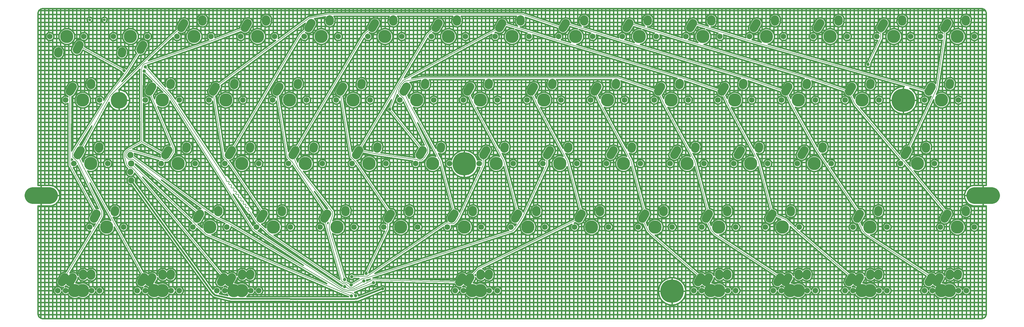
<source format=gtl>
%FSLAX44Y44*%
%OFA0.0000B0.0000*%
%SFA1B1*%
%MOMM*%
%ADD10C,0.4000X0.0000X0.0000*%
%ADD11C,0.3810X0.0000X0.0000*%
%ADD12C,0.5080X0.0000X0.0000*%
%ADD13C,0.2032X0.0000X0.0000*%
%ADD14C,1.0000X0.0000X0.0000*%
%ADD15C,5.0012X0.0000X0.0000*%
%ADD16C,7.0002X0.0000X0.0000*%
%ADD17C,1.8796X0.0000X0.0000*%
%ADD18C,0.9000X0.0000X0.0000*%
%ADD19C,3.9878X0.0000X0.0000*%
%ADD20C,1.7018X0.0000X0.0000*%
%ADD21C,2.5000X0.0000X0.0000*%
%LNmassdrop1-Front*%
%LPD*%
G54D10*
X3467810Y-1568547D2*
X3467810Y-1246027D1*
X3467557Y-1571424D2*
X3467810Y-1568547D1*
X3466865Y-1573996D2*
X3467557Y-1571424D1*
X3465735Y-1576416D2*
X3466865Y-1573996D1*
X3464207Y-1578598D2*
X3465735Y-1576416D1*
X3462323Y-1580482D2*
X3464207Y-1578598D1*
X3460146Y-1582013D2*
X3462323Y-1580482D1*
X3457727Y-1583133D2*
X3460146Y-1582013D1*
X3455144Y-1583828D2*
X3457727Y-1583133D1*
X3452283Y-1584080D2*
X3455144Y-1583828D1*
X643478Y-1584080D2*
X3452283Y-1584080D1*
X640600Y-1583827D2*
X643478Y-1584080D1*
X638023Y-1583134D2*
X640600Y-1583827D1*
X635611Y-1582014D2*
X638023Y-1583134D1*
X633427Y-1580478D2*
X635611Y-1582014D1*
X631539Y-1578594D2*
X633427Y-1580478D1*
X630012Y-1576416D2*
X631539Y-1578594D1*
X628886Y-1574002D2*
X630012Y-1576416D1*
X628197Y-1571427D2*
X628886Y-1574002D1*
X627945Y-1568550D2*
X628197Y-1571427D1*
X627945Y-1246027D2*
X627945Y-1568550D1*
X666540Y-1246027D2*
X627945Y-1246027D1*
X674378Y-1243927D2*
X666540Y-1246027D1*
X681405Y-1239870D2*
X674378Y-1243927D1*
X687143Y-1234132D2*
X681405Y-1239870D1*
X691200Y-1227105D2*
X687143Y-1234132D1*
X693300Y-1219267D2*
X691200Y-1227105D1*
X693300Y-1211153D2*
X693300Y-1219267D1*
X691200Y-1203315D2*
X693300Y-1211153D1*
X687143Y-1196288D2*
X691200Y-1203315D1*
X681405Y-1190550D2*
X687143Y-1196288D1*
X674378Y-1186493D2*
X681405Y-1190550D1*
X666540Y-1184393D2*
X674378Y-1186493D1*
X627945Y-1184393D2*
X666540Y-1184393D1*
X627945Y-669828D2*
X627945Y-1184393D1*
X628197Y-666951D2*
X627945Y-669828D1*
X628886Y-664378D2*
X628197Y-666951D1*
X630013Y-661961D2*
X628886Y-664378D1*
X631542Y-659778D2*
X630013Y-661961D1*
X633425Y-657895D2*
X631542Y-659778D1*
X635611Y-656365D2*
X633425Y-657895D1*
X638026Y-655239D2*
X635611Y-656365D1*
X640599Y-654549D2*
X638026Y-655239D1*
X643470Y-654298D2*
X640599Y-654549D1*
X3452282Y-654298D2*
X643470Y-654298D1*
X3455147Y-654549D2*
X3452282Y-654298D1*
X3457722Y-655239D2*
X3455147Y-654549D1*
X3460147Y-656366D2*
X3457722Y-655239D1*
X3462324Y-657891D2*
X3460147Y-656366D1*
X3464204Y-659774D2*
X3462324Y-657891D1*
X3465735Y-661962D2*
X3464204Y-659774D1*
X3466866Y-664382D2*
X3465735Y-661962D1*
X3467557Y-666952D2*
X3466866Y-664382D1*
X3467810Y-669832D2*
X3467557Y-666952D1*
X3467810Y-1184393D2*
X3467810Y-669832D1*
X3429259Y-1184393D2*
X3467810Y-1184393D1*
X3421421Y-1186493D2*
X3429259Y-1184393D1*
X3414394Y-1190550D2*
X3421421Y-1186493D1*
X3408656Y-1196288D2*
X3414394Y-1190550D1*
X3404599Y-1203315D2*
X3408656Y-1196288D1*
X3402499Y-1211153D2*
X3404599Y-1203315D1*
X3402499Y-1219267D2*
X3402499Y-1211153D1*
X3404599Y-1227105D2*
X3402499Y-1219267D1*
X3408656Y-1234132D2*
X3404599Y-1227105D1*
X3414394Y-1239870D2*
X3408656Y-1234132D1*
X3421421Y-1243927D2*
X3414394Y-1239870D1*
X3429259Y-1246027D2*
X3421421Y-1243927D1*
X3467810Y-1246027D2*
X3429259Y-1246027D1*
X3467810Y-1246027D2*
X3429259Y-1246027D1*
X3429259Y-1246027D2*
X3421421Y-1243927D1*
X3421421Y-1243927D2*
X3414394Y-1239870D1*
X3414394Y-1239870D2*
X3408656Y-1234132D1*
X3408656Y-1234132D2*
X3404599Y-1227105D1*
X3404599Y-1227105D2*
X3402499Y-1219267D1*
X3402499Y-1219267D2*
X3402499Y-1211153D1*
X3402499Y-1211153D2*
X3404599Y-1203315D1*
X3404599Y-1203315D2*
X3408656Y-1196288D1*
X3408656Y-1196288D2*
X3414394Y-1190550D1*
X3414394Y-1190550D2*
X3421421Y-1186493D1*
X3421421Y-1186493D2*
X3429259Y-1184393D1*
X3429259Y-1184393D2*
X3467810Y-1184393D1*
X3467810Y-1184393D2*
X3467810Y-669832D1*
X3467810Y-669832D2*
X3467557Y-666952D1*
X3467557Y-666952D2*
X3466866Y-664382D1*
X3466866Y-664382D2*
X3465735Y-661962D1*
X3465735Y-661962D2*
X3464204Y-659774D1*
X3464204Y-659774D2*
X3462324Y-657891D1*
X3462324Y-657891D2*
X3460147Y-656366D1*
X3460147Y-656366D2*
X3457722Y-655239D1*
X3457722Y-655239D2*
X3455147Y-654549D1*
X3455147Y-654549D2*
X3452282Y-654298D1*
X3452282Y-654298D2*
X643470Y-654298D1*
X643470Y-654298D2*
X640599Y-654549D1*
X640599Y-654549D2*
X638026Y-655239D1*
X638026Y-655239D2*
X635611Y-656365D1*
X635611Y-656365D2*
X633425Y-657895D1*
X633425Y-657895D2*
X631542Y-659778D1*
X631542Y-659778D2*
X630013Y-661961D1*
X630013Y-661961D2*
X628886Y-664378D1*
X628886Y-664378D2*
X628197Y-666951D1*
X628197Y-666951D2*
X627945Y-669828D1*
X627945Y-669828D2*
X627945Y-1184393D1*
X627945Y-1184393D2*
X666540Y-1184393D1*
X666540Y-1184393D2*
X674378Y-1186493D1*
X674378Y-1186493D2*
X681405Y-1190550D1*
X681405Y-1190550D2*
X687143Y-1196288D1*
X687143Y-1196288D2*
X691200Y-1203315D1*
X691200Y-1203315D2*
X693300Y-1211153D1*
X693300Y-1211153D2*
X693300Y-1219267D1*
X693300Y-1219267D2*
X691200Y-1227105D1*
X691200Y-1227105D2*
X687143Y-1234132D1*
X687143Y-1234132D2*
X681405Y-1239870D1*
X681405Y-1239870D2*
X674378Y-1243927D1*
X674378Y-1243927D2*
X666540Y-1246027D1*
X666540Y-1246027D2*
X627945Y-1246027D1*
X627945Y-1246027D2*
X627945Y-1568550D1*
X627945Y-1568550D2*
X628197Y-1571427D1*
X628197Y-1571427D2*
X628886Y-1574002D1*
X628886Y-1574002D2*
X630012Y-1576416D1*
X630012Y-1576416D2*
X631539Y-1578594D1*
X631539Y-1578594D2*
X633427Y-1580478D1*
X633427Y-1580478D2*
X635611Y-1582014D1*
X635611Y-1582014D2*
X638023Y-1583134D1*
X638023Y-1583134D2*
X640600Y-1583827D1*
X640600Y-1583827D2*
X643478Y-1584080D1*
X643478Y-1584080D2*
X3452283Y-1584080D1*
X3452283Y-1584080D2*
X3455144Y-1583828D1*
X3455144Y-1583828D2*
X3457727Y-1583133D1*
X3457727Y-1583133D2*
X3460146Y-1582013D1*
X3460146Y-1582013D2*
X3462323Y-1580482D1*
X3462323Y-1580482D2*
X3464207Y-1578598D1*
X3464207Y-1578598D2*
X3465735Y-1576416D1*
X3465735Y-1576416D2*
X3466865Y-1573996D1*
X3466865Y-1573996D2*
X3467557Y-1571424D1*
X3467557Y-1571424D2*
X3467810Y-1568547D1*
X3467810Y-1568547D2*
X3467810Y-1246027D1*
X2867138Y-1254611D2*
X2869982Y-1248905D1*
X2869982Y-1248905D2*
X2874793Y-1244722D1*
X2874793Y-1244722D2*
X2880838Y-1242699D1*
X2880838Y-1242699D2*
X2887198Y-1243143D1*
X2887198Y-1243143D2*
X2892904Y-1245987D1*
X2892904Y-1245987D2*
X2897087Y-1250798D1*
X2897087Y-1250798D2*
X2899110Y-1256843D1*
X2899110Y-1256843D2*
X2898262Y-1268989D1*
X2898262Y-1268989D2*
X2895418Y-1274695D1*
X2895418Y-1274695D2*
X2890607Y-1278878D1*
X2890607Y-1278878D2*
X2884562Y-1280901D1*
X2884562Y-1280901D2*
X2878202Y-1280457D1*
X2878202Y-1280457D2*
X2872496Y-1277613D1*
X2872496Y-1277613D2*
X2868313Y-1272802D1*
X2868313Y-1272802D2*
X2866290Y-1266757D1*
X2866290Y-1266757D2*
X2867138Y-1254611D1*
X2818734Y-1312094D2*
X2816902Y-1316517D1*
X2816902Y-1316517D2*
X2813517Y-1319902D1*
X2813517Y-1319902D2*
X2809094Y-1321734D1*
X2809094Y-1321734D2*
X2804306Y-1321734D1*
X2804306Y-1321734D2*
X2799883Y-1319902D1*
X2799883Y-1319902D2*
X2796498Y-1316517D1*
X2796498Y-1316517D2*
X2794666Y-1312094D1*
X2794666Y-1312094D2*
X2794666Y-1307306D1*
X2794666Y-1307306D2*
X2796498Y-1302883D1*
X2796498Y-1302883D2*
X2799883Y-1299498D1*
X2799883Y-1299498D2*
X2804306Y-1297666D1*
X2804306Y-1297666D2*
X2809094Y-1297666D1*
X2809094Y-1297666D2*
X2813517Y-1299498D1*
X2813517Y-1299498D2*
X2816902Y-1302883D1*
X2816902Y-1302883D2*
X2818734Y-1307306D1*
X2818734Y-1307306D2*
X2818734Y-1312094D1*
X896272Y-1312084D2*
X894440Y-1316507D1*
X894440Y-1316507D2*
X891055Y-1319892D1*
X891055Y-1319892D2*
X886632Y-1321724D1*
X886632Y-1321724D2*
X881844Y-1321724D1*
X881844Y-1321724D2*
X877421Y-1319892D1*
X877421Y-1319892D2*
X874036Y-1316507D1*
X874036Y-1316507D2*
X872204Y-1312084D1*
X872204Y-1312084D2*
X872204Y-1307296D1*
X872204Y-1307296D2*
X874036Y-1302873D1*
X874036Y-1302873D2*
X877421Y-1299488D1*
X877421Y-1299488D2*
X881844Y-1297656D1*
X881844Y-1297656D2*
X886632Y-1297656D1*
X886632Y-1297656D2*
X891055Y-1299488D1*
X891055Y-1299488D2*
X894440Y-1302873D1*
X894440Y-1302873D2*
X896272Y-1307296D1*
X896272Y-1307296D2*
X896272Y-1312084D1*
X3271948Y-1064101D2*
X3274792Y-1058395D1*
X3274792Y-1058395D2*
X3279603Y-1054212D1*
X3279603Y-1054212D2*
X3285648Y-1052189D1*
X3285648Y-1052189D2*
X3292008Y-1052633D1*
X3292008Y-1052633D2*
X3297714Y-1055477D1*
X3297714Y-1055477D2*
X3301897Y-1060288D1*
X3301897Y-1060288D2*
X3303920Y-1066333D1*
X3303920Y-1066333D2*
X3303072Y-1078479D1*
X3303072Y-1078479D2*
X3300228Y-1084185D1*
X3300228Y-1084185D2*
X3295417Y-1088368D1*
X3295417Y-1088368D2*
X3289372Y-1090391D1*
X3289372Y-1090391D2*
X3283012Y-1089947D1*
X3283012Y-1089947D2*
X3277306Y-1087103D1*
X3277306Y-1087103D2*
X3273123Y-1082292D1*
X3273123Y-1082292D2*
X3271100Y-1076247D1*
X3271100Y-1076247D2*
X3271948Y-1064101D1*
X3325144Y-1121584D2*
X3323312Y-1126007D1*
X3323312Y-1126007D2*
X3319927Y-1129392D1*
X3319927Y-1129392D2*
X3315504Y-1131224D1*
X3315504Y-1131224D2*
X3310716Y-1131224D1*
X3310716Y-1131224D2*
X3306293Y-1129392D1*
X3306293Y-1129392D2*
X3302908Y-1126007D1*
X3302908Y-1126007D2*
X3301076Y-1121584D1*
X3301076Y-1121584D2*
X3301076Y-1116796D1*
X3301076Y-1116796D2*
X3302908Y-1112373D1*
X3302908Y-1112373D2*
X3306293Y-1108988D1*
X3306293Y-1108988D2*
X3310716Y-1107156D1*
X3310716Y-1107156D2*
X3315504Y-1107156D1*
X3315504Y-1107156D2*
X3319927Y-1108988D1*
X3319927Y-1108988D2*
X3323312Y-1112373D1*
X3323312Y-1112373D2*
X3325144Y-1116796D1*
X3325144Y-1116796D2*
X3325144Y-1121584D1*
X2910591Y-1068496D2*
X2915649Y-1064615D1*
X2915649Y-1064615D2*
X2921807Y-1062965D1*
X2921807Y-1062965D2*
X2928127Y-1063797D1*
X2928127Y-1063797D2*
X2933648Y-1066985D1*
X2933648Y-1066985D2*
X2937529Y-1072043D1*
X2937529Y-1072043D2*
X2939179Y-1078201D1*
X2939179Y-1078201D2*
X2938347Y-1084521D1*
X2938347Y-1084521D2*
X2926809Y-1104504D1*
X2926809Y-1104504D2*
X2921751Y-1108385D1*
X2921751Y-1108385D2*
X2915593Y-1110035D1*
X2915593Y-1110035D2*
X2909273Y-1109203D1*
X2909273Y-1109203D2*
X2903752Y-1106015D1*
X2903752Y-1106015D2*
X2899871Y-1100957D1*
X2899871Y-1100957D2*
X2898221Y-1094799D1*
X2898221Y-1094799D2*
X2899053Y-1088479D1*
X2899053Y-1088479D2*
X2910591Y-1068496D1*
X2913984Y-1121594D2*
X2912152Y-1126017D1*
X2912152Y-1126017D2*
X2908767Y-1129402D1*
X2908767Y-1129402D2*
X2904344Y-1131234D1*
X2904344Y-1131234D2*
X2899556Y-1131234D1*
X2899556Y-1131234D2*
X2895133Y-1129402D1*
X2895133Y-1129402D2*
X2891748Y-1126017D1*
X2891748Y-1126017D2*
X2889916Y-1121594D1*
X2889916Y-1121594D2*
X2889916Y-1116806D1*
X2889916Y-1116806D2*
X2891748Y-1112383D1*
X2891748Y-1112383D2*
X2895133Y-1108998D1*
X2895133Y-1108998D2*
X2899556Y-1107166D1*
X2899556Y-1107166D2*
X2904344Y-1107166D1*
X2904344Y-1107166D2*
X2908767Y-1108998D1*
X2908767Y-1108998D2*
X2912152Y-1112383D1*
X2912152Y-1112383D2*
X2913984Y-1116806D1*
X2913984Y-1116806D2*
X2913984Y-1121594D1*
X2720091Y-1068496D2*
X2725149Y-1064615D1*
X2725149Y-1064615D2*
X2731307Y-1062965D1*
X2731307Y-1062965D2*
X2737627Y-1063797D1*
X2737627Y-1063797D2*
X2743148Y-1066985D1*
X2743148Y-1066985D2*
X2747029Y-1072043D1*
X2747029Y-1072043D2*
X2748679Y-1078201D1*
X2748679Y-1078201D2*
X2747847Y-1084521D1*
X2747847Y-1084521D2*
X2736309Y-1104504D1*
X2736309Y-1104504D2*
X2731251Y-1108385D1*
X2731251Y-1108385D2*
X2725093Y-1110035D1*
X2725093Y-1110035D2*
X2718773Y-1109203D1*
X2718773Y-1109203D2*
X2713252Y-1106015D1*
X2713252Y-1106015D2*
X2709371Y-1100957D1*
X2709371Y-1100957D2*
X2707721Y-1094799D1*
X2707721Y-1094799D2*
X2708553Y-1088479D1*
X2708553Y-1088479D2*
X2720091Y-1068496D1*
X2825084Y-1121594D2*
X2823252Y-1126017D1*
X2823252Y-1126017D2*
X2819867Y-1129402D1*
X2819867Y-1129402D2*
X2815444Y-1131234D1*
X2815444Y-1131234D2*
X2810656Y-1131234D1*
X2810656Y-1131234D2*
X2806233Y-1129402D1*
X2806233Y-1129402D2*
X2802848Y-1126017D1*
X2802848Y-1126017D2*
X2801016Y-1121594D1*
X2801016Y-1121594D2*
X2801016Y-1116806D1*
X2801016Y-1116806D2*
X2802848Y-1112383D1*
X2802848Y-1112383D2*
X2806233Y-1108998D1*
X2806233Y-1108998D2*
X2810656Y-1107166D1*
X2810656Y-1107166D2*
X2815444Y-1107166D1*
X2815444Y-1107166D2*
X2819867Y-1108998D1*
X2819867Y-1108998D2*
X2823252Y-1112383D1*
X2823252Y-1112383D2*
X2825084Y-1116806D1*
X2825084Y-1116806D2*
X2825084Y-1121594D1*
X2723484Y-1121594D2*
X2721652Y-1126017D1*
X2721652Y-1126017D2*
X2718267Y-1129402D1*
X2718267Y-1129402D2*
X2713844Y-1131234D1*
X2713844Y-1131234D2*
X2709056Y-1131234D1*
X2709056Y-1131234D2*
X2704633Y-1129402D1*
X2704633Y-1129402D2*
X2701248Y-1126017D1*
X2701248Y-1126017D2*
X2699416Y-1121594D1*
X2699416Y-1121594D2*
X2699416Y-1116806D1*
X2699416Y-1116806D2*
X2701248Y-1112383D1*
X2701248Y-1112383D2*
X2704633Y-1108998D1*
X2704633Y-1108998D2*
X2709056Y-1107166D1*
X2709056Y-1107166D2*
X2713844Y-1107166D1*
X2713844Y-1107166D2*
X2718267Y-1108998D1*
X2718267Y-1108998D2*
X2721652Y-1112383D1*
X2721652Y-1112383D2*
X2723484Y-1116806D1*
X2723484Y-1116806D2*
X2723484Y-1121594D1*
X2529591Y-1068496D2*
X2534649Y-1064615D1*
X2534649Y-1064615D2*
X2540807Y-1062965D1*
X2540807Y-1062965D2*
X2547127Y-1063797D1*
X2547127Y-1063797D2*
X2552648Y-1066985D1*
X2552648Y-1066985D2*
X2556529Y-1072043D1*
X2556529Y-1072043D2*
X2558179Y-1078201D1*
X2558179Y-1078201D2*
X2557347Y-1084521D1*
X2557347Y-1084521D2*
X2545809Y-1104504D1*
X2545809Y-1104504D2*
X2540751Y-1108385D1*
X2540751Y-1108385D2*
X2534593Y-1110035D1*
X2534593Y-1110035D2*
X2528273Y-1109203D1*
X2528273Y-1109203D2*
X2522752Y-1106015D1*
X2522752Y-1106015D2*
X2518871Y-1100957D1*
X2518871Y-1100957D2*
X2517221Y-1094799D1*
X2517221Y-1094799D2*
X2518053Y-1088479D1*
X2518053Y-1088479D2*
X2529591Y-1068496D1*
X2634584Y-1121594D2*
X2632752Y-1126017D1*
X2632752Y-1126017D2*
X2629367Y-1129402D1*
X2629367Y-1129402D2*
X2624944Y-1131234D1*
X2624944Y-1131234D2*
X2620156Y-1131234D1*
X2620156Y-1131234D2*
X2615733Y-1129402D1*
X2615733Y-1129402D2*
X2612348Y-1126017D1*
X2612348Y-1126017D2*
X2610516Y-1121594D1*
X2610516Y-1121594D2*
X2610516Y-1116806D1*
X2610516Y-1116806D2*
X2612348Y-1112383D1*
X2612348Y-1112383D2*
X2615733Y-1108998D1*
X2615733Y-1108998D2*
X2620156Y-1107166D1*
X2620156Y-1107166D2*
X2624944Y-1107166D1*
X2624944Y-1107166D2*
X2629367Y-1108998D1*
X2629367Y-1108998D2*
X2632752Y-1112383D1*
X2632752Y-1112383D2*
X2634584Y-1116806D1*
X2634584Y-1116806D2*
X2634584Y-1121594D1*
X2532984Y-1121594D2*
X2531152Y-1126017D1*
X2531152Y-1126017D2*
X2527767Y-1129402D1*
X2527767Y-1129402D2*
X2523344Y-1131234D1*
X2523344Y-1131234D2*
X2518556Y-1131234D1*
X2518556Y-1131234D2*
X2514133Y-1129402D1*
X2514133Y-1129402D2*
X2510748Y-1126017D1*
X2510748Y-1126017D2*
X2508916Y-1121594D1*
X2508916Y-1121594D2*
X2508916Y-1116806D1*
X2508916Y-1116806D2*
X2510748Y-1112383D1*
X2510748Y-1112383D2*
X2514133Y-1108998D1*
X2514133Y-1108998D2*
X2518556Y-1107166D1*
X2518556Y-1107166D2*
X2523344Y-1107166D1*
X2523344Y-1107166D2*
X2527767Y-1108998D1*
X2527767Y-1108998D2*
X2531152Y-1112383D1*
X2531152Y-1112383D2*
X2532984Y-1116806D1*
X2532984Y-1116806D2*
X2532984Y-1121594D1*
X2339091Y-1068496D2*
X2344149Y-1064615D1*
X2344149Y-1064615D2*
X2350307Y-1062965D1*
X2350307Y-1062965D2*
X2356627Y-1063797D1*
X2356627Y-1063797D2*
X2362148Y-1066985D1*
X2362148Y-1066985D2*
X2366029Y-1072043D1*
X2366029Y-1072043D2*
X2367679Y-1078201D1*
X2367679Y-1078201D2*
X2366847Y-1084521D1*
X2366847Y-1084521D2*
X2355309Y-1104504D1*
X2355309Y-1104504D2*
X2350251Y-1108385D1*
X2350251Y-1108385D2*
X2344093Y-1110035D1*
X2344093Y-1110035D2*
X2337773Y-1109203D1*
X2337773Y-1109203D2*
X2332252Y-1106015D1*
X2332252Y-1106015D2*
X2328371Y-1100957D1*
X2328371Y-1100957D2*
X2326721Y-1094799D1*
X2326721Y-1094799D2*
X2327553Y-1088479D1*
X2327553Y-1088479D2*
X2339091Y-1068496D1*
X2444084Y-1121594D2*
X2442252Y-1126017D1*
X2442252Y-1126017D2*
X2438867Y-1129402D1*
X2438867Y-1129402D2*
X2434444Y-1131234D1*
X2434444Y-1131234D2*
X2429656Y-1131234D1*
X2429656Y-1131234D2*
X2425233Y-1129402D1*
X2425233Y-1129402D2*
X2421848Y-1126017D1*
X2421848Y-1126017D2*
X2420016Y-1121594D1*
X2420016Y-1121594D2*
X2420016Y-1116806D1*
X2420016Y-1116806D2*
X2421848Y-1112383D1*
X2421848Y-1112383D2*
X2425233Y-1108998D1*
X2425233Y-1108998D2*
X2429656Y-1107166D1*
X2429656Y-1107166D2*
X2434444Y-1107166D1*
X2434444Y-1107166D2*
X2438867Y-1108998D1*
X2438867Y-1108998D2*
X2442252Y-1112383D1*
X2442252Y-1112383D2*
X2444084Y-1116806D1*
X2444084Y-1116806D2*
X2444084Y-1121594D1*
X2342484Y-1121594D2*
X2340652Y-1126017D1*
X2340652Y-1126017D2*
X2337267Y-1129402D1*
X2337267Y-1129402D2*
X2332844Y-1131234D1*
X2332844Y-1131234D2*
X2328056Y-1131234D1*
X2328056Y-1131234D2*
X2323633Y-1129402D1*
X2323633Y-1129402D2*
X2320248Y-1126017D1*
X2320248Y-1126017D2*
X2318416Y-1121594D1*
X2318416Y-1121594D2*
X2318416Y-1116806D1*
X2318416Y-1116806D2*
X2320248Y-1112383D1*
X2320248Y-1112383D2*
X2323633Y-1108998D1*
X2323633Y-1108998D2*
X2328056Y-1107166D1*
X2328056Y-1107166D2*
X2332844Y-1107166D1*
X2332844Y-1107166D2*
X2337267Y-1108998D1*
X2337267Y-1108998D2*
X2340652Y-1112383D1*
X2340652Y-1112383D2*
X2342484Y-1116806D1*
X2342484Y-1116806D2*
X2342484Y-1121594D1*
X2676638Y-1254611D2*
X2679482Y-1248905D1*
X2679482Y-1248905D2*
X2684293Y-1244722D1*
X2684293Y-1244722D2*
X2690338Y-1242699D1*
X2690338Y-1242699D2*
X2696698Y-1243143D1*
X2696698Y-1243143D2*
X2702404Y-1245987D1*
X2702404Y-1245987D2*
X2706587Y-1250798D1*
X2706587Y-1250798D2*
X2708610Y-1256843D1*
X2708610Y-1256843D2*
X2707762Y-1268989D1*
X2707762Y-1268989D2*
X2704918Y-1274695D1*
X2704918Y-1274695D2*
X2700107Y-1278878D1*
X2700107Y-1278878D2*
X2694062Y-1280901D1*
X2694062Y-1280901D2*
X2687702Y-1280457D1*
X2687702Y-1280457D2*
X2681996Y-1277613D1*
X2681996Y-1277613D2*
X2677813Y-1272802D1*
X2677813Y-1272802D2*
X2675790Y-1266757D1*
X2675790Y-1266757D2*
X2676638Y-1254611D1*
X2729834Y-1312094D2*
X2728002Y-1316517D1*
X2728002Y-1316517D2*
X2724617Y-1319902D1*
X2724617Y-1319902D2*
X2720194Y-1321734D1*
X2720194Y-1321734D2*
X2715406Y-1321734D1*
X2715406Y-1321734D2*
X2710983Y-1319902D1*
X2710983Y-1319902D2*
X2707598Y-1316517D1*
X2707598Y-1316517D2*
X2705766Y-1312094D1*
X2705766Y-1312094D2*
X2705766Y-1307306D1*
X2705766Y-1307306D2*
X2707598Y-1302883D1*
X2707598Y-1302883D2*
X2710983Y-1299498D1*
X2710983Y-1299498D2*
X2715406Y-1297666D1*
X2715406Y-1297666D2*
X2720194Y-1297666D1*
X2720194Y-1297666D2*
X2724617Y-1299498D1*
X2724617Y-1299498D2*
X2728002Y-1302883D1*
X2728002Y-1302883D2*
X2729834Y-1307306D1*
X2729834Y-1307306D2*
X2729834Y-1312094D1*
X2628234Y-1312094D2*
X2626402Y-1316517D1*
X2626402Y-1316517D2*
X2623017Y-1319902D1*
X2623017Y-1319902D2*
X2618594Y-1321734D1*
X2618594Y-1321734D2*
X2613806Y-1321734D1*
X2613806Y-1321734D2*
X2609383Y-1319902D1*
X2609383Y-1319902D2*
X2605998Y-1316517D1*
X2605998Y-1316517D2*
X2604166Y-1312094D1*
X2604166Y-1312094D2*
X2604166Y-1307306D1*
X2604166Y-1307306D2*
X2605998Y-1302883D1*
X2605998Y-1302883D2*
X2609383Y-1299498D1*
X2609383Y-1299498D2*
X2613806Y-1297666D1*
X2613806Y-1297666D2*
X2618594Y-1297666D1*
X2618594Y-1297666D2*
X2623017Y-1299498D1*
X2623017Y-1299498D2*
X2626402Y-1302883D1*
X2626402Y-1302883D2*
X2628234Y-1307306D1*
X2628234Y-1307306D2*
X2628234Y-1312094D1*
X1029688Y-911189D2*
X1029825Y-911343D1*
X1029825Y-911343D2*
X1030076Y-911668D1*
X1030076Y-911668D2*
X1030192Y-911844D1*
X1030192Y-911844D2*
X1039216Y-925509D1*
X1039216Y-925509D2*
X1040718Y-921883D1*
X1040718Y-921883D2*
X1044103Y-918498D1*
X1044103Y-918498D2*
X1048526Y-916666D1*
X1048526Y-916666D2*
X1053314Y-916666D1*
X1053314Y-916666D2*
X1057737Y-918498D1*
X1057737Y-918498D2*
X1061122Y-921883D1*
X1061122Y-921883D2*
X1062954Y-926306D1*
X1062954Y-926306D2*
X1062954Y-931094D1*
X1062954Y-931094D2*
X1061122Y-935517D1*
X1061122Y-935517D2*
X1057737Y-938902D1*
X1057737Y-938902D2*
X1053314Y-940734D1*
X1053314Y-940734D2*
X1049270Y-940734D1*
X1049270Y-940734D2*
X1189843Y-1153612D1*
X1189843Y-1153612D2*
X1191157Y-1153297D1*
X1191157Y-1153297D2*
X1193412Y-1153654D1*
X1193412Y-1153654D2*
X1195359Y-1154847D1*
X1195359Y-1154847D2*
X1196027Y-1155766D1*
X1196027Y-1155766D2*
X1196699Y-1156690D1*
X1196699Y-1156690D2*
X1201522Y-1163314D1*
X1201522Y-1163314D2*
X1267889Y-1254494D1*
X1267889Y-1254494D2*
X1270580Y-1258190D1*
X1270580Y-1258190D2*
X1271250Y-1259109D1*
X1271250Y-1259109D2*
X1271786Y-1261328D1*
X1271786Y-1261328D2*
X1271433Y-1263584D1*
X1271433Y-1263584D2*
X1270613Y-1264926D1*
X1270613Y-1264926D2*
X1279741Y-1279449D1*
X1279741Y-1279449D2*
X1279803Y-1278979D1*
X1279803Y-1278979D2*
X1290464Y-1260515D1*
X1290464Y-1260515D2*
X1198462Y-1124062D1*
X1198462Y-1124062D2*
X1197652Y-1126017D1*
X1197652Y-1126017D2*
X1194267Y-1129402D1*
X1194267Y-1129402D2*
X1189844Y-1131234D1*
X1189844Y-1131234D2*
X1185056Y-1131234D1*
X1185056Y-1131234D2*
X1180633Y-1129402D1*
X1180633Y-1129402D2*
X1177248Y-1126017D1*
X1177248Y-1126017D2*
X1175416Y-1121594D1*
X1175416Y-1121594D2*
X1175416Y-1116806D1*
X1175416Y-1116806D2*
X1177248Y-1112383D1*
X1177248Y-1112383D2*
X1180633Y-1108998D1*
X1180633Y-1108998D2*
X1183956Y-1107622D1*
X1183956Y-1107622D2*
X1180954Y-1104620D1*
X1180954Y-1104620D2*
X1180555Y-1104221D1*
X1180555Y-1104221D2*
X1179924Y-1103277D1*
X1179924Y-1103277D2*
X1179709Y-1102757D1*
X1179709Y-1102757D2*
X1179276Y-1101711D1*
X1179276Y-1101711D2*
X1179151Y-1101408D1*
X1179151Y-1101408D2*
X1178970Y-1100772D1*
X1178970Y-1100772D2*
X1178916Y-1100445D1*
X1178916Y-1100445D2*
X1151348Y-932316D1*
X1151348Y-932316D2*
X1150022Y-935517D1*
X1150022Y-935517D2*
X1146637Y-938902D1*
X1146637Y-938902D2*
X1142214Y-940734D1*
X1142214Y-940734D2*
X1137426Y-940734D1*
X1137426Y-940734D2*
X1133003Y-938902D1*
X1133003Y-938902D2*
X1129618Y-935517D1*
X1129618Y-935517D2*
X1127786Y-931094D1*
X1127786Y-931094D2*
X1127786Y-926306D1*
X1127786Y-926306D2*
X1129618Y-921883D1*
X1129618Y-921883D2*
X1133003Y-918498D1*
X1133003Y-918498D2*
X1137426Y-916666D1*
X1137426Y-916666D2*
X1142214Y-916666D1*
X1142214Y-916666D2*
X1146637Y-918498D1*
X1146637Y-918498D2*
X1149562Y-921423D1*
X1149562Y-921423D2*
X1149160Y-918969D1*
X1149160Y-918969D2*
X1147143Y-918703D1*
X1147143Y-918703D2*
X1141622Y-915515D1*
X1141622Y-915515D2*
X1137741Y-910457D1*
X1137741Y-910457D2*
X1136091Y-904299D1*
X1136091Y-904299D2*
X1136923Y-897979D1*
X1136923Y-897979D2*
X1148461Y-877996D1*
X1148461Y-877996D2*
X1153519Y-874115D1*
X1153519Y-874115D2*
X1159677Y-872465D1*
X1159677Y-872465D2*
X1165997Y-873297D1*
X1165997Y-873297D2*
X1169386Y-875254D1*
X1169386Y-875254D2*
X1338696Y-750234D1*
X1338696Y-750234D2*
X1334286Y-750234D1*
X1334286Y-750234D2*
X1329863Y-748402D1*
X1329863Y-748402D2*
X1326478Y-745017D1*
X1326478Y-745017D2*
X1324646Y-740594D1*
X1324646Y-740594D2*
X1324646Y-735806D1*
X1324646Y-735806D2*
X1326478Y-731383D1*
X1326478Y-731383D2*
X1329863Y-727998D1*
X1329863Y-727998D2*
X1334286Y-726166D1*
X1334286Y-726166D2*
X1339074Y-726166D1*
X1339074Y-726166D2*
X1343497Y-727998D1*
X1343497Y-727998D2*
X1346882Y-731383D1*
X1346882Y-731383D2*
X1348714Y-735806D1*
X1348714Y-735806D2*
X1348714Y-740594D1*
X1348714Y-740594D2*
X1347376Y-743825D1*
X1347376Y-743825D2*
X1436063Y-678337D1*
X1436063Y-678337D2*
X1436347Y-678128D1*
X1436347Y-678128D2*
X1436950Y-677788D1*
X1436950Y-677788D2*
X1437274Y-677653D1*
X1437274Y-677653D2*
X1438451Y-677165D1*
X1438451Y-677165D2*
X1438719Y-677054D1*
X1438719Y-677054D2*
X1439267Y-676889D1*
X1439267Y-676889D2*
X1439542Y-676835D1*
X1439542Y-676835D2*
X1494819Y-665973D1*
X1494819Y-665973D2*
X1495097Y-665918D1*
X1495097Y-665918D2*
X1495645Y-665865D1*
X1495645Y-665865D2*
X1495926Y-665865D1*
X1495926Y-665865D2*
X1506496Y-665865D1*
X1506496Y-665865D2*
X1507638Y-665865D1*
X1507638Y-665865D2*
X2079138Y-665865D1*
X2079138Y-665865D2*
X2079607Y-665865D1*
X2079607Y-665865D2*
X2080280Y-665865D1*
X2080280Y-665865D2*
X2081157Y-666229D1*
X2081157Y-666229D2*
X2187612Y-702407D1*
X2187612Y-702407D2*
X2196221Y-687496D1*
X2196221Y-687496D2*
X2201279Y-683615D1*
X2201279Y-683615D2*
X2207437Y-681965D1*
X2207437Y-681965D2*
X2213757Y-682797D1*
X2213757Y-682797D2*
X2219278Y-685985D1*
X2219278Y-685985D2*
X2223159Y-691043D1*
X2223159Y-691043D2*
X2224809Y-697201D1*
X2224809Y-697201D2*
X2224787Y-697369D1*
X2224787Y-697369D2*
X2254672Y-706759D1*
X2254672Y-706759D2*
X2253376Y-706113D1*
X2253376Y-706113D2*
X2249193Y-701302D1*
X2249193Y-701302D2*
X2247170Y-695257D1*
X2247170Y-695257D2*
X2248018Y-683111D1*
X2248018Y-683111D2*
X2250862Y-677405D1*
X2250862Y-677405D2*
X2255673Y-673222D1*
X2255673Y-673222D2*
X2261718Y-671199D1*
X2261718Y-671199D2*
X2268078Y-671643D1*
X2268078Y-671643D2*
X2273784Y-674487D1*
X2273784Y-674487D2*
X2277967Y-679298D1*
X2277967Y-679298D2*
X2279990Y-685343D1*
X2279990Y-685343D2*
X2279142Y-697489D1*
X2279142Y-697489D2*
X2276298Y-703195D1*
X2276298Y-703195D2*
X2271487Y-707378D1*
X2271487Y-707378D2*
X2265442Y-709401D1*
X2265442Y-709401D2*
X2262406Y-709189D1*
X2262406Y-709189D2*
X2366598Y-741926D1*
X2366598Y-741926D2*
X2366046Y-740594D1*
X2366046Y-740594D2*
X2366046Y-735806D1*
X2366046Y-735806D2*
X2367878Y-731383D1*
X2367878Y-731383D2*
X2371263Y-727998D1*
X2371263Y-727998D2*
X2375686Y-726166D1*
X2375686Y-726166D2*
X2380474Y-726166D1*
X2380474Y-726166D2*
X2384897Y-727998D1*
X2384897Y-727998D2*
X2388282Y-731383D1*
X2388282Y-731383D2*
X2390114Y-735806D1*
X2390114Y-735806D2*
X2390114Y-740594D1*
X2390114Y-740594D2*
X2388282Y-745017D1*
X2388282Y-745017D2*
X2385559Y-747740D1*
X2385559Y-747740D2*
X2413701Y-756204D1*
X2413701Y-756204D2*
X2410104Y-752607D1*
X2410104Y-752607D2*
X2407015Y-747257D1*
X2407015Y-747257D2*
X2405416Y-741289D1*
X2405416Y-741289D2*
X2405416Y-735111D1*
X2405416Y-735111D2*
X2407015Y-729143D1*
X2407015Y-729143D2*
X2410104Y-723793D1*
X2410104Y-723793D2*
X2414473Y-719424D1*
X2414473Y-719424D2*
X2419823Y-716335D1*
X2419823Y-716335D2*
X2425791Y-714736D1*
X2425791Y-714736D2*
X2431969Y-714736D1*
X2431969Y-714736D2*
X2433993Y-715278D1*
X2433993Y-715278D2*
X2411728Y-708282D1*
X2411728Y-708282D2*
X2402939Y-723504D1*
X2402939Y-723504D2*
X2397881Y-727385D1*
X2397881Y-727385D2*
X2391723Y-729035D1*
X2391723Y-729035D2*
X2385403Y-728203D1*
X2385403Y-728203D2*
X2379882Y-725015D1*
X2379882Y-725015D2*
X2376001Y-719957D1*
X2376001Y-719957D2*
X2374351Y-713799D1*
X2374351Y-713799D2*
X2375183Y-707479D1*
X2375183Y-707479D2*
X2386721Y-687496D1*
X2386721Y-687496D2*
X2391779Y-683615D1*
X2391779Y-683615D2*
X2397937Y-681965D1*
X2397937Y-681965D2*
X2404257Y-682797D1*
X2404257Y-682797D2*
X2409778Y-685985D1*
X2409778Y-685985D2*
X2413659Y-691043D1*
X2413659Y-691043D2*
X2415309Y-697201D1*
X2415309Y-697201D2*
X2415287Y-697369D1*
X2415287Y-697369D2*
X2445172Y-706759D1*
X2445172Y-706759D2*
X2443876Y-706113D1*
X2443876Y-706113D2*
X2439693Y-701302D1*
X2439693Y-701302D2*
X2437670Y-695257D1*
X2437670Y-695257D2*
X2438518Y-683111D1*
X2438518Y-683111D2*
X2441362Y-677405D1*
X2441362Y-677405D2*
X2446173Y-673222D1*
X2446173Y-673222D2*
X2452218Y-671199D1*
X2452218Y-671199D2*
X2458578Y-671643D1*
X2458578Y-671643D2*
X2464284Y-674487D1*
X2464284Y-674487D2*
X2468467Y-679298D1*
X2468467Y-679298D2*
X2470490Y-685343D1*
X2470490Y-685343D2*
X2469642Y-697489D1*
X2469642Y-697489D2*
X2466798Y-703195D1*
X2466798Y-703195D2*
X2461987Y-707378D1*
X2461987Y-707378D2*
X2455942Y-709401D1*
X2455942Y-709401D2*
X2452906Y-709189D1*
X2452906Y-709189D2*
X2557098Y-741926D1*
X2557098Y-741926D2*
X2556546Y-740594D1*
X2556546Y-740594D2*
X2556546Y-735806D1*
X2556546Y-735806D2*
X2558378Y-731383D1*
X2558378Y-731383D2*
X2561763Y-727998D1*
X2561763Y-727998D2*
X2566186Y-726166D1*
X2566186Y-726166D2*
X2570974Y-726166D1*
X2570974Y-726166D2*
X2575397Y-727998D1*
X2575397Y-727998D2*
X2578782Y-731383D1*
X2578782Y-731383D2*
X2580614Y-735806D1*
X2580614Y-735806D2*
X2580614Y-740594D1*
X2580614Y-740594D2*
X2578782Y-745017D1*
X2578782Y-745017D2*
X2576059Y-747740D1*
X2576059Y-747740D2*
X2604201Y-756204D1*
X2604201Y-756204D2*
X2600604Y-752607D1*
X2600604Y-752607D2*
X2597515Y-747257D1*
X2597515Y-747257D2*
X2595916Y-741289D1*
X2595916Y-741289D2*
X2595916Y-735111D1*
X2595916Y-735111D2*
X2597515Y-729143D1*
X2597515Y-729143D2*
X2600604Y-723793D1*
X2600604Y-723793D2*
X2604973Y-719424D1*
X2604973Y-719424D2*
X2610323Y-716335D1*
X2610323Y-716335D2*
X2616291Y-714736D1*
X2616291Y-714736D2*
X2622469Y-714736D1*
X2622469Y-714736D2*
X2624493Y-715278D1*
X2624493Y-715278D2*
X2602228Y-708282D1*
X2602228Y-708282D2*
X2593439Y-723504D1*
X2593439Y-723504D2*
X2588381Y-727385D1*
X2588381Y-727385D2*
X2582223Y-729035D1*
X2582223Y-729035D2*
X2575903Y-728203D1*
X2575903Y-728203D2*
X2570382Y-725015D1*
X2570382Y-725015D2*
X2566501Y-719957D1*
X2566501Y-719957D2*
X2564851Y-713799D1*
X2564851Y-713799D2*
X2565683Y-707479D1*
X2565683Y-707479D2*
X2577221Y-687496D1*
X2577221Y-687496D2*
X2582279Y-683615D1*
X2582279Y-683615D2*
X2588437Y-681965D1*
X2588437Y-681965D2*
X2594757Y-682797D1*
X2594757Y-682797D2*
X2600278Y-685985D1*
X2600278Y-685985D2*
X2604159Y-691043D1*
X2604159Y-691043D2*
X2605809Y-697201D1*
X2605809Y-697201D2*
X2605787Y-697369D1*
X2605787Y-697369D2*
X2635672Y-706759D1*
X2635672Y-706759D2*
X2634376Y-706113D1*
X2634376Y-706113D2*
X2630193Y-701302D1*
X2630193Y-701302D2*
X2628170Y-695257D1*
X2628170Y-695257D2*
X2629018Y-683111D1*
X2629018Y-683111D2*
X2631862Y-677405D1*
X2631862Y-677405D2*
X2636673Y-673222D1*
X2636673Y-673222D2*
X2642718Y-671199D1*
X2642718Y-671199D2*
X2649078Y-671643D1*
X2649078Y-671643D2*
X2654784Y-674487D1*
X2654784Y-674487D2*
X2658967Y-679298D1*
X2658967Y-679298D2*
X2660990Y-685343D1*
X2660990Y-685343D2*
X2660142Y-697489D1*
X2660142Y-697489D2*
X2657298Y-703195D1*
X2657298Y-703195D2*
X2652487Y-707378D1*
X2652487Y-707378D2*
X2646442Y-709401D1*
X2646442Y-709401D2*
X2643406Y-709189D1*
X2643406Y-709189D2*
X2747598Y-741926D1*
X2747598Y-741926D2*
X2747046Y-740594D1*
X2747046Y-740594D2*
X2747046Y-735806D1*
X2747046Y-735806D2*
X2748878Y-731383D1*
X2748878Y-731383D2*
X2752263Y-727998D1*
X2752263Y-727998D2*
X2756686Y-726166D1*
X2756686Y-726166D2*
X2761474Y-726166D1*
X2761474Y-726166D2*
X2765897Y-727998D1*
X2765897Y-727998D2*
X2769282Y-731383D1*
X2769282Y-731383D2*
X2771114Y-735806D1*
X2771114Y-735806D2*
X2771114Y-740594D1*
X2771114Y-740594D2*
X2769282Y-745017D1*
X2769282Y-745017D2*
X2766708Y-747591D1*
X2766708Y-747591D2*
X2793738Y-755241D1*
X2793738Y-755241D2*
X2791104Y-752607D1*
X2791104Y-752607D2*
X2788015Y-747257D1*
X2788015Y-747257D2*
X2786416Y-741289D1*
X2786416Y-741289D2*
X2786416Y-735111D1*
X2786416Y-735111D2*
X2788015Y-729143D1*
X2788015Y-729143D2*
X2791104Y-723793D1*
X2791104Y-723793D2*
X2795473Y-719424D1*
X2795473Y-719424D2*
X2800823Y-716335D1*
X2800823Y-716335D2*
X2806791Y-714736D1*
X2806791Y-714736D2*
X2812969Y-714736D1*
X2812969Y-714736D2*
X2818937Y-716335D1*
X2818937Y-716335D2*
X2824287Y-719424D1*
X2824287Y-719424D2*
X2828656Y-723793D1*
X2828656Y-723793D2*
X2831745Y-729143D1*
X2831745Y-729143D2*
X2833344Y-735111D1*
X2833344Y-735111D2*
X2833344Y-741289D1*
X2833344Y-741289D2*
X2831745Y-747257D1*
X2831745Y-747257D2*
X2828656Y-752607D1*
X2828656Y-752607D2*
X2824287Y-756976D1*
X2824287Y-756976D2*
X2818937Y-760065D1*
X2818937Y-760065D2*
X2814748Y-761187D1*
X2814748Y-761187D2*
X3282580Y-893591D1*
X3282580Y-893591D2*
X3291591Y-877984D1*
X3291591Y-877984D2*
X3296649Y-874103D1*
X3296649Y-874103D2*
X3302807Y-872453D1*
X3302807Y-872453D2*
X3309127Y-873285D1*
X3309127Y-873285D2*
X3314648Y-876473D1*
X3314648Y-876473D2*
X3316276Y-878594D1*
X3316276Y-878594D2*
X3335686Y-749111D1*
X3335686Y-749111D2*
X3332974Y-750234D1*
X3332974Y-750234D2*
X3328186Y-750234D1*
X3328186Y-750234D2*
X3323763Y-748402D1*
X3323763Y-748402D2*
X3320378Y-745017D1*
X3320378Y-745017D2*
X3318546Y-740594D1*
X3318546Y-740594D2*
X3318546Y-735806D1*
X3318546Y-735806D2*
X3320378Y-731383D1*
X3320378Y-731383D2*
X3323763Y-727998D1*
X3323763Y-727998D2*
X3328186Y-726166D1*
X3328186Y-726166D2*
X3332974Y-726166D1*
X3332974Y-726166D2*
X3337034Y-727848D1*
X3337034Y-727848D2*
X3337038Y-727704D1*
X3337038Y-727704D2*
X3332382Y-725015D1*
X3332382Y-725015D2*
X3328501Y-719957D1*
X3328501Y-719957D2*
X3326851Y-713799D1*
X3326851Y-713799D2*
X3327683Y-707479D1*
X3327683Y-707479D2*
X3339221Y-687496D1*
X3339221Y-687496D2*
X3344279Y-683615D1*
X3344279Y-683615D2*
X3350437Y-681965D1*
X3350437Y-681965D2*
X3356757Y-682797D1*
X3356757Y-682797D2*
X3362278Y-685985D1*
X3362278Y-685985D2*
X3366159Y-691043D1*
X3366159Y-691043D2*
X3367809Y-697201D1*
X3367809Y-697201D2*
X3366977Y-703521D1*
X3366977Y-703521D2*
X3355439Y-723504D1*
X3355439Y-723504D2*
X3350381Y-727385D1*
X3350381Y-727385D2*
X3348515Y-727885D1*
X3348515Y-727885D2*
X3348129Y-743237D1*
X3348129Y-743237D2*
X3348125Y-743416D1*
X3348125Y-743416D2*
X3348095Y-743766D1*
X3348095Y-743766D2*
X3348068Y-743944D1*
X3348068Y-743944D2*
X3325354Y-895464D1*
X3325354Y-895464D2*
X3325301Y-895810D1*
X3325301Y-895810D2*
X3325113Y-896487D1*
X3325113Y-896487D2*
X3324979Y-896811D1*
X3324979Y-896811D2*
X3324491Y-897988D1*
X3324491Y-897988D2*
X3324378Y-898243D1*
X3324378Y-898243D2*
X3318427Y-910828D1*
X3318427Y-910828D2*
X3319343Y-909912D1*
X3319343Y-909912D2*
X3324693Y-906823D1*
X3324693Y-906823D2*
X3330661Y-905224D1*
X3330661Y-905224D2*
X3336839Y-905224D1*
X3336839Y-905224D2*
X3342807Y-906823D1*
X3342807Y-906823D2*
X3348157Y-909912D1*
X3348157Y-909912D2*
X3352526Y-914281D1*
X3352526Y-914281D2*
X3355615Y-919631D1*
X3355615Y-919631D2*
X3357214Y-925599D1*
X3357214Y-925599D2*
X3357214Y-931777D1*
X3357214Y-931777D2*
X3355615Y-937745D1*
X3355615Y-937745D2*
X3352526Y-943095D1*
X3352526Y-943095D2*
X3348157Y-947464D1*
X3348157Y-947464D2*
X3342807Y-950553D1*
X3342807Y-950553D2*
X3336839Y-952152D1*
X3336839Y-952152D2*
X3330661Y-952152D1*
X3330661Y-952152D2*
X3324693Y-950553D1*
X3324693Y-950553D2*
X3319343Y-947464D1*
X3319343Y-947464D2*
X3314974Y-943095D1*
X3314974Y-943095D2*
X3311885Y-937745D1*
X3311885Y-937745D2*
X3310286Y-931777D1*
X3310286Y-931777D2*
X3310286Y-928045D1*
X3310286Y-928045D2*
X3244064Y-1068091D1*
X3244064Y-1068091D2*
X3247089Y-1072033D1*
X3247089Y-1072033D2*
X3248739Y-1078191D1*
X3248739Y-1078191D2*
X3247907Y-1084511D1*
X3247907Y-1084511D2*
X3236369Y-1104494D1*
X3236369Y-1104494D2*
X3231311Y-1108375D1*
X3231311Y-1108375D2*
X3226342Y-1109706D1*
X3226342Y-1109706D2*
X3227023Y-1110387D1*
X3227023Y-1110387D2*
X3227121Y-1110485D1*
X3227121Y-1110485D2*
X3227303Y-1110686D1*
X3227303Y-1110686D2*
X3227386Y-1110786D1*
X3227386Y-1110786D2*
X3239779Y-1125760D1*
X3239779Y-1125760D2*
X3238846Y-1122279D1*
X3238846Y-1122279D2*
X3238846Y-1116101D1*
X3238846Y-1116101D2*
X3240445Y-1110133D1*
X3240445Y-1110133D2*
X3243534Y-1104783D1*
X3243534Y-1104783D2*
X3247903Y-1100414D1*
X3247903Y-1100414D2*
X3253253Y-1097325D1*
X3253253Y-1097325D2*
X3259221Y-1095726D1*
X3259221Y-1095726D2*
X3265399Y-1095726D1*
X3265399Y-1095726D2*
X3271367Y-1097325D1*
X3271367Y-1097325D2*
X3276717Y-1100414D1*
X3276717Y-1100414D2*
X3281086Y-1104783D1*
X3281086Y-1104783D2*
X3284175Y-1110133D1*
X3284175Y-1110133D2*
X3285774Y-1116101D1*
X3285774Y-1116101D2*
X3285774Y-1122279D1*
X3285774Y-1122279D2*
X3284175Y-1128247D1*
X3284175Y-1128247D2*
X3281086Y-1133597D1*
X3281086Y-1133597D2*
X3276717Y-1137966D1*
X3276717Y-1137966D2*
X3271367Y-1141055D1*
X3271367Y-1141055D2*
X3265399Y-1142654D1*
X3265399Y-1142654D2*
X3259221Y-1142654D1*
X3259221Y-1142654D2*
X3253253Y-1141055D1*
X3253253Y-1141055D2*
X3251691Y-1140153D1*
X3251691Y-1140153D2*
X3346364Y-1254546D1*
X3346364Y-1254546D2*
X3350437Y-1253455D1*
X3350437Y-1253455D2*
X3356757Y-1254287D1*
X3356757Y-1254287D2*
X3362278Y-1257475D1*
X3362278Y-1257475D2*
X3366159Y-1262533D1*
X3366159Y-1262533D2*
X3367809Y-1268691D1*
X3367809Y-1268691D2*
X3366977Y-1275011D1*
X3366977Y-1275011D2*
X3355439Y-1294994D1*
X3355439Y-1294994D2*
X3350381Y-1298875D1*
X3350381Y-1298875D2*
X3344223Y-1300525D1*
X3344223Y-1300525D2*
X3337903Y-1299693D1*
X3337903Y-1299693D2*
X3332382Y-1296505D1*
X3332382Y-1296505D2*
X3328501Y-1291447D1*
X3328501Y-1291447D2*
X3326851Y-1285289D1*
X3326851Y-1285289D2*
X3327683Y-1278969D1*
X3327683Y-1278969D2*
X3337544Y-1261891D1*
X3337544Y-1261891D2*
X3222837Y-1123291D1*
X3222837Y-1123291D2*
X3221712Y-1126007D1*
X3221712Y-1126007D2*
X3218327Y-1129392D1*
X3218327Y-1129392D2*
X3213904Y-1131224D1*
X3213904Y-1131224D2*
X3209116Y-1131224D1*
X3209116Y-1131224D2*
X3204693Y-1129392D1*
X3204693Y-1129392D2*
X3201308Y-1126007D1*
X3201308Y-1126007D2*
X3199476Y-1121584D1*
X3199476Y-1121584D2*
X3199476Y-1116796D1*
X3199476Y-1116796D2*
X3201308Y-1112373D1*
X3201308Y-1112373D2*
X3204693Y-1108988D1*
X3204693Y-1108988D2*
X3208016Y-1107612D1*
X3208016Y-1107612D2*
X3205014Y-1104610D1*
X3205014Y-1104610D2*
X3204927Y-1104523D1*
X3204927Y-1104523D2*
X3204757Y-1104338D1*
X3204757Y-1104338D2*
X3204680Y-1104246D1*
X3204680Y-1104246D2*
X3069606Y-943641D1*
X3069606Y-943641D2*
X3069352Y-943339D1*
X3069352Y-943339D2*
X3068930Y-942669D1*
X3068930Y-942669D2*
X3068769Y-942312D1*
X3068769Y-942312D2*
X3058469Y-919534D1*
X3058469Y-919534D2*
X3058463Y-919535D1*
X3058463Y-919535D2*
X3052143Y-918703D1*
X3052143Y-918703D2*
X3046622Y-915515D1*
X3046622Y-915515D2*
X3042741Y-910457D1*
X3042741Y-910457D2*
X3041091Y-904299D1*
X3041091Y-904299D2*
X3041160Y-903775D1*
X3041160Y-903775D2*
X2945159Y-871150D1*
X2945159Y-871150D2*
X2946730Y-875843D1*
X2946730Y-875843D2*
X2945882Y-887989D1*
X2945882Y-887989D2*
X2943038Y-893695D1*
X2943038Y-893695D2*
X2938227Y-897878D1*
X2938227Y-897878D2*
X2932182Y-899901D1*
X2932182Y-899901D2*
X2925822Y-899457D1*
X2925822Y-899457D2*
X2920116Y-896613D1*
X2920116Y-896613D2*
X2915933Y-891802D1*
X2915933Y-891802D2*
X2913910Y-885757D1*
X2913910Y-885757D2*
X2914758Y-873611D1*
X2914758Y-873611D2*
X2917602Y-867905D1*
X2917602Y-867905D2*
X2922263Y-863852D1*
X2922263Y-863852D2*
X2562034Y-755508D1*
X2562034Y-755508D2*
X2561967Y-755487D1*
X2561967Y-755487D2*
X2490575Y-733056D1*
X2490575Y-733056D2*
X2491714Y-735806D1*
X2491714Y-735806D2*
X2491714Y-740594D1*
X2491714Y-740594D2*
X2489882Y-745017D1*
X2489882Y-745017D2*
X2486497Y-748402D1*
X2486497Y-748402D2*
X2482074Y-750234D1*
X2482074Y-750234D2*
X2477286Y-750234D1*
X2477286Y-750234D2*
X2472863Y-748402D1*
X2472863Y-748402D2*
X2469478Y-745017D1*
X2469478Y-745017D2*
X2467646Y-740594D1*
X2467646Y-740594D2*
X2467646Y-735806D1*
X2467646Y-735806D2*
X2469478Y-731383D1*
X2469478Y-731383D2*
X2472863Y-727998D1*
X2472863Y-727998D2*
X2473559Y-727710D1*
X2473559Y-727710D2*
X2438629Y-716735D1*
X2438629Y-716735D2*
X2443287Y-719424D1*
X2443287Y-719424D2*
X2447656Y-723793D1*
X2447656Y-723793D2*
X2450745Y-729143D1*
X2450745Y-729143D2*
X2452344Y-735111D1*
X2452344Y-735111D2*
X2452344Y-741289D1*
X2452344Y-741289D2*
X2450745Y-747257D1*
X2450745Y-747257D2*
X2447656Y-752607D1*
X2447656Y-752607D2*
X2443287Y-756976D1*
X2443287Y-756976D2*
X2437937Y-760065D1*
X2437937Y-760065D2*
X2431969Y-761664D1*
X2431969Y-761664D2*
X2431855Y-761664D1*
X2431855Y-761664D2*
X2747531Y-856608D1*
X2747531Y-856608D2*
X2747725Y-856670D1*
X2747725Y-856670D2*
X2854352Y-892907D1*
X2854352Y-892907D2*
X2862961Y-877996D1*
X2862961Y-877996D2*
X2868019Y-874115D1*
X2868019Y-874115D2*
X2874177Y-872465D1*
X2874177Y-872465D2*
X2880497Y-873297D1*
X2880497Y-873297D2*
X2886018Y-876485D1*
X2886018Y-876485D2*
X2889899Y-881543D1*
X2889899Y-881543D2*
X2891549Y-887701D1*
X2891549Y-887701D2*
X2890717Y-894021D1*
X2890717Y-894021D2*
X2879179Y-914004D1*
X2879179Y-914004D2*
X2878352Y-914639D1*
X2878352Y-914639D2*
X2882273Y-923309D1*
X2882273Y-923309D2*
X2883255Y-919643D1*
X2883255Y-919643D2*
X2886344Y-914293D1*
X2886344Y-914293D2*
X2890713Y-909924D1*
X2890713Y-909924D2*
X2896063Y-906835D1*
X2896063Y-906835D2*
X2902031Y-905236D1*
X2902031Y-905236D2*
X2908209Y-905236D1*
X2908209Y-905236D2*
X2914177Y-906835D1*
X2914177Y-906835D2*
X2919527Y-909924D1*
X2919527Y-909924D2*
X2923896Y-914293D1*
X2923896Y-914293D2*
X2926985Y-919643D1*
X2926985Y-919643D2*
X2928584Y-925611D1*
X2928584Y-925611D2*
X2928584Y-931789D1*
X2928584Y-931789D2*
X2926985Y-937757D1*
X2926985Y-937757D2*
X2923896Y-943107D1*
X2923896Y-943107D2*
X2919527Y-947476D1*
X2919527Y-947476D2*
X2914177Y-950565D1*
X2914177Y-950565D2*
X2908209Y-952164D1*
X2908209Y-952164D2*
X2902031Y-952164D1*
X2902031Y-952164D2*
X2896063Y-950565D1*
X2896063Y-950565D2*
X2895976Y-950515D1*
X2895976Y-950515D2*
X2962061Y-1068794D1*
X2962061Y-1068794D2*
X2962388Y-1064111D1*
X2962388Y-1064111D2*
X2965232Y-1058405D1*
X2965232Y-1058405D2*
X2970043Y-1054222D1*
X2970043Y-1054222D2*
X2976088Y-1052199D1*
X2976088Y-1052199D2*
X2982448Y-1052643D1*
X2982448Y-1052643D2*
X2988154Y-1055487D1*
X2988154Y-1055487D2*
X2992337Y-1060298D1*
X2992337Y-1060298D2*
X2994360Y-1066343D1*
X2994360Y-1066343D2*
X2993512Y-1078489D1*
X2993512Y-1078489D2*
X2990668Y-1084195D1*
X2990668Y-1084195D2*
X2985857Y-1088378D1*
X2985857Y-1088378D2*
X2979812Y-1090401D1*
X2979812Y-1090401D2*
X2975331Y-1090088D1*
X2975331Y-1090088D2*
X2992213Y-1115123D1*
X2992213Y-1115123D2*
X2993348Y-1112383D1*
X2993348Y-1112383D2*
X2996733Y-1108998D1*
X2996733Y-1108998D2*
X3001156Y-1107166D1*
X3001156Y-1107166D2*
X3005944Y-1107166D1*
X3005944Y-1107166D2*
X3010367Y-1108998D1*
X3010367Y-1108998D2*
X3013752Y-1112383D1*
X3013752Y-1112383D2*
X3015584Y-1116806D1*
X3015584Y-1116806D2*
X3015584Y-1121594D1*
X3015584Y-1121594D2*
X3013752Y-1126017D1*
X3013752Y-1126017D2*
X3010367Y-1129402D1*
X3010367Y-1129402D2*
X3005944Y-1131234D1*
X3005944Y-1131234D2*
X3003077Y-1131234D1*
X3003077Y-1131234D2*
X3085953Y-1254137D1*
X3085953Y-1254137D2*
X3088497Y-1253455D1*
X3088497Y-1253455D2*
X3094817Y-1254287D1*
X3094817Y-1254287D2*
X3100338Y-1257475D1*
X3100338Y-1257475D2*
X3104219Y-1262533D1*
X3104219Y-1262533D2*
X3105869Y-1268691D1*
X3105869Y-1268691D2*
X3105037Y-1275011D1*
X3105037Y-1275011D2*
X3093499Y-1294994D1*
X3093499Y-1294994D2*
X3092672Y-1295629D1*
X3092672Y-1295629D2*
X3096593Y-1304299D1*
X3096593Y-1304299D2*
X3097575Y-1300633D1*
X3097575Y-1300633D2*
X3100664Y-1295283D1*
X3100664Y-1295283D2*
X3105033Y-1290914D1*
X3105033Y-1290914D2*
X3110383Y-1287825D1*
X3110383Y-1287825D2*
X3116351Y-1286226D1*
X3116351Y-1286226D2*
X3122529Y-1286226D1*
X3122529Y-1286226D2*
X3128497Y-1287825D1*
X3128497Y-1287825D2*
X3133847Y-1290914D1*
X3133847Y-1290914D2*
X3138216Y-1295283D1*
X3138216Y-1295283D2*
X3141305Y-1300633D1*
X3141305Y-1300633D2*
X3142904Y-1306601D1*
X3142904Y-1306601D2*
X3142904Y-1312779D1*
X3142904Y-1312779D2*
X3141305Y-1318747D1*
X3141305Y-1318747D2*
X3138216Y-1324097D1*
X3138216Y-1324097D2*
X3133847Y-1328466D1*
X3133847Y-1328466D2*
X3128497Y-1331555D1*
X3128497Y-1331555D2*
X3122529Y-1333154D1*
X3122529Y-1333154D2*
X3121418Y-1333154D1*
X3121418Y-1333154D2*
X3294532Y-1447229D1*
X3294532Y-1447229D2*
X3296649Y-1445605D1*
X3296649Y-1445605D2*
X3302807Y-1443955D1*
X3302807Y-1443955D2*
X3309127Y-1444787D1*
X3309127Y-1444787D2*
X3314648Y-1447975D1*
X3314648Y-1447975D2*
X3315612Y-1449232D1*
X3315612Y-1449232D2*
X3320339Y-1445605D1*
X3320339Y-1445605D2*
X3326497Y-1443955D1*
X3326497Y-1443955D2*
X3332817Y-1444787D1*
X3332817Y-1444787D2*
X3338338Y-1447975D1*
X3338338Y-1447975D2*
X3342219Y-1453033D1*
X3342219Y-1453033D2*
X3342707Y-1454854D1*
X3342707Y-1454854D2*
X3343388Y-1445101D1*
X3343388Y-1445101D2*
X3346232Y-1439395D1*
X3346232Y-1439395D2*
X3351043Y-1435212D1*
X3351043Y-1435212D2*
X3357088Y-1433189D1*
X3357088Y-1433189D2*
X3363448Y-1433633D1*
X3363448Y-1433633D2*
X3369154Y-1436477D1*
X3369154Y-1436477D2*
X3370929Y-1438519D1*
X3370929Y-1438519D2*
X3374733Y-1435212D1*
X3374733Y-1435212D2*
X3380778Y-1433189D1*
X3380778Y-1433189D2*
X3387138Y-1433633D1*
X3387138Y-1433633D2*
X3392844Y-1436477D1*
X3392844Y-1436477D2*
X3397027Y-1441288D1*
X3397027Y-1441288D2*
X3399050Y-1447333D1*
X3399050Y-1447333D2*
X3398202Y-1459479D1*
X3398202Y-1459479D2*
X3395358Y-1465185D1*
X3395358Y-1465185D2*
X3390547Y-1469368D1*
X3390547Y-1469368D2*
X3384502Y-1471391D1*
X3384502Y-1471391D2*
X3378142Y-1470947D1*
X3378142Y-1470947D2*
X3372436Y-1468103D1*
X3372436Y-1468103D2*
X3370661Y-1466061D1*
X3370661Y-1466061D2*
X3366857Y-1469368D1*
X3366857Y-1469368D2*
X3360812Y-1471391D1*
X3360812Y-1471391D2*
X3354452Y-1470947D1*
X3354452Y-1470947D2*
X3348746Y-1468103D1*
X3348746Y-1468103D2*
X3344563Y-1463292D1*
X3344563Y-1463292D2*
X3343677Y-1460646D1*
X3343677Y-1460646D2*
X3343037Y-1465511D1*
X3343037Y-1465511D2*
X3336562Y-1476726D1*
X3336562Y-1476726D2*
X3336839Y-1476726D1*
X3336839Y-1476726D2*
X3342807Y-1478325D1*
X3342807Y-1478325D2*
X3345595Y-1479935D1*
X3345595Y-1479935D2*
X3348383Y-1478325D1*
X3348383Y-1478325D2*
X3354351Y-1476726D1*
X3354351Y-1476726D2*
X3360529Y-1476726D1*
X3360529Y-1476726D2*
X3366497Y-1478325D1*
X3366497Y-1478325D2*
X3371847Y-1481414D1*
X3371847Y-1481414D2*
X3376216Y-1485783D1*
X3376216Y-1485783D2*
X3378468Y-1489684D1*
X3378468Y-1489684D2*
X3382156Y-1488156D1*
X3382156Y-1488156D2*
X3386944Y-1488156D1*
X3386944Y-1488156D2*
X3391367Y-1489988D1*
X3391367Y-1489988D2*
X3394752Y-1493373D1*
X3394752Y-1493373D2*
X3396395Y-1497340D1*
X3396395Y-1497340D2*
X3398038Y-1493373D1*
X3398038Y-1493373D2*
X3401423Y-1489988D1*
X3401423Y-1489988D2*
X3405846Y-1488156D1*
X3405846Y-1488156D2*
X3410634Y-1488156D1*
X3410634Y-1488156D2*
X3415057Y-1489988D1*
X3415057Y-1489988D2*
X3418442Y-1493373D1*
X3418442Y-1493373D2*
X3420274Y-1497796D1*
X3420274Y-1497796D2*
X3420274Y-1502584D1*
X3420274Y-1502584D2*
X3418442Y-1507007D1*
X3418442Y-1507007D2*
X3415057Y-1510392D1*
X3415057Y-1510392D2*
X3410634Y-1512224D1*
X3410634Y-1512224D2*
X3405846Y-1512224D1*
X3405846Y-1512224D2*
X3401423Y-1510392D1*
X3401423Y-1510392D2*
X3398038Y-1507007D1*
X3398038Y-1507007D2*
X3396395Y-1503040D1*
X3396395Y-1503040D2*
X3394752Y-1507007D1*
X3394752Y-1507007D2*
X3391367Y-1510392D1*
X3391367Y-1510392D2*
X3386944Y-1512224D1*
X3386944Y-1512224D2*
X3382156Y-1512224D1*
X3382156Y-1512224D2*
X3378468Y-1510696D1*
X3378468Y-1510696D2*
X3376216Y-1514597D1*
X3376216Y-1514597D2*
X3371847Y-1518966D1*
X3371847Y-1518966D2*
X3366497Y-1522055D1*
X3366497Y-1522055D2*
X3360529Y-1523654D1*
X3360529Y-1523654D2*
X3354351Y-1523654D1*
X3354351Y-1523654D2*
X3348383Y-1522055D1*
X3348383Y-1522055D2*
X3345595Y-1520445D1*
X3345595Y-1520445D2*
X3342807Y-1522055D1*
X3342807Y-1522055D2*
X3336839Y-1523654D1*
X3336839Y-1523654D2*
X3330661Y-1523654D1*
X3330661Y-1523654D2*
X3324693Y-1522055D1*
X3324693Y-1522055D2*
X3319343Y-1518966D1*
X3319343Y-1518966D2*
X3314974Y-1514597D1*
X3314974Y-1514597D2*
X3312722Y-1510696D1*
X3312722Y-1510696D2*
X3309034Y-1512224D1*
X3309034Y-1512224D2*
X3304246Y-1512224D1*
X3304246Y-1512224D2*
X3299823Y-1510392D1*
X3299823Y-1510392D2*
X3296438Y-1507007D1*
X3296438Y-1507007D2*
X3294795Y-1503040D1*
X3294795Y-1503040D2*
X3293152Y-1507007D1*
X3293152Y-1507007D2*
X3289767Y-1510392D1*
X3289767Y-1510392D2*
X3285344Y-1512224D1*
X3285344Y-1512224D2*
X3280556Y-1512224D1*
X3280556Y-1512224D2*
X3276133Y-1510392D1*
X3276133Y-1510392D2*
X3272748Y-1507007D1*
X3272748Y-1507007D2*
X3270916Y-1502584D1*
X3270916Y-1502584D2*
X3270916Y-1497796D1*
X3270916Y-1497796D2*
X3272748Y-1493373D1*
X3272748Y-1493373D2*
X3276133Y-1489988D1*
X3276133Y-1489988D2*
X3280556Y-1488156D1*
X3280556Y-1488156D2*
X3285344Y-1488156D1*
X3285344Y-1488156D2*
X3289767Y-1489988D1*
X3289767Y-1489988D2*
X3293152Y-1493373D1*
X3293152Y-1493373D2*
X3294795Y-1497340D1*
X3294795Y-1497340D2*
X3296438Y-1493373D1*
X3296438Y-1493373D2*
X3299589Y-1490222D1*
X3299589Y-1490222D2*
X3296593Y-1491025D1*
X3296593Y-1491025D2*
X3290273Y-1490193D1*
X3290273Y-1490193D2*
X3284752Y-1487005D1*
X3284752Y-1487005D2*
X3280871Y-1481947D1*
X3280871Y-1481947D2*
X3279221Y-1475789D1*
X3279221Y-1475789D2*
X3280053Y-1469469D1*
X3280053Y-1469469D2*
X3287596Y-1456405D1*
X3287596Y-1456405D2*
X3105035Y-1336104D1*
X3105035Y-1336104D2*
X3104791Y-1335943D1*
X3104791Y-1335943D2*
X3104341Y-1335576D1*
X3104341Y-1335576D2*
X3104135Y-1335370D1*
X3104135Y-1335370D2*
X3093760Y-1324995D1*
X3093760Y-1324995D2*
X3093393Y-1324628D1*
X3093393Y-1324628D2*
X3092805Y-1323778D1*
X3092805Y-1323778D2*
X3092589Y-1323302D1*
X3092589Y-1323302D2*
X3082289Y-1300524D1*
X3082289Y-1300524D2*
X3082283Y-1300525D1*
X3082283Y-1300525D2*
X3075963Y-1299693D1*
X3075963Y-1299693D2*
X3070442Y-1296505D1*
X3070442Y-1296505D2*
X3066561Y-1291447D1*
X3066561Y-1291447D2*
X3064911Y-1285289D1*
X3064911Y-1285289D2*
X3065743Y-1278969D1*
X3065743Y-1278969D2*
X3076403Y-1260506D1*
X3076403Y-1260506D2*
X2972260Y-1106064D1*
X2972260Y-1106064D2*
X2974615Y-1110143D1*
X2974615Y-1110143D2*
X2976214Y-1116111D1*
X2976214Y-1116111D2*
X2976214Y-1122289D1*
X2976214Y-1122289D2*
X2974615Y-1128257D1*
X2974615Y-1128257D2*
X2971526Y-1133607D1*
X2971526Y-1133607D2*
X2967157Y-1137976D1*
X2967157Y-1137976D2*
X2961807Y-1141065D1*
X2961807Y-1141065D2*
X2955839Y-1142664D1*
X2955839Y-1142664D2*
X2949661Y-1142664D1*
X2949661Y-1142664D2*
X2943693Y-1141065D1*
X2943693Y-1141065D2*
X2938343Y-1137976D1*
X2938343Y-1137976D2*
X2933974Y-1133607D1*
X2933974Y-1133607D2*
X2930885Y-1128257D1*
X2930885Y-1128257D2*
X2929286Y-1122289D1*
X2929286Y-1122289D2*
X2929286Y-1116111D1*
X2929286Y-1116111D2*
X2930885Y-1110143D1*
X2930885Y-1110143D2*
X2933974Y-1104793D1*
X2933974Y-1104793D2*
X2938343Y-1100424D1*
X2938343Y-1100424D2*
X2943693Y-1097335D1*
X2943693Y-1097335D2*
X2949661Y-1095736D1*
X2949661Y-1095736D2*
X2955839Y-1095736D1*
X2955839Y-1095736D2*
X2961807Y-1097335D1*
X2961807Y-1097335D2*
X2967157Y-1100424D1*
X2967157Y-1100424D2*
X2971148Y-1104415D1*
X2971148Y-1104415D2*
X2957675Y-1084435D1*
X2957675Y-1084435D2*
X2957608Y-1084335D1*
X2957608Y-1084335D2*
X2957482Y-1084130D1*
X2957482Y-1084130D2*
X2957423Y-1084025D1*
X2957423Y-1084025D2*
X2878488Y-942746D1*
X2878488Y-942746D2*
X2878427Y-942636D1*
X2878427Y-942636D2*
X2878319Y-942422D1*
X2878319Y-942422D2*
X2878269Y-942312D1*
X2878269Y-942312D2*
X2867969Y-919534D1*
X2867969Y-919534D2*
X2867963Y-919535D1*
X2867963Y-919535D2*
X2861643Y-918703D1*
X2861643Y-918703D2*
X2856122Y-915515D1*
X2856122Y-915515D2*
X2852241Y-910457D1*
X2852241Y-910457D2*
X2850591Y-904299D1*
X2850591Y-904299D2*
X2850660Y-903775D1*
X2850660Y-903775D2*
X2754659Y-871150D1*
X2754659Y-871150D2*
X2756230Y-875843D1*
X2756230Y-875843D2*
X2755382Y-887989D1*
X2755382Y-887989D2*
X2752538Y-893695D1*
X2752538Y-893695D2*
X2747727Y-897878D1*
X2747727Y-897878D2*
X2741682Y-899901D1*
X2741682Y-899901D2*
X2735322Y-899457D1*
X2735322Y-899457D2*
X2729616Y-896613D1*
X2729616Y-896613D2*
X2725433Y-891802D1*
X2725433Y-891802D2*
X2723410Y-885757D1*
X2723410Y-885757D2*
X2724258Y-873611D1*
X2724258Y-873611D2*
X2727102Y-867905D1*
X2727102Y-867905D2*
X2731763Y-863852D1*
X2731763Y-863852D2*
X2371534Y-755508D1*
X2371534Y-755508D2*
X2371467Y-755487D1*
X2371467Y-755487D2*
X2300075Y-733056D1*
X2300075Y-733056D2*
X2301214Y-735806D1*
X2301214Y-735806D2*
X2301214Y-740594D1*
X2301214Y-740594D2*
X2299382Y-745017D1*
X2299382Y-745017D2*
X2295997Y-748402D1*
X2295997Y-748402D2*
X2291574Y-750234D1*
X2291574Y-750234D2*
X2286786Y-750234D1*
X2286786Y-750234D2*
X2282363Y-748402D1*
X2282363Y-748402D2*
X2278978Y-745017D1*
X2278978Y-745017D2*
X2277146Y-740594D1*
X2277146Y-740594D2*
X2277146Y-735806D1*
X2277146Y-735806D2*
X2278978Y-731383D1*
X2278978Y-731383D2*
X2282363Y-727998D1*
X2282363Y-727998D2*
X2283059Y-727710D1*
X2283059Y-727710D2*
X2248129Y-716735D1*
X2248129Y-716735D2*
X2252787Y-719424D1*
X2252787Y-719424D2*
X2257156Y-723793D1*
X2257156Y-723793D2*
X2260245Y-729143D1*
X2260245Y-729143D2*
X2261844Y-735111D1*
X2261844Y-735111D2*
X2261844Y-741289D1*
X2261844Y-741289D2*
X2260245Y-747257D1*
X2260245Y-747257D2*
X2257156Y-752607D1*
X2257156Y-752607D2*
X2252787Y-756976D1*
X2252787Y-756976D2*
X2247437Y-760065D1*
X2247437Y-760065D2*
X2241469Y-761664D1*
X2241469Y-761664D2*
X2241355Y-761664D1*
X2241355Y-761664D2*
X2557031Y-856608D1*
X2557031Y-856608D2*
X2557225Y-856670D1*
X2557225Y-856670D2*
X2663852Y-892907D1*
X2663852Y-892907D2*
X2672461Y-877996D1*
X2672461Y-877996D2*
X2677519Y-874115D1*
X2677519Y-874115D2*
X2683677Y-872465D1*
X2683677Y-872465D2*
X2689997Y-873297D1*
X2689997Y-873297D2*
X2695518Y-876485D1*
X2695518Y-876485D2*
X2699399Y-881543D1*
X2699399Y-881543D2*
X2701049Y-887701D1*
X2701049Y-887701D2*
X2700217Y-894021D1*
X2700217Y-894021D2*
X2688679Y-914004D1*
X2688679Y-914004D2*
X2687852Y-914639D1*
X2687852Y-914639D2*
X2691773Y-923309D1*
X2691773Y-923309D2*
X2692755Y-919643D1*
X2692755Y-919643D2*
X2695844Y-914293D1*
X2695844Y-914293D2*
X2700213Y-909924D1*
X2700213Y-909924D2*
X2705563Y-906835D1*
X2705563Y-906835D2*
X2711531Y-905236D1*
X2711531Y-905236D2*
X2717709Y-905236D1*
X2717709Y-905236D2*
X2723677Y-906835D1*
X2723677Y-906835D2*
X2729027Y-909924D1*
X2729027Y-909924D2*
X2733396Y-914293D1*
X2733396Y-914293D2*
X2736485Y-919643D1*
X2736485Y-919643D2*
X2738084Y-925611D1*
X2738084Y-925611D2*
X2738084Y-931789D1*
X2738084Y-931789D2*
X2736485Y-937757D1*
X2736485Y-937757D2*
X2733396Y-943107D1*
X2733396Y-943107D2*
X2729027Y-947476D1*
X2729027Y-947476D2*
X2723677Y-950565D1*
X2723677Y-950565D2*
X2717709Y-952164D1*
X2717709Y-952164D2*
X2711531Y-952164D1*
X2711531Y-952164D2*
X2705563Y-950565D1*
X2705563Y-950565D2*
X2705131Y-950316D1*
X2705131Y-950316D2*
X2771293Y-1072634D1*
X2771293Y-1072634D2*
X2771888Y-1064111D1*
X2771888Y-1064111D2*
X2774732Y-1058405D1*
X2774732Y-1058405D2*
X2779543Y-1054222D1*
X2779543Y-1054222D2*
X2785588Y-1052199D1*
X2785588Y-1052199D2*
X2791948Y-1052643D1*
X2791948Y-1052643D2*
X2797654Y-1055487D1*
X2797654Y-1055487D2*
X2801837Y-1060298D1*
X2801837Y-1060298D2*
X2803860Y-1066343D1*
X2803860Y-1066343D2*
X2803012Y-1078489D1*
X2803012Y-1078489D2*
X2800168Y-1084195D1*
X2800168Y-1084195D2*
X2795357Y-1088378D1*
X2795357Y-1088378D2*
X2789312Y-1090401D1*
X2789312Y-1090401D2*
X2782952Y-1089957D1*
X2782952Y-1089957D2*
X2779818Y-1088395D1*
X2779818Y-1088395D2*
X2788920Y-1105223D1*
X2788920Y-1105223D2*
X2788992Y-1105356D1*
X2788992Y-1105356D2*
X2789116Y-1105618D1*
X2789116Y-1105618D2*
X2789174Y-1105757D1*
X2789174Y-1105757D2*
X2790794Y-1109668D1*
X2790794Y-1109668D2*
X2790866Y-1109839D1*
X2790866Y-1109839D2*
X2790988Y-1110200D1*
X2790988Y-1110200D2*
X2791037Y-1110384D1*
X2791037Y-1110384D2*
X2829311Y-1253828D1*
X2829311Y-1253828D2*
X2832877Y-1254297D1*
X2832877Y-1254297D2*
X2838398Y-1257485D1*
X2838398Y-1257485D2*
X2842279Y-1262543D1*
X2842279Y-1262543D2*
X2843929Y-1268701D1*
X2843929Y-1268701D2*
X2843675Y-1270633D1*
X2843675Y-1270633D2*
X2871081Y-1282835D1*
X2871081Y-1282835D2*
X2871537Y-1283038D1*
X2871537Y-1283038D2*
X2872370Y-1283599D1*
X2872370Y-1283599D2*
X2872731Y-1283948D1*
X2872731Y-1283948D2*
X2896460Y-1306838D1*
X2896460Y-1306838D2*
X2898098Y-1302883D1*
X2898098Y-1302883D2*
X2901483Y-1299498D1*
X2901483Y-1299498D2*
X2905906Y-1297666D1*
X2905906Y-1297666D2*
X2910694Y-1297666D1*
X2910694Y-1297666D2*
X2915117Y-1299498D1*
X2915117Y-1299498D2*
X2918502Y-1302883D1*
X2918502Y-1302883D2*
X2920334Y-1307306D1*
X2920334Y-1307306D2*
X2920334Y-1312094D1*
X2920334Y-1312094D2*
X2918502Y-1316517D1*
X2918502Y-1316517D2*
X2915117Y-1319902D1*
X2915117Y-1319902D2*
X2911911Y-1321230D1*
X2911911Y-1321230D2*
X3057947Y-1446044D1*
X3057947Y-1446044D2*
X3058519Y-1445605D1*
X3058519Y-1445605D2*
X3064677Y-1443955D1*
X3064677Y-1443955D2*
X3070997Y-1444787D1*
X3070997Y-1444787D2*
X3076518Y-1447975D1*
X3076518Y-1447975D2*
X3077482Y-1449232D1*
X3077482Y-1449232D2*
X3082209Y-1445605D1*
X3082209Y-1445605D2*
X3088367Y-1443955D1*
X3088367Y-1443955D2*
X3094687Y-1444787D1*
X3094687Y-1444787D2*
X3100208Y-1447975D1*
X3100208Y-1447975D2*
X3104089Y-1453033D1*
X3104089Y-1453033D2*
X3104577Y-1454854D1*
X3104577Y-1454854D2*
X3105258Y-1445101D1*
X3105258Y-1445101D2*
X3108102Y-1439395D1*
X3108102Y-1439395D2*
X3112913Y-1435212D1*
X3112913Y-1435212D2*
X3118958Y-1433189D1*
X3118958Y-1433189D2*
X3125318Y-1433633D1*
X3125318Y-1433633D2*
X3131024Y-1436477D1*
X3131024Y-1436477D2*
X3132799Y-1438519D1*
X3132799Y-1438519D2*
X3136603Y-1435212D1*
X3136603Y-1435212D2*
X3142648Y-1433189D1*
X3142648Y-1433189D2*
X3149008Y-1433633D1*
X3149008Y-1433633D2*
X3154714Y-1436477D1*
X3154714Y-1436477D2*
X3158897Y-1441288D1*
X3158897Y-1441288D2*
X3160920Y-1447333D1*
X3160920Y-1447333D2*
X3160072Y-1459479D1*
X3160072Y-1459479D2*
X3157228Y-1465185D1*
X3157228Y-1465185D2*
X3152417Y-1469368D1*
X3152417Y-1469368D2*
X3146372Y-1471391D1*
X3146372Y-1471391D2*
X3140012Y-1470947D1*
X3140012Y-1470947D2*
X3134306Y-1468103D1*
X3134306Y-1468103D2*
X3132531Y-1466061D1*
X3132531Y-1466061D2*
X3128727Y-1469368D1*
X3128727Y-1469368D2*
X3122682Y-1471391D1*
X3122682Y-1471391D2*
X3116322Y-1470947D1*
X3116322Y-1470947D2*
X3110616Y-1468103D1*
X3110616Y-1468103D2*
X3106433Y-1463292D1*
X3106433Y-1463292D2*
X3105547Y-1460646D1*
X3105547Y-1460646D2*
X3104907Y-1465511D1*
X3104907Y-1465511D2*
X3098432Y-1476726D1*
X3098432Y-1476726D2*
X3098709Y-1476726D1*
X3098709Y-1476726D2*
X3104677Y-1478325D1*
X3104677Y-1478325D2*
X3107465Y-1479935D1*
X3107465Y-1479935D2*
X3110253Y-1478325D1*
X3110253Y-1478325D2*
X3116221Y-1476726D1*
X3116221Y-1476726D2*
X3122399Y-1476726D1*
X3122399Y-1476726D2*
X3128367Y-1478325D1*
X3128367Y-1478325D2*
X3133717Y-1481414D1*
X3133717Y-1481414D2*
X3138086Y-1485783D1*
X3138086Y-1485783D2*
X3140338Y-1489684D1*
X3140338Y-1489684D2*
X3144026Y-1488156D1*
X3144026Y-1488156D2*
X3148814Y-1488156D1*
X3148814Y-1488156D2*
X3153237Y-1489988D1*
X3153237Y-1489988D2*
X3156622Y-1493373D1*
X3156622Y-1493373D2*
X3158265Y-1497340D1*
X3158265Y-1497340D2*
X3159908Y-1493373D1*
X3159908Y-1493373D2*
X3163293Y-1489988D1*
X3163293Y-1489988D2*
X3167716Y-1488156D1*
X3167716Y-1488156D2*
X3172504Y-1488156D1*
X3172504Y-1488156D2*
X3176927Y-1489988D1*
X3176927Y-1489988D2*
X3180312Y-1493373D1*
X3180312Y-1493373D2*
X3182144Y-1497796D1*
X3182144Y-1497796D2*
X3182144Y-1502584D1*
X3182144Y-1502584D2*
X3180312Y-1507007D1*
X3180312Y-1507007D2*
X3176927Y-1510392D1*
X3176927Y-1510392D2*
X3172504Y-1512224D1*
X3172504Y-1512224D2*
X3167716Y-1512224D1*
X3167716Y-1512224D2*
X3163293Y-1510392D1*
X3163293Y-1510392D2*
X3159908Y-1507007D1*
X3159908Y-1507007D2*
X3158265Y-1503040D1*
X3158265Y-1503040D2*
X3156622Y-1507007D1*
X3156622Y-1507007D2*
X3153237Y-1510392D1*
X3153237Y-1510392D2*
X3148814Y-1512224D1*
X3148814Y-1512224D2*
X3144026Y-1512224D1*
X3144026Y-1512224D2*
X3140338Y-1510696D1*
X3140338Y-1510696D2*
X3138086Y-1514597D1*
X3138086Y-1514597D2*
X3133717Y-1518966D1*
X3133717Y-1518966D2*
X3128367Y-1522055D1*
X3128367Y-1522055D2*
X3122399Y-1523654D1*
X3122399Y-1523654D2*
X3116221Y-1523654D1*
X3116221Y-1523654D2*
X3110253Y-1522055D1*
X3110253Y-1522055D2*
X3107465Y-1520445D1*
X3107465Y-1520445D2*
X3104677Y-1522055D1*
X3104677Y-1522055D2*
X3098709Y-1523654D1*
X3098709Y-1523654D2*
X3092531Y-1523654D1*
X3092531Y-1523654D2*
X3086563Y-1522055D1*
X3086563Y-1522055D2*
X3081213Y-1518966D1*
X3081213Y-1518966D2*
X3076844Y-1514597D1*
X3076844Y-1514597D2*
X3074592Y-1510696D1*
X3074592Y-1510696D2*
X3070904Y-1512224D1*
X3070904Y-1512224D2*
X3066116Y-1512224D1*
X3066116Y-1512224D2*
X3061693Y-1510392D1*
X3061693Y-1510392D2*
X3058308Y-1507007D1*
X3058308Y-1507007D2*
X3056665Y-1503040D1*
X3056665Y-1503040D2*
X3055022Y-1507007D1*
X3055022Y-1507007D2*
X3051637Y-1510392D1*
X3051637Y-1510392D2*
X3047214Y-1512224D1*
X3047214Y-1512224D2*
X3042426Y-1512224D1*
X3042426Y-1512224D2*
X3038003Y-1510392D1*
X3038003Y-1510392D2*
X3034618Y-1507007D1*
X3034618Y-1507007D2*
X3032786Y-1502584D1*
X3032786Y-1502584D2*
X3032786Y-1497796D1*
X3032786Y-1497796D2*
X3034618Y-1493373D1*
X3034618Y-1493373D2*
X3038003Y-1489988D1*
X3038003Y-1489988D2*
X3042426Y-1488156D1*
X3042426Y-1488156D2*
X3047214Y-1488156D1*
X3047214Y-1488156D2*
X3051637Y-1489988D1*
X3051637Y-1489988D2*
X3055022Y-1493373D1*
X3055022Y-1493373D2*
X3056665Y-1497340D1*
X3056665Y-1497340D2*
X3058308Y-1493373D1*
X3058308Y-1493373D2*
X3061459Y-1490222D1*
X3061459Y-1490222D2*
X3058463Y-1491025D1*
X3058463Y-1491025D2*
X3052143Y-1490193D1*
X3052143Y-1490193D2*
X3046622Y-1487005D1*
X3046622Y-1487005D2*
X3042741Y-1481947D1*
X3042741Y-1481947D2*
X3041091Y-1475789D1*
X3041091Y-1475789D2*
X3041923Y-1469469D1*
X3041923Y-1469469D2*
X3050436Y-1454725D1*
X3050436Y-1454725D2*
X2899678Y-1325875D1*
X2899678Y-1325875D2*
X2899423Y-1325642D1*
X2899423Y-1325642D2*
X2880964Y-1307836D1*
X2880964Y-1307836D2*
X2880964Y-1312789D1*
X2880964Y-1312789D2*
X2879365Y-1318757D1*
X2879365Y-1318757D2*
X2876276Y-1324107D1*
X2876276Y-1324107D2*
X2871907Y-1328476D1*
X2871907Y-1328476D2*
X2866557Y-1331565D1*
X2866557Y-1331565D2*
X2860589Y-1333164D1*
X2860589Y-1333164D2*
X2854411Y-1333164D1*
X2854411Y-1333164D2*
X2848443Y-1331565D1*
X2848443Y-1331565D2*
X2843093Y-1328476D1*
X2843093Y-1328476D2*
X2838724Y-1324107D1*
X2838724Y-1324107D2*
X2835635Y-1318757D1*
X2835635Y-1318757D2*
X2834036Y-1312789D1*
X2834036Y-1312789D2*
X2834036Y-1306611D1*
X2834036Y-1306611D2*
X2835635Y-1300643D1*
X2835635Y-1300643D2*
X2838724Y-1295293D1*
X2838724Y-1295293D2*
X2843093Y-1290924D1*
X2843093Y-1290924D2*
X2848443Y-1287835D1*
X2848443Y-1287835D2*
X2851969Y-1286890D1*
X2851969Y-1286890D2*
X2839460Y-1281320D1*
X2839460Y-1281320D2*
X2831559Y-1295004D1*
X2831559Y-1295004D2*
X2826501Y-1298885D1*
X2826501Y-1298885D2*
X2820343Y-1300535D1*
X2820343Y-1300535D2*
X2814023Y-1299703D1*
X2814023Y-1299703D2*
X2808502Y-1296515D1*
X2808502Y-1296515D2*
X2804621Y-1291457D1*
X2804621Y-1291457D2*
X2802971Y-1285299D1*
X2802971Y-1285299D2*
X2803803Y-1278979D1*
X2803803Y-1278979D2*
X2815341Y-1258996D1*
X2815341Y-1258996D2*
X2818221Y-1256786D1*
X2818221Y-1256786D2*
X2783986Y-1128481D1*
X2783986Y-1128481D2*
X2781026Y-1133607D1*
X2781026Y-1133607D2*
X2776657Y-1137976D1*
X2776657Y-1137976D2*
X2771307Y-1141065D1*
X2771307Y-1141065D2*
X2765339Y-1142664D1*
X2765339Y-1142664D2*
X2759161Y-1142664D1*
X2759161Y-1142664D2*
X2753193Y-1141065D1*
X2753193Y-1141065D2*
X2747843Y-1137976D1*
X2747843Y-1137976D2*
X2743474Y-1133607D1*
X2743474Y-1133607D2*
X2740385Y-1128257D1*
X2740385Y-1128257D2*
X2738786Y-1122289D1*
X2738786Y-1122289D2*
X2738786Y-1116111D1*
X2738786Y-1116111D2*
X2740385Y-1110143D1*
X2740385Y-1110143D2*
X2743474Y-1104793D1*
X2743474Y-1104793D2*
X2747843Y-1100424D1*
X2747843Y-1100424D2*
X2753193Y-1097335D1*
X2753193Y-1097335D2*
X2759161Y-1095736D1*
X2759161Y-1095736D2*
X2765339Y-1095736D1*
X2765339Y-1095736D2*
X2771307Y-1097335D1*
X2771307Y-1097335D2*
X2771739Y-1097584D1*
X2771739Y-1097584D2*
X2687950Y-942677D1*
X2687950Y-942677D2*
X2687904Y-942592D1*
X2687904Y-942592D2*
X2687810Y-942403D1*
X2687810Y-942403D2*
X2687769Y-942312D1*
X2687769Y-942312D2*
X2677469Y-919534D1*
X2677469Y-919534D2*
X2677463Y-919535D1*
X2677463Y-919535D2*
X2671143Y-918703D1*
X2671143Y-918703D2*
X2665622Y-915515D1*
X2665622Y-915515D2*
X2661741Y-910457D1*
X2661741Y-910457D2*
X2660091Y-904299D1*
X2660091Y-904299D2*
X2660160Y-903775D1*
X2660160Y-903775D2*
X2564159Y-871150D1*
X2564159Y-871150D2*
X2565730Y-875843D1*
X2565730Y-875843D2*
X2564882Y-887989D1*
X2564882Y-887989D2*
X2562038Y-893695D1*
X2562038Y-893695D2*
X2557227Y-897878D1*
X2557227Y-897878D2*
X2551182Y-899901D1*
X2551182Y-899901D2*
X2544822Y-899457D1*
X2544822Y-899457D2*
X2539116Y-896613D1*
X2539116Y-896613D2*
X2534933Y-891802D1*
X2534933Y-891802D2*
X2532910Y-885757D1*
X2532910Y-885757D2*
X2533758Y-873611D1*
X2533758Y-873611D2*
X2536602Y-867905D1*
X2536602Y-867905D2*
X2541263Y-863852D1*
X2541263Y-863852D2*
X2181034Y-755508D1*
X2181034Y-755508D2*
X2180967Y-755487D1*
X2180967Y-755487D2*
X2109575Y-733056D1*
X2109575Y-733056D2*
X2110714Y-735806D1*
X2110714Y-735806D2*
X2110714Y-740594D1*
X2110714Y-740594D2*
X2108882Y-745017D1*
X2108882Y-745017D2*
X2105497Y-748402D1*
X2105497Y-748402D2*
X2101074Y-750234D1*
X2101074Y-750234D2*
X2096286Y-750234D1*
X2096286Y-750234D2*
X2091863Y-748402D1*
X2091863Y-748402D2*
X2088478Y-745017D1*
X2088478Y-745017D2*
X2086646Y-740594D1*
X2086646Y-740594D2*
X2086646Y-735806D1*
X2086646Y-735806D2*
X2088478Y-731383D1*
X2088478Y-731383D2*
X2091863Y-727998D1*
X2091863Y-727998D2*
X2092559Y-727710D1*
X2092559Y-727710D2*
X2057629Y-716735D1*
X2057629Y-716735D2*
X2062287Y-719424D1*
X2062287Y-719424D2*
X2066656Y-723793D1*
X2066656Y-723793D2*
X2069745Y-729143D1*
X2069745Y-729143D2*
X2071344Y-735111D1*
X2071344Y-735111D2*
X2071344Y-741289D1*
X2071344Y-741289D2*
X2069745Y-747257D1*
X2069745Y-747257D2*
X2066656Y-752607D1*
X2066656Y-752607D2*
X2062287Y-756976D1*
X2062287Y-756976D2*
X2056937Y-760065D1*
X2056937Y-760065D2*
X2050969Y-761664D1*
X2050969Y-761664D2*
X2044791Y-761664D1*
X2044791Y-761664D2*
X2038823Y-760065D1*
X2038823Y-760065D2*
X2033473Y-756976D1*
X2033473Y-756976D2*
X2029104Y-752607D1*
X2029104Y-752607D2*
X2026015Y-747257D1*
X2026015Y-747257D2*
X2024416Y-741289D1*
X2024416Y-741289D2*
X2024416Y-735111D1*
X2024416Y-735111D2*
X2026015Y-729143D1*
X2026015Y-729143D2*
X2029104Y-723793D1*
X2029104Y-723793D2*
X2033473Y-719424D1*
X2033473Y-719424D2*
X2038823Y-716335D1*
X2038823Y-716335D2*
X2044791Y-714736D1*
X2044791Y-714736D2*
X2050969Y-714736D1*
X2050969Y-714736D2*
X2052993Y-715278D1*
X2052993Y-715278D2*
X2030728Y-708282D1*
X2030728Y-708282D2*
X2021939Y-723504D1*
X2021939Y-723504D2*
X2016881Y-727385D1*
X2016881Y-727385D2*
X2010723Y-729035D1*
X2010723Y-729035D2*
X2004403Y-728203D1*
X2004403Y-728203D2*
X1999021Y-725095D1*
X1999021Y-725095D2*
X1997065Y-726166D1*
X1997065Y-726166D2*
X1999474Y-726166D1*
X1999474Y-726166D2*
X2003897Y-727998D1*
X2003897Y-727998D2*
X2007282Y-731383D1*
X2007282Y-731383D2*
X2009114Y-735806D1*
X2009114Y-735806D2*
X2009114Y-740594D1*
X2009114Y-740594D2*
X2007282Y-745017D1*
X2007282Y-745017D2*
X2003897Y-748402D1*
X2003897Y-748402D2*
X1999474Y-750234D1*
X1999474Y-750234D2*
X1994686Y-750234D1*
X1994686Y-750234D2*
X1990263Y-748402D1*
X1990263Y-748402D2*
X1986878Y-745017D1*
X1986878Y-745017D2*
X1985046Y-740594D1*
X1985046Y-740594D2*
X1985046Y-735806D1*
X1985046Y-735806D2*
X1986685Y-731849D1*
X1986685Y-731849D2*
X1746999Y-863068D1*
X1746999Y-863068D2*
X1780559Y-856473D1*
X1780559Y-856473D2*
X1780837Y-856418D1*
X1780837Y-856418D2*
X1781385Y-856365D1*
X1781385Y-856365D2*
X1781666Y-856365D1*
X1781666Y-856365D2*
X1792236Y-856365D1*
X1792236Y-856365D2*
X1793378Y-856365D1*
X1793378Y-856365D2*
X2364878Y-856365D1*
X2364878Y-856365D2*
X2365347Y-856365D1*
X2365347Y-856365D2*
X2366020Y-856365D1*
X2366020Y-856365D2*
X2366897Y-856729D1*
X2366897Y-856729D2*
X2473352Y-892907D1*
X2473352Y-892907D2*
X2481961Y-877996D1*
X2481961Y-877996D2*
X2487019Y-874115D1*
X2487019Y-874115D2*
X2493177Y-872465D1*
X2493177Y-872465D2*
X2499497Y-873297D1*
X2499497Y-873297D2*
X2505018Y-876485D1*
X2505018Y-876485D2*
X2508899Y-881543D1*
X2508899Y-881543D2*
X2510549Y-887701D1*
X2510549Y-887701D2*
X2509717Y-894021D1*
X2509717Y-894021D2*
X2498179Y-914004D1*
X2498179Y-914004D2*
X2497352Y-914639D1*
X2497352Y-914639D2*
X2501273Y-923309D1*
X2501273Y-923309D2*
X2502255Y-919643D1*
X2502255Y-919643D2*
X2505344Y-914293D1*
X2505344Y-914293D2*
X2509713Y-909924D1*
X2509713Y-909924D2*
X2515063Y-906835D1*
X2515063Y-906835D2*
X2521031Y-905236D1*
X2521031Y-905236D2*
X2527209Y-905236D1*
X2527209Y-905236D2*
X2533177Y-906835D1*
X2533177Y-906835D2*
X2538527Y-909924D1*
X2538527Y-909924D2*
X2542896Y-914293D1*
X2542896Y-914293D2*
X2545985Y-919643D1*
X2545985Y-919643D2*
X2547584Y-925611D1*
X2547584Y-925611D2*
X2547584Y-931789D1*
X2547584Y-931789D2*
X2545985Y-937757D1*
X2545985Y-937757D2*
X2542896Y-943107D1*
X2542896Y-943107D2*
X2538527Y-947476D1*
X2538527Y-947476D2*
X2533177Y-950565D1*
X2533177Y-950565D2*
X2527209Y-952164D1*
X2527209Y-952164D2*
X2521031Y-952164D1*
X2521031Y-952164D2*
X2515063Y-950565D1*
X2515063Y-950565D2*
X2514631Y-950316D1*
X2514631Y-950316D2*
X2580793Y-1072634D1*
X2580793Y-1072634D2*
X2581388Y-1064111D1*
X2581388Y-1064111D2*
X2584232Y-1058405D1*
X2584232Y-1058405D2*
X2589043Y-1054222D1*
X2589043Y-1054222D2*
X2595088Y-1052199D1*
X2595088Y-1052199D2*
X2601448Y-1052643D1*
X2601448Y-1052643D2*
X2607154Y-1055487D1*
X2607154Y-1055487D2*
X2611337Y-1060298D1*
X2611337Y-1060298D2*
X2613360Y-1066343D1*
X2613360Y-1066343D2*
X2612512Y-1078489D1*
X2612512Y-1078489D2*
X2609668Y-1084195D1*
X2609668Y-1084195D2*
X2604857Y-1088378D1*
X2604857Y-1088378D2*
X2598812Y-1090401D1*
X2598812Y-1090401D2*
X2592452Y-1089957D1*
X2592452Y-1089957D2*
X2589318Y-1088395D1*
X2589318Y-1088395D2*
X2598420Y-1105223D1*
X2598420Y-1105223D2*
X2598492Y-1105356D1*
X2598492Y-1105356D2*
X2598616Y-1105618D1*
X2598616Y-1105618D2*
X2598674Y-1105757D1*
X2598674Y-1105757D2*
X2600294Y-1109668D1*
X2600294Y-1109668D2*
X2600366Y-1109839D1*
X2600366Y-1109839D2*
X2600488Y-1110200D1*
X2600488Y-1110200D2*
X2600537Y-1110384D1*
X2600537Y-1110384D2*
X2638811Y-1253828D1*
X2638811Y-1253828D2*
X2642377Y-1254297D1*
X2642377Y-1254297D2*
X2647898Y-1257485D1*
X2647898Y-1257485D2*
X2651779Y-1262543D1*
X2651779Y-1262543D2*
X2653429Y-1268701D1*
X2653429Y-1268701D2*
X2652597Y-1275021D1*
X2652597Y-1275021D2*
X2641059Y-1295004D1*
X2641059Y-1295004D2*
X2640232Y-1295639D1*
X2640232Y-1295639D2*
X2644153Y-1304309D1*
X2644153Y-1304309D2*
X2645135Y-1300643D1*
X2645135Y-1300643D2*
X2648224Y-1295293D1*
X2648224Y-1295293D2*
X2652593Y-1290924D1*
X2652593Y-1290924D2*
X2657943Y-1287835D1*
X2657943Y-1287835D2*
X2663911Y-1286236D1*
X2663911Y-1286236D2*
X2670089Y-1286236D1*
X2670089Y-1286236D2*
X2676057Y-1287835D1*
X2676057Y-1287835D2*
X2681407Y-1290924D1*
X2681407Y-1290924D2*
X2685776Y-1295293D1*
X2685776Y-1295293D2*
X2688865Y-1300643D1*
X2688865Y-1300643D2*
X2690464Y-1306611D1*
X2690464Y-1306611D2*
X2690464Y-1312789D1*
X2690464Y-1312789D2*
X2688865Y-1318757D1*
X2688865Y-1318757D2*
X2685776Y-1324107D1*
X2685776Y-1324107D2*
X2681407Y-1328476D1*
X2681407Y-1328476D2*
X2676057Y-1331565D1*
X2676057Y-1331565D2*
X2670089Y-1333164D1*
X2670089Y-1333164D2*
X2668972Y-1333164D1*
X2668972Y-1333164D2*
X2841975Y-1447227D1*
X2841975Y-1447227D2*
X2844089Y-1445605D1*
X2844089Y-1445605D2*
X2850247Y-1443955D1*
X2850247Y-1443955D2*
X2856567Y-1444787D1*
X2856567Y-1444787D2*
X2862088Y-1447975D1*
X2862088Y-1447975D2*
X2863141Y-1449348D1*
X2863141Y-1449348D2*
X2868019Y-1445605D1*
X2868019Y-1445605D2*
X2874177Y-1443955D1*
X2874177Y-1443955D2*
X2880497Y-1444787D1*
X2880497Y-1444787D2*
X2886018Y-1447975D1*
X2886018Y-1447975D2*
X2889899Y-1453033D1*
X2889899Y-1453033D2*
X2890197Y-1454144D1*
X2890197Y-1454144D2*
X2890828Y-1445101D1*
X2890828Y-1445101D2*
X2893672Y-1439395D1*
X2893672Y-1439395D2*
X2898483Y-1435212D1*
X2898483Y-1435212D2*
X2904528Y-1433189D1*
X2904528Y-1433189D2*
X2910888Y-1433633D1*
X2910888Y-1433633D2*
X2916594Y-1436477D1*
X2916594Y-1436477D2*
X2918473Y-1438638D1*
X2918473Y-1438638D2*
X2922413Y-1435212D1*
X2922413Y-1435212D2*
X2928458Y-1433189D1*
X2928458Y-1433189D2*
X2934818Y-1433633D1*
X2934818Y-1433633D2*
X2940524Y-1436477D1*
X2940524Y-1436477D2*
X2944707Y-1441288D1*
X2944707Y-1441288D2*
X2946730Y-1447333D1*
X2946730Y-1447333D2*
X2945882Y-1459479D1*
X2945882Y-1459479D2*
X2943038Y-1465185D1*
X2943038Y-1465185D2*
X2938227Y-1469368D1*
X2938227Y-1469368D2*
X2932182Y-1471391D1*
X2932182Y-1471391D2*
X2925822Y-1470947D1*
X2925822Y-1470947D2*
X2920116Y-1468103D1*
X2920116Y-1468103D2*
X2918237Y-1465942D1*
X2918237Y-1465942D2*
X2914297Y-1469368D1*
X2914297Y-1469368D2*
X2908252Y-1471391D1*
X2908252Y-1471391D2*
X2901892Y-1470947D1*
X2901892Y-1470947D2*
X2896186Y-1468103D1*
X2896186Y-1468103D2*
X2892003Y-1463292D1*
X2892003Y-1463292D2*
X2891290Y-1461161D1*
X2891290Y-1461161D2*
X2890717Y-1465511D1*
X2890717Y-1465511D2*
X2884242Y-1476726D1*
X2884242Y-1476726D2*
X2884279Y-1476726D1*
X2884279Y-1476726D2*
X2890247Y-1478325D1*
X2890247Y-1478325D2*
X2893155Y-1480004D1*
X2893155Y-1480004D2*
X2896063Y-1478325D1*
X2896063Y-1478325D2*
X2902031Y-1476726D1*
X2902031Y-1476726D2*
X2908209Y-1476726D1*
X2908209Y-1476726D2*
X2914177Y-1478325D1*
X2914177Y-1478325D2*
X2919527Y-1481414D1*
X2919527Y-1481414D2*
X2923896Y-1485783D1*
X2923896Y-1485783D2*
X2926102Y-1489603D1*
X2926102Y-1489603D2*
X2929596Y-1488156D1*
X2929596Y-1488156D2*
X2934384Y-1488156D1*
X2934384Y-1488156D2*
X2938807Y-1489988D1*
X2938807Y-1489988D2*
X2942192Y-1493373D1*
X2942192Y-1493373D2*
X2943955Y-1497629D1*
X2943955Y-1497629D2*
X2945718Y-1493373D1*
X2945718Y-1493373D2*
X2949103Y-1489988D1*
X2949103Y-1489988D2*
X2953526Y-1488156D1*
X2953526Y-1488156D2*
X2958314Y-1488156D1*
X2958314Y-1488156D2*
X2962737Y-1489988D1*
X2962737Y-1489988D2*
X2966122Y-1493373D1*
X2966122Y-1493373D2*
X2967954Y-1497796D1*
X2967954Y-1497796D2*
X2967954Y-1502584D1*
X2967954Y-1502584D2*
X2966122Y-1507007D1*
X2966122Y-1507007D2*
X2962737Y-1510392D1*
X2962737Y-1510392D2*
X2958314Y-1512224D1*
X2958314Y-1512224D2*
X2953526Y-1512224D1*
X2953526Y-1512224D2*
X2949103Y-1510392D1*
X2949103Y-1510392D2*
X2945718Y-1507007D1*
X2945718Y-1507007D2*
X2943955Y-1502751D1*
X2943955Y-1502751D2*
X2942192Y-1507007D1*
X2942192Y-1507007D2*
X2938807Y-1510392D1*
X2938807Y-1510392D2*
X2934384Y-1512224D1*
X2934384Y-1512224D2*
X2929596Y-1512224D1*
X2929596Y-1512224D2*
X2926102Y-1510777D1*
X2926102Y-1510777D2*
X2923896Y-1514597D1*
X2923896Y-1514597D2*
X2919527Y-1518966D1*
X2919527Y-1518966D2*
X2914177Y-1522055D1*
X2914177Y-1522055D2*
X2908209Y-1523654D1*
X2908209Y-1523654D2*
X2902031Y-1523654D1*
X2902031Y-1523654D2*
X2896063Y-1522055D1*
X2896063Y-1522055D2*
X2893155Y-1520376D1*
X2893155Y-1520376D2*
X2890247Y-1522055D1*
X2890247Y-1522055D2*
X2884279Y-1523654D1*
X2884279Y-1523654D2*
X2878101Y-1523654D1*
X2878101Y-1523654D2*
X2872133Y-1522055D1*
X2872133Y-1522055D2*
X2866783Y-1518966D1*
X2866783Y-1518966D2*
X2862414Y-1514597D1*
X2862414Y-1514597D2*
X2860208Y-1510777D1*
X2860208Y-1510777D2*
X2856714Y-1512224D1*
X2856714Y-1512224D2*
X2851926Y-1512224D1*
X2851926Y-1512224D2*
X2847503Y-1510392D1*
X2847503Y-1510392D2*
X2844118Y-1507007D1*
X2844118Y-1507007D2*
X2842355Y-1502751D1*
X2842355Y-1502751D2*
X2840592Y-1507007D1*
X2840592Y-1507007D2*
X2837207Y-1510392D1*
X2837207Y-1510392D2*
X2832784Y-1512224D1*
X2832784Y-1512224D2*
X2827996Y-1512224D1*
X2827996Y-1512224D2*
X2823573Y-1510392D1*
X2823573Y-1510392D2*
X2820188Y-1507007D1*
X2820188Y-1507007D2*
X2818356Y-1502584D1*
X2818356Y-1502584D2*
X2818356Y-1497796D1*
X2818356Y-1497796D2*
X2820188Y-1493373D1*
X2820188Y-1493373D2*
X2823573Y-1489988D1*
X2823573Y-1489988D2*
X2827996Y-1488156D1*
X2827996Y-1488156D2*
X2832784Y-1488156D1*
X2832784Y-1488156D2*
X2837207Y-1489988D1*
X2837207Y-1489988D2*
X2840592Y-1493373D1*
X2840592Y-1493373D2*
X2842355Y-1497629D1*
X2842355Y-1497629D2*
X2844118Y-1493373D1*
X2844118Y-1493373D2*
X2847357Y-1490134D1*
X2847357Y-1490134D2*
X2844033Y-1491025D1*
X2844033Y-1491025D2*
X2837713Y-1490193D1*
X2837713Y-1490193D2*
X2832192Y-1487005D1*
X2832192Y-1487005D2*
X2828311Y-1481947D1*
X2828311Y-1481947D2*
X2826661Y-1475789D1*
X2826661Y-1475789D2*
X2827493Y-1469469D1*
X2827493Y-1469469D2*
X2835038Y-1456401D1*
X2835038Y-1456401D2*
X2652594Y-1336113D1*
X2652594Y-1336113D2*
X2652351Y-1335953D1*
X2652351Y-1335953D2*
X2651901Y-1335586D1*
X2651901Y-1335586D2*
X2651695Y-1335380D1*
X2651695Y-1335380D2*
X2641320Y-1325005D1*
X2641320Y-1325005D2*
X2640953Y-1324638D1*
X2640953Y-1324638D2*
X2640365Y-1323788D1*
X2640365Y-1323788D2*
X2640149Y-1323312D1*
X2640149Y-1323312D2*
X2629849Y-1300534D1*
X2629849Y-1300534D2*
X2629843Y-1300535D1*
X2629843Y-1300535D2*
X2623523Y-1299703D1*
X2623523Y-1299703D2*
X2618002Y-1296515D1*
X2618002Y-1296515D2*
X2614121Y-1291457D1*
X2614121Y-1291457D2*
X2612471Y-1285299D1*
X2612471Y-1285299D2*
X2613303Y-1278979D1*
X2613303Y-1278979D2*
X2624841Y-1258996D1*
X2624841Y-1258996D2*
X2627721Y-1256786D1*
X2627721Y-1256786D2*
X2593486Y-1128481D1*
X2593486Y-1128481D2*
X2590526Y-1133607D1*
X2590526Y-1133607D2*
X2586157Y-1137976D1*
X2586157Y-1137976D2*
X2580807Y-1141065D1*
X2580807Y-1141065D2*
X2574839Y-1142664D1*
X2574839Y-1142664D2*
X2568661Y-1142664D1*
X2568661Y-1142664D2*
X2562693Y-1141065D1*
X2562693Y-1141065D2*
X2557343Y-1137976D1*
X2557343Y-1137976D2*
X2552974Y-1133607D1*
X2552974Y-1133607D2*
X2549885Y-1128257D1*
X2549885Y-1128257D2*
X2548286Y-1122289D1*
X2548286Y-1122289D2*
X2548286Y-1116111D1*
X2548286Y-1116111D2*
X2549885Y-1110143D1*
X2549885Y-1110143D2*
X2552974Y-1104793D1*
X2552974Y-1104793D2*
X2557343Y-1100424D1*
X2557343Y-1100424D2*
X2562693Y-1097335D1*
X2562693Y-1097335D2*
X2568661Y-1095736D1*
X2568661Y-1095736D2*
X2574839Y-1095736D1*
X2574839Y-1095736D2*
X2580807Y-1097335D1*
X2580807Y-1097335D2*
X2581239Y-1097584D1*
X2581239Y-1097584D2*
X2497450Y-942677D1*
X2497450Y-942677D2*
X2497404Y-942592D1*
X2497404Y-942592D2*
X2497310Y-942403D1*
X2497310Y-942403D2*
X2497269Y-942312D1*
X2497269Y-942312D2*
X2486969Y-919534D1*
X2486969Y-919534D2*
X2486963Y-919535D1*
X2486963Y-919535D2*
X2480643Y-918703D1*
X2480643Y-918703D2*
X2475122Y-915515D1*
X2475122Y-915515D2*
X2471241Y-910457D1*
X2471241Y-910457D2*
X2469591Y-904299D1*
X2469591Y-904299D2*
X2469660Y-903775D1*
X2469660Y-903775D2*
X2373659Y-871150D1*
X2373659Y-871150D2*
X2375230Y-875843D1*
X2375230Y-875843D2*
X2374382Y-887989D1*
X2374382Y-887989D2*
X2371538Y-893695D1*
X2371538Y-893695D2*
X2366727Y-897878D1*
X2366727Y-897878D2*
X2360682Y-899901D1*
X2360682Y-899901D2*
X2354322Y-899457D1*
X2354322Y-899457D2*
X2348616Y-896613D1*
X2348616Y-896613D2*
X2344433Y-891802D1*
X2344433Y-891802D2*
X2342410Y-885757D1*
X2342410Y-885757D2*
X2343258Y-873611D1*
X2343258Y-873611D2*
X2346102Y-867905D1*
X2346102Y-867905D2*
X2346173Y-867843D1*
X2346173Y-867843D2*
X2181007Y-867843D1*
X2181007Y-867843D2*
X2182707Y-869798D1*
X2182707Y-869798D2*
X2184730Y-875843D1*
X2184730Y-875843D2*
X2183882Y-887989D1*
X2183882Y-887989D2*
X2181038Y-893695D1*
X2181038Y-893695D2*
X2176227Y-897878D1*
X2176227Y-897878D2*
X2170182Y-899901D1*
X2170182Y-899901D2*
X2163822Y-899457D1*
X2163822Y-899457D2*
X2158116Y-896613D1*
X2158116Y-896613D2*
X2153933Y-891802D1*
X2153933Y-891802D2*
X2151910Y-885757D1*
X2151910Y-885757D2*
X2152758Y-873611D1*
X2152758Y-873611D2*
X2155602Y-867905D1*
X2155602Y-867905D2*
X2155673Y-867843D1*
X2155673Y-867843D2*
X1990507Y-867843D1*
X1990507Y-867843D2*
X1992207Y-869798D1*
X1992207Y-869798D2*
X1994230Y-875843D1*
X1994230Y-875843D2*
X1993382Y-887989D1*
X1993382Y-887989D2*
X1990538Y-893695D1*
X1990538Y-893695D2*
X1985727Y-897878D1*
X1985727Y-897878D2*
X1979682Y-899901D1*
X1979682Y-899901D2*
X1973322Y-899457D1*
X1973322Y-899457D2*
X1967616Y-896613D1*
X1967616Y-896613D2*
X1963433Y-891802D1*
X1963433Y-891802D2*
X1961410Y-885757D1*
X1961410Y-885757D2*
X1962258Y-873611D1*
X1962258Y-873611D2*
X1965102Y-867905D1*
X1965102Y-867905D2*
X1965173Y-867843D1*
X1965173Y-867843D2*
X1800007Y-867843D1*
X1800007Y-867843D2*
X1801707Y-869798D1*
X1801707Y-869798D2*
X1803730Y-875843D1*
X1803730Y-875843D2*
X1802882Y-887989D1*
X1802882Y-887989D2*
X1800038Y-893695D1*
X1800038Y-893695D2*
X1795227Y-897878D1*
X1795227Y-897878D2*
X1789182Y-899901D1*
X1789182Y-899901D2*
X1782822Y-899457D1*
X1782822Y-899457D2*
X1777116Y-896613D1*
X1777116Y-896613D2*
X1772933Y-891802D1*
X1772933Y-891802D2*
X1770910Y-885757D1*
X1770910Y-885757D2*
X1771758Y-873611D1*
X1771758Y-873611D2*
X1773809Y-869496D1*
X1773809Y-869496D2*
X1741806Y-875785D1*
X1741806Y-875785D2*
X1743018Y-876485D1*
X1743018Y-876485D2*
X1746899Y-881543D1*
X1746899Y-881543D2*
X1748549Y-887701D1*
X1748549Y-887701D2*
X1747717Y-894021D1*
X1747717Y-894021D2*
X1736179Y-914004D1*
X1736179Y-914004D2*
X1735352Y-914639D1*
X1735352Y-914639D2*
X1739273Y-923309D1*
X1739273Y-923309D2*
X1740255Y-919643D1*
X1740255Y-919643D2*
X1743344Y-914293D1*
X1743344Y-914293D2*
X1747713Y-909924D1*
X1747713Y-909924D2*
X1753063Y-906835D1*
X1753063Y-906835D2*
X1759031Y-905236D1*
X1759031Y-905236D2*
X1765209Y-905236D1*
X1765209Y-905236D2*
X1771177Y-906835D1*
X1771177Y-906835D2*
X1776527Y-909924D1*
X1776527Y-909924D2*
X1780896Y-914293D1*
X1780896Y-914293D2*
X1783985Y-919643D1*
X1783985Y-919643D2*
X1785584Y-925611D1*
X1785584Y-925611D2*
X1785584Y-931789D1*
X1785584Y-931789D2*
X1783985Y-937757D1*
X1783985Y-937757D2*
X1780896Y-943107D1*
X1780896Y-943107D2*
X1776527Y-947476D1*
X1776527Y-947476D2*
X1771177Y-950565D1*
X1771177Y-950565D2*
X1765209Y-952164D1*
X1765209Y-952164D2*
X1759031Y-952164D1*
X1759031Y-952164D2*
X1753063Y-950565D1*
X1753063Y-950565D2*
X1752631Y-950316D1*
X1752631Y-950316D2*
X1818793Y-1072634D1*
X1818793Y-1072634D2*
X1819388Y-1064111D1*
X1819388Y-1064111D2*
X1822232Y-1058405D1*
X1822232Y-1058405D2*
X1827043Y-1054222D1*
X1827043Y-1054222D2*
X1833088Y-1052199D1*
X1833088Y-1052199D2*
X1839448Y-1052643D1*
X1839448Y-1052643D2*
X1845154Y-1055487D1*
X1845154Y-1055487D2*
X1849337Y-1060298D1*
X1849337Y-1060298D2*
X1851360Y-1066343D1*
X1851360Y-1066343D2*
X1850512Y-1078489D1*
X1850512Y-1078489D2*
X1847668Y-1084195D1*
X1847668Y-1084195D2*
X1842857Y-1088378D1*
X1842857Y-1088378D2*
X1836812Y-1090401D1*
X1836812Y-1090401D2*
X1830452Y-1089957D1*
X1830452Y-1089957D2*
X1827318Y-1088395D1*
X1827318Y-1088395D2*
X1836420Y-1105223D1*
X1836420Y-1105223D2*
X1836492Y-1105356D1*
X1836492Y-1105356D2*
X1836616Y-1105618D1*
X1836616Y-1105618D2*
X1836674Y-1105757D1*
X1836674Y-1105757D2*
X1838294Y-1109668D1*
X1838294Y-1109668D2*
X1838366Y-1109839D1*
X1838366Y-1109839D2*
X1838488Y-1110200D1*
X1838488Y-1110200D2*
X1838537Y-1110384D1*
X1838537Y-1110384D2*
X1876811Y-1253828D1*
X1876811Y-1253828D2*
X1880377Y-1254297D1*
X1880377Y-1254297D2*
X1885898Y-1257485D1*
X1885898Y-1257485D2*
X1889779Y-1262543D1*
X1889779Y-1262543D2*
X1890126Y-1263838D1*
X1890126Y-1263838D2*
X1951624Y-1131234D1*
X1951624Y-1131234D2*
X1947056Y-1131234D1*
X1947056Y-1131234D2*
X1944633Y-1130231D1*
X1944633Y-1130231D2*
X1944243Y-1132194D1*
X1944243Y-1132194D2*
X1941166Y-1139621D1*
X1941166Y-1139621D2*
X1936700Y-1146305D1*
X1936700Y-1146305D2*
X1931015Y-1151990D1*
X1931015Y-1151990D2*
X1924331Y-1156456D1*
X1924331Y-1156456D2*
X1916904Y-1159533D1*
X1916904Y-1159533D2*
X1909020Y-1161101D1*
X1909020Y-1161101D2*
X1900980Y-1161101D1*
X1900980Y-1161101D2*
X1893096Y-1159533D1*
X1893096Y-1159533D2*
X1885669Y-1156456D1*
X1885669Y-1156456D2*
X1878985Y-1151990D1*
X1878985Y-1151990D2*
X1873300Y-1146305D1*
X1873300Y-1146305D2*
X1868834Y-1139621D1*
X1868834Y-1139621D2*
X1865757Y-1132194D1*
X1865757Y-1132194D2*
X1865367Y-1130231D1*
X1865367Y-1130231D2*
X1862944Y-1131234D1*
X1862944Y-1131234D2*
X1858156Y-1131234D1*
X1858156Y-1131234D2*
X1853733Y-1129402D1*
X1853733Y-1129402D2*
X1850348Y-1126017D1*
X1850348Y-1126017D2*
X1848516Y-1121594D1*
X1848516Y-1121594D2*
X1848516Y-1116806D1*
X1848516Y-1116806D2*
X1850348Y-1112383D1*
X1850348Y-1112383D2*
X1853733Y-1108998D1*
X1853733Y-1108998D2*
X1858156Y-1107166D1*
X1858156Y-1107166D2*
X1862944Y-1107166D1*
X1862944Y-1107166D2*
X1865776Y-1108339D1*
X1865776Y-1108339D2*
X1868834Y-1100959D1*
X1868834Y-1100959D2*
X1873300Y-1094275D1*
X1873300Y-1094275D2*
X1878985Y-1088590D1*
X1878985Y-1088590D2*
X1885669Y-1084124D1*
X1885669Y-1084124D2*
X1893096Y-1081047D1*
X1893096Y-1081047D2*
X1900980Y-1079479D1*
X1900980Y-1079479D2*
X1909020Y-1079479D1*
X1909020Y-1079479D2*
X1916904Y-1081047D1*
X1916904Y-1081047D2*
X1924331Y-1084124D1*
X1924331Y-1084124D2*
X1931015Y-1088590D1*
X1931015Y-1088590D2*
X1936700Y-1094275D1*
X1936700Y-1094275D2*
X1941166Y-1100959D1*
X1941166Y-1100959D2*
X1944224Y-1108339D1*
X1944224Y-1108339D2*
X1947056Y-1107166D1*
X1947056Y-1107166D2*
X1951844Y-1107166D1*
X1951844Y-1107166D2*
X1955904Y-1108848D1*
X1955904Y-1108848D2*
X1955908Y-1108704D1*
X1955908Y-1108704D2*
X1951252Y-1106015D1*
X1951252Y-1106015D2*
X1947371Y-1100957D1*
X1947371Y-1100957D2*
X1945721Y-1094799D1*
X1945721Y-1094799D2*
X1946553Y-1088479D1*
X1946553Y-1088479D2*
X1958091Y-1068496D1*
X1958091Y-1068496D2*
X1963149Y-1064615D1*
X1963149Y-1064615D2*
X1969307Y-1062965D1*
X1969307Y-1062965D2*
X1975627Y-1063797D1*
X1975627Y-1063797D2*
X1981148Y-1066985D1*
X1981148Y-1066985D2*
X1985029Y-1072043D1*
X1985029Y-1072043D2*
X1986679Y-1078201D1*
X1986679Y-1078201D2*
X1985847Y-1084521D1*
X1985847Y-1084521D2*
X1974309Y-1104504D1*
X1974309Y-1104504D2*
X1969251Y-1108385D1*
X1969251Y-1108385D2*
X1967385Y-1108885D1*
X1967385Y-1108885D2*
X1966999Y-1124237D1*
X1966999Y-1124237D2*
X1966984Y-1124825D1*
X1966984Y-1124825D2*
X1966717Y-1125970D1*
X1966717Y-1125970D2*
X1966468Y-1126508D1*
X1966468Y-1126508D2*
X1895646Y-1279217D1*
X1895646Y-1279217D2*
X1895581Y-1279359D1*
X1895581Y-1279359D2*
X1895430Y-1279642D1*
X1895430Y-1279642D2*
X1895347Y-1279779D1*
X1895347Y-1279779D2*
X1886695Y-1294039D1*
X1886695Y-1294039D2*
X1886515Y-1294335D1*
X1886515Y-1294335D2*
X1886087Y-1294879D1*
X1886087Y-1294879D2*
X1885846Y-1295120D1*
X1885846Y-1295120D2*
X1877664Y-1303302D1*
X1877664Y-1303302D2*
X1877265Y-1303701D1*
X1877265Y-1303701D2*
X1876321Y-1304332D1*
X1876321Y-1304332D2*
X1875801Y-1304547D1*
X1875801Y-1304547D2*
X1874755Y-1304980D1*
X1874755Y-1304980D2*
X1874236Y-1305195D1*
X1874236Y-1305195D2*
X1873123Y-1305416D1*
X1873123Y-1305416D2*
X1872560Y-1305416D1*
X1872560Y-1305416D2*
X1865451Y-1305416D1*
X1865451Y-1305416D2*
X1866234Y-1307306D1*
X1866234Y-1307306D2*
X1866234Y-1312094D1*
X1866234Y-1312094D2*
X1864402Y-1316517D1*
X1864402Y-1316517D2*
X1861017Y-1319902D1*
X1861017Y-1319902D2*
X1856594Y-1321734D1*
X1856594Y-1321734D2*
X1851806Y-1321734D1*
X1851806Y-1321734D2*
X1847383Y-1319902D1*
X1847383Y-1319902D2*
X1843998Y-1316517D1*
X1843998Y-1316517D2*
X1842166Y-1312094D1*
X1842166Y-1312094D2*
X1842166Y-1310090D1*
X1842166Y-1310090D2*
X1637114Y-1448507D1*
X1637114Y-1448507D2*
X2037396Y-1319415D1*
X2037396Y-1319415D2*
X2034498Y-1316517D1*
X2034498Y-1316517D2*
X2032666Y-1312094D1*
X2032666Y-1312094D2*
X2032666Y-1307306D1*
X2032666Y-1307306D2*
X2034498Y-1302883D1*
X2034498Y-1302883D2*
X2037883Y-1299498D1*
X2037883Y-1299498D2*
X2042306Y-1297666D1*
X2042306Y-1297666D2*
X2047094Y-1297666D1*
X2047094Y-1297666D2*
X2051517Y-1299498D1*
X2051517Y-1299498D2*
X2054902Y-1302883D1*
X2054902Y-1302883D2*
X2055920Y-1305340D1*
X2055920Y-1305340D2*
X2059432Y-1300243D1*
X2059432Y-1300243D2*
X2058343Y-1300535D1*
X2058343Y-1300535D2*
X2052023Y-1299703D1*
X2052023Y-1299703D2*
X2046502Y-1296515D1*
X2046502Y-1296515D2*
X2042621Y-1291457D1*
X2042621Y-1291457D2*
X2040971Y-1285299D1*
X2040971Y-1285299D2*
X2041803Y-1278979D1*
X2041803Y-1278979D2*
X2053341Y-1258996D1*
X2053341Y-1258996D2*
X2056221Y-1256786D1*
X2056221Y-1256786D2*
X2021986Y-1128481D1*
X2021986Y-1128481D2*
X2019026Y-1133607D1*
X2019026Y-1133607D2*
X2014657Y-1137976D1*
X2014657Y-1137976D2*
X2009307Y-1141065D1*
X2009307Y-1141065D2*
X2003339Y-1142664D1*
X2003339Y-1142664D2*
X1997161Y-1142664D1*
X1997161Y-1142664D2*
X1991193Y-1141065D1*
X1991193Y-1141065D2*
X1985843Y-1137976D1*
X1985843Y-1137976D2*
X1981474Y-1133607D1*
X1981474Y-1133607D2*
X1978385Y-1128257D1*
X1978385Y-1128257D2*
X1976786Y-1122289D1*
X1976786Y-1122289D2*
X1976786Y-1116111D1*
X1976786Y-1116111D2*
X1978385Y-1110143D1*
X1978385Y-1110143D2*
X1981474Y-1104793D1*
X1981474Y-1104793D2*
X1985843Y-1100424D1*
X1985843Y-1100424D2*
X1991193Y-1097335D1*
X1991193Y-1097335D2*
X1997161Y-1095736D1*
X1997161Y-1095736D2*
X2003339Y-1095736D1*
X2003339Y-1095736D2*
X2009307Y-1097335D1*
X2009307Y-1097335D2*
X2009739Y-1097584D1*
X2009739Y-1097584D2*
X1925950Y-942677D1*
X1925950Y-942677D2*
X1925904Y-942592D1*
X1925904Y-942592D2*
X1925810Y-942403D1*
X1925810Y-942403D2*
X1925769Y-942312D1*
X1925769Y-942312D2*
X1915469Y-919534D1*
X1915469Y-919534D2*
X1915463Y-919535D1*
X1915463Y-919535D2*
X1909143Y-918703D1*
X1909143Y-918703D2*
X1903622Y-915515D1*
X1903622Y-915515D2*
X1899741Y-910457D1*
X1899741Y-910457D2*
X1898091Y-904299D1*
X1898091Y-904299D2*
X1898923Y-897979D1*
X1898923Y-897979D2*
X1910461Y-877996D1*
X1910461Y-877996D2*
X1915519Y-874115D1*
X1915519Y-874115D2*
X1921677Y-872465D1*
X1921677Y-872465D2*
X1927997Y-873297D1*
X1927997Y-873297D2*
X1933518Y-876485D1*
X1933518Y-876485D2*
X1937399Y-881543D1*
X1937399Y-881543D2*
X1939049Y-887701D1*
X1939049Y-887701D2*
X1938217Y-894021D1*
X1938217Y-894021D2*
X1926679Y-914004D1*
X1926679Y-914004D2*
X1925852Y-914639D1*
X1925852Y-914639D2*
X1929773Y-923309D1*
X1929773Y-923309D2*
X1930755Y-919643D1*
X1930755Y-919643D2*
X1933844Y-914293D1*
X1933844Y-914293D2*
X1938213Y-909924D1*
X1938213Y-909924D2*
X1943563Y-906835D1*
X1943563Y-906835D2*
X1949531Y-905236D1*
X1949531Y-905236D2*
X1955709Y-905236D1*
X1955709Y-905236D2*
X1961677Y-906835D1*
X1961677Y-906835D2*
X1967027Y-909924D1*
X1967027Y-909924D2*
X1971396Y-914293D1*
X1971396Y-914293D2*
X1974485Y-919643D1*
X1974485Y-919643D2*
X1976084Y-925611D1*
X1976084Y-925611D2*
X1976084Y-931789D1*
X1976084Y-931789D2*
X1974485Y-937757D1*
X1974485Y-937757D2*
X1971396Y-943107D1*
X1971396Y-943107D2*
X1967027Y-947476D1*
X1967027Y-947476D2*
X1961677Y-950565D1*
X1961677Y-950565D2*
X1955709Y-952164D1*
X1955709Y-952164D2*
X1949531Y-952164D1*
X1949531Y-952164D2*
X1943563Y-950565D1*
X1943563Y-950565D2*
X1943131Y-950316D1*
X1943131Y-950316D2*
X2009293Y-1072634D1*
X2009293Y-1072634D2*
X2009888Y-1064111D1*
X2009888Y-1064111D2*
X2012732Y-1058405D1*
X2012732Y-1058405D2*
X2017543Y-1054222D1*
X2017543Y-1054222D2*
X2023588Y-1052199D1*
X2023588Y-1052199D2*
X2029948Y-1052643D1*
X2029948Y-1052643D2*
X2035654Y-1055487D1*
X2035654Y-1055487D2*
X2039837Y-1060298D1*
X2039837Y-1060298D2*
X2041860Y-1066343D1*
X2041860Y-1066343D2*
X2041012Y-1078489D1*
X2041012Y-1078489D2*
X2038168Y-1084195D1*
X2038168Y-1084195D2*
X2033357Y-1088378D1*
X2033357Y-1088378D2*
X2027312Y-1090401D1*
X2027312Y-1090401D2*
X2020952Y-1089957D1*
X2020952Y-1089957D2*
X2017818Y-1088395D1*
X2017818Y-1088395D2*
X2026920Y-1105223D1*
X2026920Y-1105223D2*
X2026992Y-1105356D1*
X2026992Y-1105356D2*
X2027116Y-1105618D1*
X2027116Y-1105618D2*
X2027174Y-1105757D1*
X2027174Y-1105757D2*
X2028794Y-1109668D1*
X2028794Y-1109668D2*
X2028866Y-1109839D1*
X2028866Y-1109839D2*
X2028988Y-1110200D1*
X2028988Y-1110200D2*
X2029037Y-1110384D1*
X2029037Y-1110384D2*
X2067311Y-1253828D1*
X2067311Y-1253828D2*
X2070877Y-1254297D1*
X2070877Y-1254297D2*
X2076398Y-1257485D1*
X2076398Y-1257485D2*
X2080279Y-1262543D1*
X2080279Y-1262543D2*
X2080626Y-1263838D1*
X2080626Y-1263838D2*
X2142124Y-1131234D1*
X2142124Y-1131234D2*
X2137556Y-1131234D1*
X2137556Y-1131234D2*
X2133133Y-1129402D1*
X2133133Y-1129402D2*
X2129748Y-1126017D1*
X2129748Y-1126017D2*
X2127916Y-1121594D1*
X2127916Y-1121594D2*
X2127916Y-1116806D1*
X2127916Y-1116806D2*
X2129748Y-1112383D1*
X2129748Y-1112383D2*
X2133133Y-1108998D1*
X2133133Y-1108998D2*
X2137556Y-1107166D1*
X2137556Y-1107166D2*
X2142344Y-1107166D1*
X2142344Y-1107166D2*
X2146404Y-1108848D1*
X2146404Y-1108848D2*
X2146408Y-1108704D1*
X2146408Y-1108704D2*
X2141752Y-1106015D1*
X2141752Y-1106015D2*
X2137871Y-1100957D1*
X2137871Y-1100957D2*
X2136221Y-1094799D1*
X2136221Y-1094799D2*
X2137053Y-1088479D1*
X2137053Y-1088479D2*
X2148591Y-1068496D1*
X2148591Y-1068496D2*
X2153649Y-1064615D1*
X2153649Y-1064615D2*
X2159807Y-1062965D1*
X2159807Y-1062965D2*
X2166127Y-1063797D1*
X2166127Y-1063797D2*
X2171648Y-1066985D1*
X2171648Y-1066985D2*
X2175529Y-1072043D1*
X2175529Y-1072043D2*
X2177179Y-1078201D1*
X2177179Y-1078201D2*
X2176347Y-1084521D1*
X2176347Y-1084521D2*
X2164809Y-1104504D1*
X2164809Y-1104504D2*
X2159751Y-1108385D1*
X2159751Y-1108385D2*
X2157885Y-1108885D1*
X2157885Y-1108885D2*
X2157499Y-1124237D1*
X2157499Y-1124237D2*
X2157484Y-1124825D1*
X2157484Y-1124825D2*
X2157217Y-1125970D1*
X2157217Y-1125970D2*
X2156968Y-1126508D1*
X2156968Y-1126508D2*
X2086146Y-1279217D1*
X2086146Y-1279217D2*
X2086091Y-1279337D1*
X2086091Y-1279337D2*
X2085975Y-1279559D1*
X2085975Y-1279559D2*
X2085910Y-1279672D1*
X2085910Y-1279672D2*
X2077560Y-1294134D1*
X2077560Y-1294134D2*
X2077501Y-1294236D1*
X2077501Y-1294236D2*
X2077378Y-1294430D1*
X2077378Y-1294430D2*
X2077315Y-1294521D1*
X2077315Y-1294521D2*
X2076914Y-1295103D1*
X2076914Y-1295103D2*
X2081093Y-1290924D1*
X2081093Y-1290924D2*
X2086443Y-1287835D1*
X2086443Y-1287835D2*
X2092411Y-1286236D1*
X2092411Y-1286236D2*
X2098589Y-1286236D1*
X2098589Y-1286236D2*
X2104557Y-1287835D1*
X2104557Y-1287835D2*
X2109907Y-1290924D1*
X2109907Y-1290924D2*
X2114276Y-1295293D1*
X2114276Y-1295293D2*
X2117365Y-1300643D1*
X2117365Y-1300643D2*
X2118964Y-1306611D1*
X2118964Y-1306611D2*
X2118964Y-1312789D1*
X2118964Y-1312789D2*
X2117365Y-1318757D1*
X2117365Y-1318757D2*
X2114276Y-1324107D1*
X2114276Y-1324107D2*
X2109907Y-1328476D1*
X2109907Y-1328476D2*
X2104557Y-1331565D1*
X2104557Y-1331565D2*
X2098589Y-1333164D1*
X2098589Y-1333164D2*
X2092411Y-1333164D1*
X2092411Y-1333164D2*
X2086443Y-1331565D1*
X2086443Y-1331565D2*
X2081093Y-1328476D1*
X2081093Y-1328476D2*
X2076724Y-1324107D1*
X2076724Y-1324107D2*
X2073635Y-1318757D1*
X2073635Y-1318757D2*
X2072036Y-1312789D1*
X2072036Y-1312789D2*
X2072036Y-1306611D1*
X2072036Y-1306611D2*
X2073635Y-1300643D1*
X2073635Y-1300643D2*
X2076419Y-1295821D1*
X2076419Y-1295821D2*
X2061237Y-1317850D1*
X2061237Y-1317850D2*
X2061088Y-1318066D1*
X2061088Y-1318066D2*
X2060754Y-1318467D1*
X2060754Y-1318467D2*
X2060570Y-1318651D1*
X2060570Y-1318651D2*
X2053651Y-1325570D1*
X2053651Y-1325570D2*
X2053166Y-1326055D1*
X2053166Y-1326055D2*
X2052006Y-1326764D1*
X2052006Y-1326764D2*
X2051355Y-1326974D1*
X2051355Y-1326974D2*
X1631290Y-1462446D1*
X1631290Y-1462446D2*
X1636084Y-1462446D1*
X1636084Y-1462446D2*
X1636231Y-1462448D1*
X1636231Y-1462448D2*
X1875557Y-1468596D1*
X1875557Y-1468596D2*
X1886591Y-1449486D1*
X1886591Y-1449486D2*
X1891649Y-1445605D1*
X1891649Y-1445605D2*
X1897807Y-1443955D1*
X1897807Y-1443955D2*
X1904127Y-1444787D1*
X1904127Y-1444787D2*
X1909648Y-1447975D1*
X1909648Y-1447975D2*
X1910679Y-1449319D1*
X1910679Y-1449319D2*
X1915519Y-1445605D1*
X1915519Y-1445605D2*
X1921677Y-1443955D1*
X1921677Y-1443955D2*
X1927997Y-1444787D1*
X1927997Y-1444787D2*
X1928618Y-1445146D1*
X1928618Y-1445146D2*
X1934570Y-1438527D1*
X1934570Y-1438527D2*
X1934779Y-1438306D1*
X1934779Y-1438306D2*
X1943061Y-1430024D1*
X1943061Y-1430024D2*
X1943388Y-1429697D1*
X1943388Y-1429697D2*
X1944146Y-1429152D1*
X1944146Y-1429152D2*
X1944559Y-1428946D1*
X1944559Y-1428946D2*
X2231624Y-1285869D1*
X2231624Y-1285869D2*
X2231471Y-1285299D1*
X2231471Y-1285299D2*
X2232303Y-1278979D1*
X2232303Y-1278979D2*
X2243841Y-1258996D1*
X2243841Y-1258996D2*
X2246721Y-1256786D1*
X2246721Y-1256786D2*
X2212486Y-1128481D1*
X2212486Y-1128481D2*
X2209526Y-1133607D1*
X2209526Y-1133607D2*
X2205157Y-1137976D1*
X2205157Y-1137976D2*
X2199807Y-1141065D1*
X2199807Y-1141065D2*
X2193839Y-1142664D1*
X2193839Y-1142664D2*
X2187661Y-1142664D1*
X2187661Y-1142664D2*
X2181693Y-1141065D1*
X2181693Y-1141065D2*
X2176343Y-1137976D1*
X2176343Y-1137976D2*
X2171974Y-1133607D1*
X2171974Y-1133607D2*
X2168885Y-1128257D1*
X2168885Y-1128257D2*
X2167286Y-1122289D1*
X2167286Y-1122289D2*
X2167286Y-1116111D1*
X2167286Y-1116111D2*
X2168885Y-1110143D1*
X2168885Y-1110143D2*
X2171974Y-1104793D1*
X2171974Y-1104793D2*
X2176343Y-1100424D1*
X2176343Y-1100424D2*
X2181693Y-1097335D1*
X2181693Y-1097335D2*
X2187661Y-1095736D1*
X2187661Y-1095736D2*
X2193839Y-1095736D1*
X2193839Y-1095736D2*
X2199807Y-1097335D1*
X2199807Y-1097335D2*
X2200239Y-1097584D1*
X2200239Y-1097584D2*
X2116450Y-942677D1*
X2116450Y-942677D2*
X2116404Y-942592D1*
X2116404Y-942592D2*
X2116310Y-942403D1*
X2116310Y-942403D2*
X2116269Y-942312D1*
X2116269Y-942312D2*
X2105969Y-919534D1*
X2105969Y-919534D2*
X2105963Y-919535D1*
X2105963Y-919535D2*
X2099643Y-918703D1*
X2099643Y-918703D2*
X2094122Y-915515D1*
X2094122Y-915515D2*
X2090241Y-910457D1*
X2090241Y-910457D2*
X2088591Y-904299D1*
X2088591Y-904299D2*
X2089423Y-897979D1*
X2089423Y-897979D2*
X2100961Y-877996D1*
X2100961Y-877996D2*
X2106019Y-874115D1*
X2106019Y-874115D2*
X2112177Y-872465D1*
X2112177Y-872465D2*
X2118497Y-873297D1*
X2118497Y-873297D2*
X2124018Y-876485D1*
X2124018Y-876485D2*
X2127899Y-881543D1*
X2127899Y-881543D2*
X2129549Y-887701D1*
X2129549Y-887701D2*
X2128717Y-894021D1*
X2128717Y-894021D2*
X2117179Y-914004D1*
X2117179Y-914004D2*
X2116352Y-914639D1*
X2116352Y-914639D2*
X2120273Y-923309D1*
X2120273Y-923309D2*
X2121255Y-919643D1*
X2121255Y-919643D2*
X2124344Y-914293D1*
X2124344Y-914293D2*
X2128713Y-909924D1*
X2128713Y-909924D2*
X2134063Y-906835D1*
X2134063Y-906835D2*
X2140031Y-905236D1*
X2140031Y-905236D2*
X2146209Y-905236D1*
X2146209Y-905236D2*
X2152177Y-906835D1*
X2152177Y-906835D2*
X2157527Y-909924D1*
X2157527Y-909924D2*
X2161896Y-914293D1*
X2161896Y-914293D2*
X2164985Y-919643D1*
X2164985Y-919643D2*
X2166584Y-925611D1*
X2166584Y-925611D2*
X2166584Y-931789D1*
X2166584Y-931789D2*
X2164985Y-937757D1*
X2164985Y-937757D2*
X2161896Y-943107D1*
X2161896Y-943107D2*
X2157527Y-947476D1*
X2157527Y-947476D2*
X2152177Y-950565D1*
X2152177Y-950565D2*
X2146209Y-952164D1*
X2146209Y-952164D2*
X2140031Y-952164D1*
X2140031Y-952164D2*
X2134063Y-950565D1*
X2134063Y-950565D2*
X2133631Y-950316D1*
X2133631Y-950316D2*
X2199793Y-1072634D1*
X2199793Y-1072634D2*
X2200388Y-1064111D1*
X2200388Y-1064111D2*
X2203232Y-1058405D1*
X2203232Y-1058405D2*
X2208043Y-1054222D1*
X2208043Y-1054222D2*
X2214088Y-1052199D1*
X2214088Y-1052199D2*
X2220448Y-1052643D1*
X2220448Y-1052643D2*
X2226154Y-1055487D1*
X2226154Y-1055487D2*
X2230337Y-1060298D1*
X2230337Y-1060298D2*
X2232360Y-1066343D1*
X2232360Y-1066343D2*
X2231512Y-1078489D1*
X2231512Y-1078489D2*
X2228668Y-1084195D1*
X2228668Y-1084195D2*
X2223857Y-1088378D1*
X2223857Y-1088378D2*
X2217812Y-1090401D1*
X2217812Y-1090401D2*
X2211452Y-1089957D1*
X2211452Y-1089957D2*
X2208318Y-1088395D1*
X2208318Y-1088395D2*
X2217420Y-1105223D1*
X2217420Y-1105223D2*
X2217492Y-1105356D1*
X2217492Y-1105356D2*
X2217616Y-1105618D1*
X2217616Y-1105618D2*
X2217674Y-1105757D1*
X2217674Y-1105757D2*
X2219294Y-1109668D1*
X2219294Y-1109668D2*
X2219366Y-1109839D1*
X2219366Y-1109839D2*
X2219488Y-1110200D1*
X2219488Y-1110200D2*
X2219537Y-1110384D1*
X2219537Y-1110384D2*
X2257811Y-1253828D1*
X2257811Y-1253828D2*
X2261377Y-1254297D1*
X2261377Y-1254297D2*
X2266898Y-1257485D1*
X2266898Y-1257485D2*
X2270779Y-1262543D1*
X2270779Y-1262543D2*
X2272429Y-1268701D1*
X2272429Y-1268701D2*
X2271597Y-1275021D1*
X2271597Y-1275021D2*
X2260059Y-1295004D1*
X2260059Y-1295004D2*
X2255001Y-1298885D1*
X2255001Y-1298885D2*
X2248843Y-1300535D1*
X2248843Y-1300535D2*
X2242523Y-1299703D1*
X2242523Y-1299703D2*
X2237002Y-1296515D1*
X2237002Y-1296515D2*
X2236723Y-1296151D1*
X2236723Y-1296151D2*
X2233683Y-1297666D1*
X2233683Y-1297666D2*
X2237594Y-1297666D1*
X2237594Y-1297666D2*
X2242017Y-1299498D1*
X2242017Y-1299498D2*
X2245402Y-1302883D1*
X2245402Y-1302883D2*
X2247234Y-1307306D1*
X2247234Y-1307306D2*
X2247234Y-1312094D1*
X2247234Y-1312094D2*
X2245402Y-1316517D1*
X2245402Y-1316517D2*
X2242017Y-1319902D1*
X2242017Y-1319902D2*
X2237594Y-1321734D1*
X2237594Y-1321734D2*
X2232806Y-1321734D1*
X2232806Y-1321734D2*
X2228383Y-1319902D1*
X2228383Y-1319902D2*
X2224998Y-1316517D1*
X2224998Y-1316517D2*
X2223166Y-1312094D1*
X2223166Y-1312094D2*
X2223166Y-1307306D1*
X2223166Y-1307306D2*
X2224998Y-1302883D1*
X2224998Y-1302883D2*
X2226769Y-1301112D1*
X2226769Y-1301112D2*
X1959666Y-1434240D1*
X1959666Y-1434240D2*
X1964154Y-1436477D1*
X1964154Y-1436477D2*
X1966007Y-1438608D1*
X1966007Y-1438608D2*
X1969913Y-1435212D1*
X1969913Y-1435212D2*
X1975958Y-1433189D1*
X1975958Y-1433189D2*
X1982318Y-1433633D1*
X1982318Y-1433633D2*
X1988024Y-1436477D1*
X1988024Y-1436477D2*
X1992207Y-1441288D1*
X1992207Y-1441288D2*
X1994230Y-1447333D1*
X1994230Y-1447333D2*
X1993382Y-1459479D1*
X1993382Y-1459479D2*
X1990538Y-1465185D1*
X1990538Y-1465185D2*
X1985727Y-1469368D1*
X1985727Y-1469368D2*
X1979682Y-1471391D1*
X1979682Y-1471391D2*
X1973322Y-1470947D1*
X1973322Y-1470947D2*
X1967616Y-1468103D1*
X1967616Y-1468103D2*
X1965763Y-1465972D1*
X1965763Y-1465972D2*
X1961857Y-1469368D1*
X1961857Y-1469368D2*
X1955812Y-1471391D1*
X1955812Y-1471391D2*
X1949452Y-1470947D1*
X1949452Y-1470947D2*
X1943746Y-1468103D1*
X1943746Y-1468103D2*
X1939563Y-1463292D1*
X1939563Y-1463292D2*
X1938807Y-1461032D1*
X1938807Y-1461032D2*
X1938217Y-1465511D1*
X1938217Y-1465511D2*
X1931742Y-1476726D1*
X1931742Y-1476726D2*
X1931839Y-1476726D1*
X1931839Y-1476726D2*
X1937807Y-1478325D1*
X1937807Y-1478325D2*
X1940685Y-1479987D1*
X1940685Y-1479987D2*
X1943563Y-1478325D1*
X1943563Y-1478325D2*
X1949531Y-1476726D1*
X1949531Y-1476726D2*
X1955709Y-1476726D1*
X1955709Y-1476726D2*
X1961677Y-1478325D1*
X1961677Y-1478325D2*
X1967027Y-1481414D1*
X1967027Y-1481414D2*
X1971396Y-1485783D1*
X1971396Y-1485783D2*
X1973613Y-1489623D1*
X1973613Y-1489623D2*
X1977156Y-1488156D1*
X1977156Y-1488156D2*
X1981944Y-1488156D1*
X1981944Y-1488156D2*
X1986367Y-1489988D1*
X1986367Y-1489988D2*
X1989752Y-1493373D1*
X1989752Y-1493373D2*
X1991485Y-1497557D1*
X1991485Y-1497557D2*
X1993218Y-1493373D1*
X1993218Y-1493373D2*
X1996603Y-1489988D1*
X1996603Y-1489988D2*
X2001026Y-1488156D1*
X2001026Y-1488156D2*
X2005814Y-1488156D1*
X2005814Y-1488156D2*
X2010237Y-1489988D1*
X2010237Y-1489988D2*
X2013622Y-1493373D1*
X2013622Y-1493373D2*
X2015454Y-1497796D1*
X2015454Y-1497796D2*
X2015454Y-1502584D1*
X2015454Y-1502584D2*
X2013622Y-1507007D1*
X2013622Y-1507007D2*
X2010237Y-1510392D1*
X2010237Y-1510392D2*
X2005814Y-1512224D1*
X2005814Y-1512224D2*
X2001026Y-1512224D1*
X2001026Y-1512224D2*
X1996603Y-1510392D1*
X1996603Y-1510392D2*
X1993218Y-1507007D1*
X1993218Y-1507007D2*
X1991485Y-1502823D1*
X1991485Y-1502823D2*
X1989752Y-1507007D1*
X1989752Y-1507007D2*
X1986367Y-1510392D1*
X1986367Y-1510392D2*
X1981944Y-1512224D1*
X1981944Y-1512224D2*
X1977156Y-1512224D1*
X1977156Y-1512224D2*
X1973613Y-1510757D1*
X1973613Y-1510757D2*
X1971396Y-1514597D1*
X1971396Y-1514597D2*
X1967027Y-1518966D1*
X1967027Y-1518966D2*
X1961677Y-1522055D1*
X1961677Y-1522055D2*
X1955709Y-1523654D1*
X1955709Y-1523654D2*
X1949531Y-1523654D1*
X1949531Y-1523654D2*
X1943563Y-1522055D1*
X1943563Y-1522055D2*
X1940685Y-1520393D1*
X1940685Y-1520393D2*
X1937807Y-1522055D1*
X1937807Y-1522055D2*
X1931839Y-1523654D1*
X1931839Y-1523654D2*
X1925661Y-1523654D1*
X1925661Y-1523654D2*
X1919693Y-1522055D1*
X1919693Y-1522055D2*
X1914343Y-1518966D1*
X1914343Y-1518966D2*
X1909974Y-1514597D1*
X1909974Y-1514597D2*
X1907757Y-1510757D1*
X1907757Y-1510757D2*
X1904214Y-1512224D1*
X1904214Y-1512224D2*
X1899426Y-1512224D1*
X1899426Y-1512224D2*
X1895003Y-1510392D1*
X1895003Y-1510392D2*
X1891618Y-1507007D1*
X1891618Y-1507007D2*
X1889885Y-1502823D1*
X1889885Y-1502823D2*
X1888152Y-1507007D1*
X1888152Y-1507007D2*
X1884767Y-1510392D1*
X1884767Y-1510392D2*
X1880344Y-1512224D1*
X1880344Y-1512224D2*
X1875556Y-1512224D1*
X1875556Y-1512224D2*
X1871133Y-1510392D1*
X1871133Y-1510392D2*
X1867748Y-1507007D1*
X1867748Y-1507007D2*
X1865916Y-1502584D1*
X1865916Y-1502584D2*
X1865916Y-1497796D1*
X1865916Y-1497796D2*
X1867748Y-1493373D1*
X1867748Y-1493373D2*
X1871133Y-1489988D1*
X1871133Y-1489988D2*
X1875556Y-1488156D1*
X1875556Y-1488156D2*
X1880344Y-1488156D1*
X1880344Y-1488156D2*
X1884767Y-1489988D1*
X1884767Y-1489988D2*
X1888152Y-1493373D1*
X1888152Y-1493373D2*
X1889885Y-1497557D1*
X1889885Y-1497557D2*
X1891618Y-1493373D1*
X1891618Y-1493373D2*
X1894835Y-1490156D1*
X1894835Y-1490156D2*
X1891593Y-1491025D1*
X1891593Y-1491025D2*
X1885273Y-1490193D1*
X1885273Y-1490193D2*
X1879752Y-1487005D1*
X1879752Y-1487005D2*
X1875871Y-1481947D1*
X1875871Y-1481947D2*
X1875369Y-1480072D1*
X1875369Y-1480072D2*
X1640862Y-1474049D1*
X1640862Y-1474049D2*
X1641170Y-1474792D1*
X1641170Y-1474792D2*
X1641170Y-1478184D1*
X1641170Y-1478184D2*
X1639872Y-1481317D1*
X1639872Y-1481317D2*
X1637474Y-1483715D1*
X1637474Y-1483715D2*
X1634341Y-1485013D1*
X1634341Y-1485013D2*
X1630949Y-1485013D1*
X1630949Y-1485013D2*
X1628902Y-1484165D1*
X1628902Y-1484165D2*
X1576264Y-1505210D1*
X1576264Y-1505210D2*
X1578112Y-1506825D1*
X1578112Y-1506825D2*
X1580843Y-1506825D1*
X1580843Y-1506825D2*
X1583976Y-1508123D1*
X1583976Y-1508123D2*
X1586374Y-1510521D1*
X1586374Y-1510521D2*
X1587672Y-1513654D1*
X1587672Y-1513654D2*
X1587672Y-1515434D1*
X1587672Y-1515434D2*
X1653054Y-1489251D1*
X1653054Y-1489251D2*
X1655059Y-1487246D1*
X1655059Y-1487246D2*
X1658192Y-1485948D1*
X1658192Y-1485948D2*
X1661584Y-1485948D1*
X1661584Y-1485948D2*
X1664717Y-1487246D1*
X1664717Y-1487246D2*
X1667115Y-1489644D1*
X1667115Y-1489644D2*
X1668413Y-1492777D1*
X1668413Y-1492777D2*
X1668413Y-1496169D1*
X1668413Y-1496169D2*
X1667115Y-1499302D1*
X1667115Y-1499302D2*
X1664717Y-1501700D1*
X1664717Y-1501700D2*
X1661584Y-1502998D1*
X1661584Y-1502998D2*
X1658475Y-1502998D1*
X1658475Y-1502998D2*
X1585964Y-1532036D1*
X1585964Y-1532036D2*
X1585392Y-1532266D1*
X1585392Y-1532266D2*
X1584180Y-1532529D1*
X1584180Y-1532529D2*
X1583560Y-1532558D1*
X1583560Y-1532558D2*
X1571273Y-1533129D1*
X1571273Y-1533129D2*
X1570930Y-1533137D1*
X1570930Y-1533137D2*
X1562790Y-1533137D1*
X1562790Y-1533137D2*
X1562774Y-1533137D1*
X1562774Y-1533137D2*
X1206785Y-1532345D1*
X1206785Y-1532345D2*
X1206355Y-1532344D1*
X1206355Y-1532344D2*
X1205522Y-1532246D1*
X1205522Y-1532246D2*
X1205107Y-1532148D1*
X1205107Y-1532148D2*
X1156581Y-1520718D1*
X1156581Y-1520718D2*
X1156292Y-1520650D1*
X1156292Y-1520650D2*
X1155727Y-1520468D1*
X1155727Y-1520468D2*
X1155453Y-1520355D1*
X1155453Y-1520355D2*
X1155182Y-1520243D1*
X1155182Y-1520243D2*
X1154507Y-1519964D1*
X1154507Y-1519964D2*
X1153291Y-1519152D1*
X1153291Y-1519152D2*
X1152779Y-1518639D1*
X1152779Y-1518639D2*
X1145191Y-1511051D1*
X1145191Y-1511051D2*
X1144981Y-1510839D1*
X1144981Y-1510839D2*
X1144604Y-1510397D1*
X1144604Y-1510397D2*
X1144430Y-1510157D1*
X1144430Y-1510157D2*
X907569Y-1182773D1*
X907569Y-1182773D2*
X904768Y-1182773D1*
X904768Y-1182773D2*
X900019Y-1180806D1*
X900019Y-1180806D2*
X896383Y-1177170D1*
X896383Y-1177170D2*
X894416Y-1172421D1*
X894416Y-1172421D2*
X894416Y-1167279D1*
X894416Y-1167279D2*
X896383Y-1162530D1*
X896383Y-1162530D2*
X900019Y-1158894D1*
X900019Y-1158894D2*
X903691Y-1157373D1*
X903691Y-1157373D2*
X902228Y-1157373D1*
X902228Y-1157373D2*
X897479Y-1155406D1*
X897479Y-1155406D2*
X893843Y-1151770D1*
X893843Y-1151770D2*
X891876Y-1147021D1*
X891876Y-1147021D2*
X891876Y-1141879D1*
X891876Y-1141879D2*
X893843Y-1137130D1*
X893843Y-1137130D2*
X896593Y-1134380D1*
X896593Y-1134380D2*
X890596Y-1128384D1*
X890596Y-1128384D2*
X890188Y-1127977D1*
X890188Y-1127977D2*
X889550Y-1127013D1*
X889550Y-1127013D2*
X889335Y-1126482D1*
X889335Y-1126482D2*
X889320Y-1126445D1*
X889320Y-1126445D2*
X889259Y-1126292D1*
X889259Y-1126292D2*
X889155Y-1125988D1*
X889155Y-1125988D2*
X889112Y-1125834D1*
X889112Y-1125834D2*
X882252Y-1101293D1*
X882252Y-1101293D2*
X882146Y-1100915D1*
X882146Y-1100915D2*
X882040Y-1100139D1*
X882040Y-1100139D2*
X882040Y-1099748D1*
X882040Y-1099748D2*
X882040Y-1087552D1*
X882040Y-1087552D2*
X882040Y-1086989D1*
X882040Y-1086989D2*
X882261Y-1085876D1*
X882261Y-1085876D2*
X882477Y-1085356D1*
X882477Y-1085356D2*
X883150Y-1083731D1*
X883150Y-1083731D2*
X883365Y-1083211D1*
X883365Y-1083211D2*
X883996Y-1082267D1*
X883996Y-1082267D2*
X884394Y-1081869D1*
X884394Y-1081869D2*
X893018Y-1073245D1*
X893018Y-1073245D2*
X893295Y-1072968D1*
X893295Y-1072968D2*
X893918Y-1072495D1*
X893918Y-1072495D2*
X894259Y-1072303D1*
X894259Y-1072303D2*
X932987Y-1050483D1*
X932987Y-1050483D2*
X931769Y-933653D1*
X931769Y-933653D2*
X931769Y-933593D1*
X931769Y-933593D2*
X931769Y-923807D1*
X931769Y-923807D2*
X931769Y-923778D1*
X931769Y-923778D2*
X932202Y-838468D1*
X932202Y-838468D2*
X932203Y-838132D1*
X932203Y-838132D2*
X932285Y-837465D1*
X932285Y-837465D2*
X932366Y-837134D1*
X932366Y-837134D2*
X932541Y-836416D1*
X932541Y-836416D2*
X870064Y-898391D1*
X870064Y-898391D2*
X875150Y-898391D1*
X875150Y-898391D2*
X882988Y-900491D1*
X882988Y-900491D2*
X890015Y-904548D1*
X890015Y-904548D2*
X895753Y-910286D1*
X895753Y-910286D2*
X899810Y-917313D1*
X899810Y-917313D2*
X901910Y-925151D1*
X901910Y-925151D2*
X901910Y-933265D1*
X901910Y-933265D2*
X899810Y-941103D1*
X899810Y-941103D2*
X895753Y-948130D1*
X895753Y-948130D2*
X890015Y-953868D1*
X890015Y-953868D2*
X882988Y-957925D1*
X882988Y-957925D2*
X875150Y-960025D1*
X875150Y-960025D2*
X867036Y-960025D1*
X867036Y-960025D2*
X859198Y-957925D1*
X859198Y-957925D2*
X852171Y-953868D1*
X852171Y-953868D2*
X846433Y-948130D1*
X846433Y-948130D2*
X842376Y-941103D1*
X842376Y-941103D2*
X840789Y-935180D1*
X840789Y-935180D2*
X768148Y-1068842D1*
X768148Y-1068842D2*
X770604Y-1072043D1*
X770604Y-1072043D2*
X772254Y-1078201D1*
X772254Y-1078201D2*
X771422Y-1084521D1*
X771422Y-1084521D2*
X759884Y-1104504D1*
X759884Y-1104504D2*
X759057Y-1105139D1*
X759057Y-1105139D2*
X762978Y-1113809D1*
X762978Y-1113809D2*
X763960Y-1110143D1*
X763960Y-1110143D2*
X767049Y-1104793D1*
X767049Y-1104793D2*
X771418Y-1100424D1*
X771418Y-1100424D2*
X776768Y-1097335D1*
X776768Y-1097335D2*
X782736Y-1095736D1*
X782736Y-1095736D2*
X788914Y-1095736D1*
X788914Y-1095736D2*
X794882Y-1097335D1*
X794882Y-1097335D2*
X800232Y-1100424D1*
X800232Y-1100424D2*
X804601Y-1104793D1*
X804601Y-1104793D2*
X807690Y-1110143D1*
X807690Y-1110143D2*
X809289Y-1116111D1*
X809289Y-1116111D2*
X809289Y-1122289D1*
X809289Y-1122289D2*
X807690Y-1128257D1*
X807690Y-1128257D2*
X804601Y-1133607D1*
X804601Y-1133607D2*
X800232Y-1137976D1*
X800232Y-1137976D2*
X794882Y-1141065D1*
X794882Y-1141065D2*
X788914Y-1142664D1*
X788914Y-1142664D2*
X782736Y-1142664D1*
X782736Y-1142664D2*
X776768Y-1141065D1*
X776768Y-1141065D2*
X776561Y-1140945D1*
X776561Y-1140945D2*
X842659Y-1260572D1*
X842659Y-1260572D2*
X843076Y-1254601D1*
X843076Y-1254601D2*
X845920Y-1248895D1*
X845920Y-1248895D2*
X850731Y-1244712D1*
X850731Y-1244712D2*
X856776Y-1242689D1*
X856776Y-1242689D2*
X863136Y-1243133D1*
X863136Y-1243133D2*
X868842Y-1245977D1*
X868842Y-1245977D2*
X873025Y-1250788D1*
X873025Y-1250788D2*
X875048Y-1256833D1*
X875048Y-1256833D2*
X874200Y-1268979D1*
X874200Y-1268979D2*
X871356Y-1274685D1*
X871356Y-1274685D2*
X866545Y-1278868D1*
X866545Y-1278868D2*
X860500Y-1280891D1*
X860500Y-1280891D2*
X854140Y-1280447D1*
X854140Y-1280447D2*
X853451Y-1280104D1*
X853451Y-1280104D2*
X944164Y-1444278D1*
X944164Y-1444278D2*
X945369Y-1443955D1*
X945369Y-1443955D2*
X951689Y-1444787D1*
X951689Y-1444787D2*
X957210Y-1447975D1*
X957210Y-1447975D2*
X958218Y-1449289D1*
X958218Y-1449289D2*
X963019Y-1445605D1*
X963019Y-1445605D2*
X969177Y-1443955D1*
X969177Y-1443955D2*
X975497Y-1444787D1*
X975497Y-1444787D2*
X981018Y-1447975D1*
X981018Y-1447975D2*
X984899Y-1453033D1*
X984899Y-1453033D2*
X985293Y-1454505D1*
X985293Y-1454505D2*
X985950Y-1445101D1*
X985950Y-1445101D2*
X988794Y-1439395D1*
X988794Y-1439395D2*
X993605Y-1435212D1*
X993605Y-1435212D2*
X999650Y-1433189D1*
X999650Y-1433189D2*
X1006010Y-1433633D1*
X1006010Y-1433633D2*
X1011716Y-1436477D1*
X1011716Y-1436477D2*
X1013542Y-1438577D1*
X1013542Y-1438577D2*
X1017413Y-1435212D1*
X1017413Y-1435212D2*
X1023458Y-1433189D1*
X1023458Y-1433189D2*
X1029818Y-1433633D1*
X1029818Y-1433633D2*
X1035524Y-1436477D1*
X1035524Y-1436477D2*
X1039707Y-1441288D1*
X1039707Y-1441288D2*
X1041730Y-1447333D1*
X1041730Y-1447333D2*
X1040882Y-1459479D1*
X1040882Y-1459479D2*
X1038038Y-1465185D1*
X1038038Y-1465185D2*
X1033227Y-1469368D1*
X1033227Y-1469368D2*
X1027182Y-1471391D1*
X1027182Y-1471391D2*
X1020822Y-1470947D1*
X1020822Y-1470947D2*
X1015116Y-1468103D1*
X1015116Y-1468103D2*
X1013290Y-1466003D1*
X1013290Y-1466003D2*
X1009419Y-1469368D1*
X1009419Y-1469368D2*
X1003374Y-1471391D1*
X1003374Y-1471391D2*
X997014Y-1470947D1*
X997014Y-1470947D2*
X991308Y-1468103D1*
X991308Y-1468103D2*
X987125Y-1463292D1*
X987125Y-1463292D2*
X986324Y-1460899D1*
X986324Y-1460899D2*
X985717Y-1465511D1*
X985717Y-1465511D2*
X979242Y-1476726D1*
X979242Y-1476726D2*
X979401Y-1476726D1*
X979401Y-1476726D2*
X985369Y-1478325D1*
X985369Y-1478325D2*
X988216Y-1479969D1*
X988216Y-1479969D2*
X991063Y-1478325D1*
X991063Y-1478325D2*
X997031Y-1476726D1*
X997031Y-1476726D2*
X1003209Y-1476726D1*
X1003209Y-1476726D2*
X1009177Y-1478325D1*
X1009177Y-1478325D2*
X1014527Y-1481414D1*
X1014527Y-1481414D2*
X1018896Y-1485783D1*
X1018896Y-1485783D2*
X1021125Y-1489644D1*
X1021125Y-1489644D2*
X1024718Y-1488156D1*
X1024718Y-1488156D2*
X1029506Y-1488156D1*
X1029506Y-1488156D2*
X1033929Y-1489988D1*
X1033929Y-1489988D2*
X1037314Y-1493373D1*
X1037314Y-1493373D2*
X1039016Y-1497482D1*
X1039016Y-1497482D2*
X1040718Y-1493373D1*
X1040718Y-1493373D2*
X1044103Y-1489988D1*
X1044103Y-1489988D2*
X1048526Y-1488156D1*
X1048526Y-1488156D2*
X1053314Y-1488156D1*
X1053314Y-1488156D2*
X1057737Y-1489988D1*
X1057737Y-1489988D2*
X1061122Y-1493373D1*
X1061122Y-1493373D2*
X1062954Y-1497796D1*
X1062954Y-1497796D2*
X1062954Y-1502584D1*
X1062954Y-1502584D2*
X1061122Y-1507007D1*
X1061122Y-1507007D2*
X1057737Y-1510392D1*
X1057737Y-1510392D2*
X1053314Y-1512224D1*
X1053314Y-1512224D2*
X1048526Y-1512224D1*
X1048526Y-1512224D2*
X1044103Y-1510392D1*
X1044103Y-1510392D2*
X1040718Y-1507007D1*
X1040718Y-1507007D2*
X1039016Y-1502898D1*
X1039016Y-1502898D2*
X1037314Y-1507007D1*
X1037314Y-1507007D2*
X1033929Y-1510392D1*
X1033929Y-1510392D2*
X1029506Y-1512224D1*
X1029506Y-1512224D2*
X1024718Y-1512224D1*
X1024718Y-1512224D2*
X1021125Y-1510736D1*
X1021125Y-1510736D2*
X1018896Y-1514597D1*
X1018896Y-1514597D2*
X1014527Y-1518966D1*
X1014527Y-1518966D2*
X1009177Y-1522055D1*
X1009177Y-1522055D2*
X1003209Y-1523654D1*
X1003209Y-1523654D2*
X997031Y-1523654D1*
X997031Y-1523654D2*
X991063Y-1522055D1*
X991063Y-1522055D2*
X988216Y-1520411D1*
X988216Y-1520411D2*
X985369Y-1522055D1*
X985369Y-1522055D2*
X979401Y-1523654D1*
X979401Y-1523654D2*
X973223Y-1523654D1*
X973223Y-1523654D2*
X967255Y-1522055D1*
X967255Y-1522055D2*
X961905Y-1518966D1*
X961905Y-1518966D2*
X957536Y-1514597D1*
X957536Y-1514597D2*
X955307Y-1510736D1*
X955307Y-1510736D2*
X951714Y-1512224D1*
X951714Y-1512224D2*
X946926Y-1512224D1*
X946926Y-1512224D2*
X942503Y-1510392D1*
X942503Y-1510392D2*
X939118Y-1507007D1*
X939118Y-1507007D2*
X937416Y-1502898D1*
X937416Y-1502898D2*
X935714Y-1507007D1*
X935714Y-1507007D2*
X932329Y-1510392D1*
X932329Y-1510392D2*
X927906Y-1512224D1*
X927906Y-1512224D2*
X923118Y-1512224D1*
X923118Y-1512224D2*
X918695Y-1510392D1*
X918695Y-1510392D2*
X915310Y-1507007D1*
X915310Y-1507007D2*
X913478Y-1502584D1*
X913478Y-1502584D2*
X913478Y-1497796D1*
X913478Y-1497796D2*
X915310Y-1493373D1*
X915310Y-1493373D2*
X918695Y-1489988D1*
X918695Y-1489988D2*
X923118Y-1488156D1*
X923118Y-1488156D2*
X927906Y-1488156D1*
X927906Y-1488156D2*
X932329Y-1489988D1*
X932329Y-1489988D2*
X935714Y-1493373D1*
X935714Y-1493373D2*
X937416Y-1497482D1*
X937416Y-1497482D2*
X939118Y-1493373D1*
X939118Y-1493373D2*
X942312Y-1490179D1*
X942312Y-1490179D2*
X939155Y-1491025D1*
X939155Y-1491025D2*
X932835Y-1490193D1*
X932835Y-1490193D2*
X927314Y-1487005D1*
X927314Y-1487005D2*
X923433Y-1481947D1*
X923433Y-1481947D2*
X921783Y-1475789D1*
X921783Y-1475789D2*
X922615Y-1469469D1*
X922615Y-1469469D2*
X934038Y-1449685D1*
X934038Y-1449685D2*
X856902Y-1310083D1*
X856902Y-1310083D2*
X856902Y-1312779D1*
X856902Y-1312779D2*
X855303Y-1318747D1*
X855303Y-1318747D2*
X852214Y-1324097D1*
X852214Y-1324097D2*
X847845Y-1328466D1*
X847845Y-1328466D2*
X842495Y-1331555D1*
X842495Y-1331555D2*
X836527Y-1333154D1*
X836527Y-1333154D2*
X830349Y-1333154D1*
X830349Y-1333154D2*
X824381Y-1331555D1*
X824381Y-1331555D2*
X819031Y-1328466D1*
X819031Y-1328466D2*
X814662Y-1324097D1*
X814662Y-1324097D2*
X811573Y-1318747D1*
X811573Y-1318747D2*
X809974Y-1312779D1*
X809974Y-1312779D2*
X809974Y-1306601D1*
X809974Y-1306601D2*
X811573Y-1300633D1*
X811573Y-1300633D2*
X811705Y-1300404D1*
X811705Y-1300404D2*
X723214Y-1446898D1*
X723214Y-1446898D2*
X724899Y-1445605D1*
X724899Y-1445605D2*
X731057Y-1443955D1*
X731057Y-1443955D2*
X737377Y-1444787D1*
X737377Y-1444787D2*
X742898Y-1447975D1*
X742898Y-1447975D2*
X746779Y-1453033D1*
X746779Y-1453033D2*
X747270Y-1454866D1*
X747270Y-1454866D2*
X747952Y-1445101D1*
X747952Y-1445101D2*
X750796Y-1439395D1*
X750796Y-1439395D2*
X755607Y-1435212D1*
X755607Y-1435212D2*
X761652Y-1433189D1*
X761652Y-1433189D2*
X768012Y-1433633D1*
X768012Y-1433633D2*
X773718Y-1436477D1*
X773718Y-1436477D2*
X775492Y-1438517D1*
X775492Y-1438517D2*
X779293Y-1435212D1*
X779293Y-1435212D2*
X785338Y-1433189D1*
X785338Y-1433189D2*
X791698Y-1433633D1*
X791698Y-1433633D2*
X797404Y-1436477D1*
X797404Y-1436477D2*
X801587Y-1441288D1*
X801587Y-1441288D2*
X803610Y-1447333D1*
X803610Y-1447333D2*
X802762Y-1459479D1*
X802762Y-1459479D2*
X799918Y-1465185D1*
X799918Y-1465185D2*
X795107Y-1469368D1*
X795107Y-1469368D2*
X789062Y-1471391D1*
X789062Y-1471391D2*
X782702Y-1470947D1*
X782702Y-1470947D2*
X776996Y-1468103D1*
X776996Y-1468103D2*
X775222Y-1466063D1*
X775222Y-1466063D2*
X771421Y-1469368D1*
X771421Y-1469368D2*
X765376Y-1471391D1*
X765376Y-1471391D2*
X759016Y-1470947D1*
X759016Y-1470947D2*
X753310Y-1468103D1*
X753310Y-1468103D2*
X749127Y-1463292D1*
X749127Y-1463292D2*
X748239Y-1460637D1*
X748239Y-1460637D2*
X747597Y-1465511D1*
X747597Y-1465511D2*
X741122Y-1476726D1*
X741122Y-1476726D2*
X741403Y-1476726D1*
X741403Y-1476726D2*
X747371Y-1478325D1*
X747371Y-1478325D2*
X750157Y-1479934D1*
X750157Y-1479934D2*
X752943Y-1478325D1*
X752943Y-1478325D2*
X758911Y-1476726D1*
X758911Y-1476726D2*
X765089Y-1476726D1*
X765089Y-1476726D2*
X771057Y-1478325D1*
X771057Y-1478325D2*
X776407Y-1481414D1*
X776407Y-1481414D2*
X780776Y-1485783D1*
X780776Y-1485783D2*
X783029Y-1489685D1*
X783029Y-1489685D2*
X786720Y-1488156D1*
X786720Y-1488156D2*
X791508Y-1488156D1*
X791508Y-1488156D2*
X795931Y-1489988D1*
X795931Y-1489988D2*
X799316Y-1493373D1*
X799316Y-1493373D2*
X800957Y-1497335D1*
X800957Y-1497335D2*
X802598Y-1493373D1*
X802598Y-1493373D2*
X805983Y-1489988D1*
X805983Y-1489988D2*
X810406Y-1488156D1*
X810406Y-1488156D2*
X815194Y-1488156D1*
X815194Y-1488156D2*
X819617Y-1489988D1*
X819617Y-1489988D2*
X823002Y-1493373D1*
X823002Y-1493373D2*
X824834Y-1497796D1*
X824834Y-1497796D2*
X824834Y-1502584D1*
X824834Y-1502584D2*
X823002Y-1507007D1*
X823002Y-1507007D2*
X819617Y-1510392D1*
X819617Y-1510392D2*
X815194Y-1512224D1*
X815194Y-1512224D2*
X810406Y-1512224D1*
X810406Y-1512224D2*
X805983Y-1510392D1*
X805983Y-1510392D2*
X802598Y-1507007D1*
X802598Y-1507007D2*
X800957Y-1503045D1*
X800957Y-1503045D2*
X799316Y-1507007D1*
X799316Y-1507007D2*
X795931Y-1510392D1*
X795931Y-1510392D2*
X791508Y-1512224D1*
X791508Y-1512224D2*
X786720Y-1512224D1*
X786720Y-1512224D2*
X783029Y-1510695D1*
X783029Y-1510695D2*
X780776Y-1514597D1*
X780776Y-1514597D2*
X776407Y-1518966D1*
X776407Y-1518966D2*
X771057Y-1522055D1*
X771057Y-1522055D2*
X765089Y-1523654D1*
X765089Y-1523654D2*
X758911Y-1523654D1*
X758911Y-1523654D2*
X752943Y-1522055D1*
X752943Y-1522055D2*
X750157Y-1520446D1*
X750157Y-1520446D2*
X747371Y-1522055D1*
X747371Y-1522055D2*
X741403Y-1523654D1*
X741403Y-1523654D2*
X735225Y-1523654D1*
X735225Y-1523654D2*
X729257Y-1522055D1*
X729257Y-1522055D2*
X723907Y-1518966D1*
X723907Y-1518966D2*
X719538Y-1514597D1*
X719538Y-1514597D2*
X717285Y-1510695D1*
X717285Y-1510695D2*
X713594Y-1512224D1*
X713594Y-1512224D2*
X708806Y-1512224D1*
X708806Y-1512224D2*
X704383Y-1510392D1*
X704383Y-1510392D2*
X700998Y-1507007D1*
X700998Y-1507007D2*
X699357Y-1503045D1*
X699357Y-1503045D2*
X697716Y-1507007D1*
X697716Y-1507007D2*
X694331Y-1510392D1*
X694331Y-1510392D2*
X689908Y-1512224D1*
X689908Y-1512224D2*
X685120Y-1512224D1*
X685120Y-1512224D2*
X680697Y-1510392D1*
X680697Y-1510392D2*
X677312Y-1507007D1*
X677312Y-1507007D2*
X675480Y-1502584D1*
X675480Y-1502584D2*
X675480Y-1497796D1*
X675480Y-1497796D2*
X677312Y-1493373D1*
X677312Y-1493373D2*
X680697Y-1489988D1*
X680697Y-1489988D2*
X685120Y-1488156D1*
X685120Y-1488156D2*
X689908Y-1488156D1*
X689908Y-1488156D2*
X694331Y-1489988D1*
X694331Y-1489988D2*
X697716Y-1493373D1*
X697716Y-1493373D2*
X699357Y-1497335D1*
X699357Y-1497335D2*
X700998Y-1493373D1*
X700998Y-1493373D2*
X704147Y-1490224D1*
X704147Y-1490224D2*
X701157Y-1491025D1*
X701157Y-1491025D2*
X694837Y-1490193D1*
X694837Y-1490193D2*
X689316Y-1487005D1*
X689316Y-1487005D2*
X685435Y-1481947D1*
X685435Y-1481947D2*
X683785Y-1475789D1*
X683785Y-1475789D2*
X684617Y-1469469D1*
X684617Y-1469469D2*
X696155Y-1449486D1*
X696155Y-1449486D2*
X701213Y-1445605D1*
X701213Y-1445605D2*
X707371Y-1443955D1*
X707371Y-1443955D2*
X711273Y-1444469D1*
X711273Y-1444469D2*
X785547Y-1321511D1*
X785547Y-1321511D2*
X785032Y-1321724D1*
X785032Y-1321724D2*
X780244Y-1321724D1*
X780244Y-1321724D2*
X775821Y-1319892D1*
X775821Y-1319892D2*
X772436Y-1316507D1*
X772436Y-1316507D2*
X770604Y-1312084D1*
X770604Y-1312084D2*
X770604Y-1307296D1*
X770604Y-1307296D2*
X772436Y-1302873D1*
X772436Y-1302873D2*
X775821Y-1299488D1*
X775821Y-1299488D2*
X780244Y-1297656D1*
X780244Y-1297656D2*
X785032Y-1297656D1*
X785032Y-1297656D2*
X789455Y-1299488D1*
X789455Y-1299488D2*
X792840Y-1302873D1*
X792840Y-1302873D2*
X794453Y-1306767D1*
X794453Y-1306767D2*
X798599Y-1299904D1*
X798599Y-1299904D2*
X796281Y-1300525D1*
X796281Y-1300525D2*
X789961Y-1299693D1*
X789961Y-1299693D2*
X784440Y-1296505D1*
X784440Y-1296505D2*
X780559Y-1291447D1*
X780559Y-1291447D2*
X778909Y-1285289D1*
X778909Y-1285289D2*
X779741Y-1278969D1*
X779741Y-1278969D2*
X791170Y-1259174D1*
X791170Y-1259174D2*
X718188Y-1126865D1*
X718188Y-1126865D2*
X717838Y-1126232D1*
X717838Y-1126232D2*
X717474Y-1124818D1*
X717474Y-1124818D2*
X717474Y-1124093D1*
X717474Y-1124093D2*
X717474Y-1114307D1*
X717474Y-1114307D2*
X717474Y-1114292D1*
X717474Y-1114292D2*
X717941Y-938934D1*
X717941Y-938934D2*
X713594Y-940734D1*
X713594Y-940734D2*
X708806Y-940734D1*
X708806Y-940734D2*
X704383Y-938902D1*
X704383Y-938902D2*
X700998Y-935517D1*
X700998Y-935517D2*
X699166Y-931094D1*
X699166Y-931094D2*
X699166Y-926306D1*
X699166Y-926306D2*
X700998Y-921883D1*
X700998Y-921883D2*
X704383Y-918498D1*
X704383Y-918498D2*
X708806Y-916666D1*
X708806Y-916666D2*
X713594Y-916666D1*
X713594Y-916666D2*
X717996Y-918489D1*
X717996Y-918489D2*
X717996Y-918398D1*
X717996Y-918398D2*
X713002Y-915515D1*
X713002Y-915515D2*
X709121Y-910457D1*
X709121Y-910457D2*
X707471Y-904299D1*
X707471Y-904299D2*
X708303Y-897979D1*
X708303Y-897979D2*
X719841Y-877996D1*
X719841Y-877996D2*
X724899Y-874115D1*
X724899Y-874115D2*
X731057Y-872465D1*
X731057Y-872465D2*
X737377Y-873297D1*
X737377Y-873297D2*
X742898Y-876485D1*
X742898Y-876485D2*
X746779Y-881543D1*
X746779Y-881543D2*
X748429Y-887701D1*
X748429Y-887701D2*
X747597Y-894021D1*
X747597Y-894021D2*
X736059Y-914004D1*
X736059Y-914004D2*
X731001Y-917885D1*
X731001Y-917885D2*
X729474Y-918294D1*
X729474Y-918294D2*
X729041Y-1081050D1*
X729041Y-1081050D2*
X729578Y-1079939D1*
X729578Y-1079939D2*
X729622Y-1079848D1*
X729622Y-1079848D2*
X729720Y-1079662D1*
X729720Y-1079662D2*
X729775Y-1079567D1*
X729775Y-1079567D2*
X735665Y-1069366D1*
X735665Y-1069366D2*
X735784Y-1069170D1*
X735784Y-1069170D2*
X817599Y-939738D1*
X817599Y-939738D2*
X815194Y-940734D1*
X815194Y-940734D2*
X810406Y-940734D1*
X810406Y-940734D2*
X805983Y-938902D1*
X805983Y-938902D2*
X802598Y-935517D1*
X802598Y-935517D2*
X800766Y-931094D1*
X800766Y-931094D2*
X800766Y-926306D1*
X800766Y-926306D2*
X802598Y-921883D1*
X802598Y-921883D2*
X805983Y-918498D1*
X805983Y-918498D2*
X810406Y-916666D1*
X810406Y-916666D2*
X815194Y-916666D1*
X815194Y-916666D2*
X819617Y-918498D1*
X819617Y-918498D2*
X823002Y-921883D1*
X823002Y-921883D2*
X824834Y-926306D1*
X824834Y-926306D2*
X824834Y-928292D1*
X824834Y-928292D2*
X836663Y-909578D1*
X836663Y-909578D2*
X836733Y-909466D1*
X836733Y-909466D2*
X836888Y-909244D1*
X836888Y-909244D2*
X836974Y-909133D1*
X836974Y-909133D2*
X883421Y-849075D1*
X883421Y-849075D2*
X881189Y-848150D1*
X881189Y-848150D2*
X878791Y-845752D1*
X878791Y-845752D2*
X877568Y-842800D1*
X877568Y-842800D2*
X762301Y-778909D1*
X762301Y-778909D2*
X756848Y-788748D1*
X756848Y-788748D2*
X751858Y-792717D1*
X751858Y-792717D2*
X745730Y-794474D1*
X745730Y-794474D2*
X739396Y-793752D1*
X739396Y-793752D2*
X733820Y-790662D1*
X733820Y-790662D2*
X729851Y-785672D1*
X729851Y-785672D2*
X728094Y-779544D1*
X728094Y-779544D2*
X728816Y-773210D1*
X728816Y-773210D2*
X740002Y-753028D1*
X740002Y-753028D2*
X744992Y-749059D1*
X744992Y-749059D2*
X751120Y-747302D1*
X751120Y-747302D2*
X757454Y-748024D1*
X757454Y-748024D2*
X763030Y-751114D1*
X763030Y-751114D2*
X766999Y-756104D1*
X766999Y-756104D2*
X768756Y-762232D1*
X768756Y-762232D2*
X768034Y-768566D1*
X768034Y-768566D2*
X767865Y-768871D1*
X767865Y-768871D2*
X883265Y-832836D1*
X883265Y-832836D2*
X884322Y-832398D1*
X884322Y-832398D2*
X887714Y-832398D1*
X887714Y-832398D2*
X890847Y-833696D1*
X890847Y-833696D2*
X892881Y-835730D1*
X892881Y-835730D2*
X922164Y-787951D1*
X922164Y-787951D2*
X920351Y-785672D1*
X920351Y-785672D2*
X918594Y-779544D1*
X918594Y-779544D2*
X919316Y-773210D1*
X919316Y-773210D2*
X930502Y-753028D1*
X930502Y-753028D2*
X935492Y-749059D1*
X935492Y-749059D2*
X941620Y-747302D1*
X941620Y-747302D2*
X947954Y-748024D1*
X947954Y-748024D2*
X953530Y-751114D1*
X953530Y-751114D2*
X957499Y-756104D1*
X957499Y-756104D2*
X959256Y-762232D1*
X959256Y-762232D2*
X958534Y-768566D1*
X958534Y-768566D2*
X947348Y-788748D1*
X947348Y-788748D2*
X942358Y-792717D1*
X942358Y-792717D2*
X936230Y-794474D1*
X936230Y-794474D2*
X931929Y-793984D1*
X931929Y-793984D2*
X899214Y-847361D1*
X899214Y-847361D2*
X899135Y-847490D1*
X899135Y-847490D2*
X898959Y-847746D1*
X898959Y-847746D2*
X898861Y-847873D1*
X898861Y-847873D2*
X879646Y-872719D1*
X879646Y-872719D2*
X940005Y-812845D1*
X940005Y-812845D2*
X940102Y-812751D1*
X940102Y-812751D2*
X1035742Y-722220D1*
X1035742Y-722220D2*
X1035837Y-722130D1*
X1035837Y-722130D2*
X1036042Y-721953D1*
X1036042Y-721953D2*
X1036152Y-721867D1*
X1036152Y-721867D2*
X1041824Y-717432D1*
X1041824Y-717432D2*
X1040851Y-713799D1*
X1040851Y-713799D2*
X1041683Y-707479D1*
X1041683Y-707479D2*
X1053221Y-687496D1*
X1053221Y-687496D2*
X1058279Y-683615D1*
X1058279Y-683615D2*
X1064437Y-681965D1*
X1064437Y-681965D2*
X1070757Y-682797D1*
X1070757Y-682797D2*
X1076278Y-685985D1*
X1076278Y-685985D2*
X1080159Y-691043D1*
X1080159Y-691043D2*
X1081809Y-697201D1*
X1081809Y-697201D2*
X1080977Y-703521D1*
X1080977Y-703521D2*
X1069439Y-723504D1*
X1069439Y-723504D2*
X1064381Y-727385D1*
X1064381Y-727385D2*
X1058223Y-729035D1*
X1058223Y-729035D2*
X1051903Y-728203D1*
X1051903Y-728203D2*
X1048901Y-726469D1*
X1048901Y-726469D2*
X1048487Y-726793D1*
X1048487Y-726793D2*
X1051397Y-727998D1*
X1051397Y-727998D2*
X1054782Y-731383D1*
X1054782Y-731383D2*
X1056614Y-735806D1*
X1056614Y-735806D2*
X1056614Y-740594D1*
X1056614Y-740594D2*
X1054782Y-745017D1*
X1054782Y-745017D2*
X1051397Y-748402D1*
X1051397Y-748402D2*
X1046974Y-750234D1*
X1046974Y-750234D2*
X1042186Y-750234D1*
X1042186Y-750234D2*
X1037763Y-748402D1*
X1037763Y-748402D2*
X1034378Y-745017D1*
X1034378Y-745017D2*
X1032682Y-740921D1*
X1032682Y-740921D2*
X959121Y-810552D1*
X959121Y-810552D2*
X1139065Y-748104D1*
X1139065Y-748104D2*
X1135978Y-745017D1*
X1135978Y-745017D2*
X1134146Y-740594D1*
X1134146Y-740594D2*
X1134146Y-735806D1*
X1134146Y-735806D2*
X1135978Y-731383D1*
X1135978Y-731383D2*
X1139363Y-727998D1*
X1139363Y-727998D2*
X1143786Y-726166D1*
X1143786Y-726166D2*
X1148574Y-726166D1*
X1148574Y-726166D2*
X1152997Y-727998D1*
X1152997Y-727998D2*
X1156382Y-731383D1*
X1156382Y-731383D2*
X1158214Y-735806D1*
X1158214Y-735806D2*
X1158214Y-740594D1*
X1158214Y-740594D2*
X1157963Y-741201D1*
X1157963Y-741201D2*
X1231479Y-712823D1*
X1231479Y-712823D2*
X1232183Y-707479D1*
X1232183Y-707479D2*
X1243721Y-687496D1*
X1243721Y-687496D2*
X1248779Y-683615D1*
X1248779Y-683615D2*
X1254937Y-681965D1*
X1254937Y-681965D2*
X1261257Y-682797D1*
X1261257Y-682797D2*
X1266778Y-685985D1*
X1266778Y-685985D2*
X1270659Y-691043D1*
X1270659Y-691043D2*
X1272309Y-697201D1*
X1272309Y-697201D2*
X1271477Y-703521D1*
X1271477Y-703521D2*
X1259939Y-723504D1*
X1259939Y-723504D2*
X1254881Y-727385D1*
X1254881Y-727385D2*
X1248723Y-729035D1*
X1248723Y-729035D2*
X1242403Y-728203D1*
X1242403Y-728203D2*
X1236882Y-725015D1*
X1236882Y-725015D2*
X1235714Y-723492D1*
X1235714Y-723492D2*
X1153140Y-755366D1*
X1153140Y-755366D2*
X1152955Y-755434D1*
X1152955Y-755434D2*
X955685Y-823895D1*
X955685Y-823895D2*
X956502Y-824712D1*
X956502Y-824712D2*
X957800Y-827845D1*
X957800Y-827845D2*
X957800Y-830484D1*
X957800Y-830484D2*
X1010039Y-889130D1*
X1010039Y-889130D2*
X1008910Y-885757D1*
X1008910Y-885757D2*
X1009758Y-873611D1*
X1009758Y-873611D2*
X1012602Y-867905D1*
X1012602Y-867905D2*
X1017413Y-863722D1*
X1017413Y-863722D2*
X1023458Y-861699D1*
X1023458Y-861699D2*
X1029818Y-862143D1*
X1029818Y-862143D2*
X1035524Y-864987D1*
X1035524Y-864987D2*
X1039707Y-869798D1*
X1039707Y-869798D2*
X1041730Y-875843D1*
X1041730Y-875843D2*
X1040882Y-887989D1*
X1040882Y-887989D2*
X1038038Y-893695D1*
X1038038Y-893695D2*
X1033227Y-897878D1*
X1033227Y-897878D2*
X1027182Y-899901D1*
X1027182Y-899901D2*
X1020822Y-899457D1*
X1020822Y-899457D2*
X1017973Y-898037D1*
X1017973Y-898037D2*
X1029688Y-911189D1*
X2296469Y-919534D2*
X2296463Y-919535D1*
X2296463Y-919535D2*
X2290143Y-918703D1*
X2290143Y-918703D2*
X2284622Y-915515D1*
X2284622Y-915515D2*
X2280741Y-910457D1*
X2280741Y-910457D2*
X2279091Y-904299D1*
X2279091Y-904299D2*
X2279923Y-897979D1*
X2279923Y-897979D2*
X2291461Y-877996D1*
X2291461Y-877996D2*
X2296519Y-874115D1*
X2296519Y-874115D2*
X2302677Y-872465D1*
X2302677Y-872465D2*
X2308997Y-873297D1*
X2308997Y-873297D2*
X2314518Y-876485D1*
X2314518Y-876485D2*
X2318399Y-881543D1*
X2318399Y-881543D2*
X2320049Y-887701D1*
X2320049Y-887701D2*
X2319217Y-894021D1*
X2319217Y-894021D2*
X2307679Y-914004D1*
X2307679Y-914004D2*
X2306852Y-914639D1*
X2306852Y-914639D2*
X2310773Y-923309D1*
X2310773Y-923309D2*
X2311755Y-919643D1*
X2311755Y-919643D2*
X2314844Y-914293D1*
X2314844Y-914293D2*
X2319213Y-909924D1*
X2319213Y-909924D2*
X2324563Y-906835D1*
X2324563Y-906835D2*
X2330531Y-905236D1*
X2330531Y-905236D2*
X2336709Y-905236D1*
X2336709Y-905236D2*
X2342677Y-906835D1*
X2342677Y-906835D2*
X2348027Y-909924D1*
X2348027Y-909924D2*
X2352396Y-914293D1*
X2352396Y-914293D2*
X2355485Y-919643D1*
X2355485Y-919643D2*
X2357084Y-925611D1*
X2357084Y-925611D2*
X2357084Y-931789D1*
X2357084Y-931789D2*
X2355485Y-937757D1*
X2355485Y-937757D2*
X2352396Y-943107D1*
X2352396Y-943107D2*
X2348027Y-947476D1*
X2348027Y-947476D2*
X2342677Y-950565D1*
X2342677Y-950565D2*
X2336709Y-952164D1*
X2336709Y-952164D2*
X2330531Y-952164D1*
X2330531Y-952164D2*
X2324563Y-950565D1*
X2324563Y-950565D2*
X2324131Y-950316D1*
X2324131Y-950316D2*
X2390293Y-1072634D1*
X2390293Y-1072634D2*
X2390888Y-1064111D1*
X2390888Y-1064111D2*
X2393732Y-1058405D1*
X2393732Y-1058405D2*
X2398543Y-1054222D1*
X2398543Y-1054222D2*
X2404588Y-1052199D1*
X2404588Y-1052199D2*
X2410948Y-1052643D1*
X2410948Y-1052643D2*
X2416654Y-1055487D1*
X2416654Y-1055487D2*
X2420837Y-1060298D1*
X2420837Y-1060298D2*
X2422860Y-1066343D1*
X2422860Y-1066343D2*
X2422012Y-1078489D1*
X2422012Y-1078489D2*
X2419168Y-1084195D1*
X2419168Y-1084195D2*
X2414357Y-1088378D1*
X2414357Y-1088378D2*
X2408312Y-1090401D1*
X2408312Y-1090401D2*
X2401952Y-1089957D1*
X2401952Y-1089957D2*
X2398818Y-1088395D1*
X2398818Y-1088395D2*
X2407920Y-1105223D1*
X2407920Y-1105223D2*
X2407992Y-1105356D1*
X2407992Y-1105356D2*
X2408116Y-1105618D1*
X2408116Y-1105618D2*
X2408174Y-1105757D1*
X2408174Y-1105757D2*
X2409794Y-1109668D1*
X2409794Y-1109668D2*
X2409866Y-1109839D1*
X2409866Y-1109839D2*
X2409988Y-1110200D1*
X2409988Y-1110200D2*
X2410037Y-1110384D1*
X2410037Y-1110384D2*
X2448311Y-1253828D1*
X2448311Y-1253828D2*
X2451877Y-1254297D1*
X2451877Y-1254297D2*
X2457398Y-1257485D1*
X2457398Y-1257485D2*
X2461279Y-1262543D1*
X2461279Y-1262543D2*
X2462929Y-1268701D1*
X2462929Y-1268701D2*
X2462097Y-1275021D1*
X2462097Y-1275021D2*
X2450559Y-1295004D1*
X2450559Y-1295004D2*
X2449732Y-1295639D1*
X2449732Y-1295639D2*
X2453653Y-1304309D1*
X2453653Y-1304309D2*
X2454635Y-1300643D1*
X2454635Y-1300643D2*
X2457724Y-1295293D1*
X2457724Y-1295293D2*
X2462093Y-1290924D1*
X2462093Y-1290924D2*
X2467443Y-1287835D1*
X2467443Y-1287835D2*
X2473411Y-1286236D1*
X2473411Y-1286236D2*
X2479589Y-1286236D1*
X2479589Y-1286236D2*
X2485557Y-1287835D1*
X2485557Y-1287835D2*
X2490907Y-1290924D1*
X2490907Y-1290924D2*
X2495276Y-1295293D1*
X2495276Y-1295293D2*
X2498365Y-1300643D1*
X2498365Y-1300643D2*
X2499964Y-1306611D1*
X2499964Y-1306611D2*
X2499964Y-1312789D1*
X2499964Y-1312789D2*
X2498365Y-1318757D1*
X2498365Y-1318757D2*
X2495276Y-1324107D1*
X2495276Y-1324107D2*
X2490907Y-1328476D1*
X2490907Y-1328476D2*
X2485557Y-1331565D1*
X2485557Y-1331565D2*
X2479589Y-1333164D1*
X2479589Y-1333164D2*
X2476101Y-1333164D1*
X2476101Y-1333164D2*
X2605506Y-1445953D1*
X2605506Y-1445953D2*
X2605959Y-1445605D1*
X2605959Y-1445605D2*
X2612117Y-1443955D1*
X2612117Y-1443955D2*
X2618437Y-1444787D1*
X2618437Y-1444787D2*
X2623958Y-1447975D1*
X2623958Y-1447975D2*
X2625015Y-1449353D1*
X2625015Y-1449353D2*
X2629899Y-1445605D1*
X2629899Y-1445605D2*
X2636057Y-1443955D1*
X2636057Y-1443955D2*
X2642377Y-1444787D1*
X2642377Y-1444787D2*
X2647898Y-1447975D1*
X2647898Y-1447975D2*
X2651779Y-1453033D1*
X2651779Y-1453033D2*
X2652069Y-1454114D1*
X2652069Y-1454114D2*
X2652698Y-1445101D1*
X2652698Y-1445101D2*
X2655542Y-1439395D1*
X2655542Y-1439395D2*
X2660353Y-1435212D1*
X2660353Y-1435212D2*
X2666398Y-1433189D1*
X2666398Y-1433189D2*
X2672758Y-1433633D1*
X2672758Y-1433633D2*
X2678464Y-1436477D1*
X2678464Y-1436477D2*
X2680347Y-1438643D1*
X2680347Y-1438643D2*
X2684293Y-1435212D1*
X2684293Y-1435212D2*
X2690338Y-1433189D1*
X2690338Y-1433189D2*
X2696698Y-1433633D1*
X2696698Y-1433633D2*
X2702404Y-1436477D1*
X2702404Y-1436477D2*
X2706587Y-1441288D1*
X2706587Y-1441288D2*
X2708610Y-1447333D1*
X2708610Y-1447333D2*
X2707762Y-1459479D1*
X2707762Y-1459479D2*
X2704918Y-1465185D1*
X2704918Y-1465185D2*
X2700107Y-1469368D1*
X2700107Y-1469368D2*
X2694062Y-1471391D1*
X2694062Y-1471391D2*
X2687702Y-1470947D1*
X2687702Y-1470947D2*
X2681996Y-1468103D1*
X2681996Y-1468103D2*
X2680113Y-1465937D1*
X2680113Y-1465937D2*
X2676167Y-1469368D1*
X2676167Y-1469368D2*
X2670122Y-1471391D1*
X2670122Y-1471391D2*
X2663762Y-1470947D1*
X2663762Y-1470947D2*
X2658056Y-1468103D1*
X2658056Y-1468103D2*
X2653873Y-1463292D1*
X2653873Y-1463292D2*
X2653167Y-1461182D1*
X2653167Y-1461182D2*
X2652597Y-1465511D1*
X2652597Y-1465511D2*
X2646122Y-1476726D1*
X2646122Y-1476726D2*
X2646149Y-1476726D1*
X2646149Y-1476726D2*
X2652117Y-1478325D1*
X2652117Y-1478325D2*
X2655030Y-1480007D1*
X2655030Y-1480007D2*
X2657943Y-1478325D1*
X2657943Y-1478325D2*
X2663911Y-1476726D1*
X2663911Y-1476726D2*
X2670089Y-1476726D1*
X2670089Y-1476726D2*
X2676057Y-1478325D1*
X2676057Y-1478325D2*
X2681407Y-1481414D1*
X2681407Y-1481414D2*
X2685776Y-1485783D1*
X2685776Y-1485783D2*
X2687980Y-1489600D1*
X2687980Y-1489600D2*
X2691466Y-1488156D1*
X2691466Y-1488156D2*
X2696254Y-1488156D1*
X2696254Y-1488156D2*
X2700677Y-1489988D1*
X2700677Y-1489988D2*
X2704062Y-1493373D1*
X2704062Y-1493373D2*
X2705830Y-1497641D1*
X2705830Y-1497641D2*
X2707598Y-1493373D1*
X2707598Y-1493373D2*
X2710983Y-1489988D1*
X2710983Y-1489988D2*
X2715406Y-1488156D1*
X2715406Y-1488156D2*
X2720194Y-1488156D1*
X2720194Y-1488156D2*
X2724617Y-1489988D1*
X2724617Y-1489988D2*
X2728002Y-1493373D1*
X2728002Y-1493373D2*
X2729834Y-1497796D1*
X2729834Y-1497796D2*
X2729834Y-1502584D1*
X2729834Y-1502584D2*
X2728002Y-1507007D1*
X2728002Y-1507007D2*
X2724617Y-1510392D1*
X2724617Y-1510392D2*
X2720194Y-1512224D1*
X2720194Y-1512224D2*
X2715406Y-1512224D1*
X2715406Y-1512224D2*
X2710983Y-1510392D1*
X2710983Y-1510392D2*
X2707598Y-1507007D1*
X2707598Y-1507007D2*
X2705830Y-1502739D1*
X2705830Y-1502739D2*
X2704062Y-1507007D1*
X2704062Y-1507007D2*
X2700677Y-1510392D1*
X2700677Y-1510392D2*
X2696254Y-1512224D1*
X2696254Y-1512224D2*
X2691466Y-1512224D1*
X2691466Y-1512224D2*
X2687980Y-1510780D1*
X2687980Y-1510780D2*
X2685776Y-1514597D1*
X2685776Y-1514597D2*
X2681407Y-1518966D1*
X2681407Y-1518966D2*
X2676057Y-1522055D1*
X2676057Y-1522055D2*
X2670089Y-1523654D1*
X2670089Y-1523654D2*
X2663911Y-1523654D1*
X2663911Y-1523654D2*
X2657943Y-1522055D1*
X2657943Y-1522055D2*
X2655030Y-1520373D1*
X2655030Y-1520373D2*
X2652117Y-1522055D1*
X2652117Y-1522055D2*
X2646149Y-1523654D1*
X2646149Y-1523654D2*
X2639971Y-1523654D1*
X2639971Y-1523654D2*
X2634003Y-1522055D1*
X2634003Y-1522055D2*
X2628653Y-1518966D1*
X2628653Y-1518966D2*
X2624284Y-1514597D1*
X2624284Y-1514597D2*
X2622080Y-1510780D1*
X2622080Y-1510780D2*
X2618594Y-1512224D1*
X2618594Y-1512224D2*
X2613806Y-1512224D1*
X2613806Y-1512224D2*
X2609383Y-1510392D1*
X2609383Y-1510392D2*
X2605998Y-1507007D1*
X2605998Y-1507007D2*
X2604230Y-1502739D1*
X2604230Y-1502739D2*
X2602462Y-1507007D1*
X2602462Y-1507007D2*
X2599077Y-1510392D1*
X2599077Y-1510392D2*
X2594654Y-1512224D1*
X2594654Y-1512224D2*
X2589866Y-1512224D1*
X2589866Y-1512224D2*
X2585443Y-1510392D1*
X2585443Y-1510392D2*
X2582058Y-1507007D1*
X2582058Y-1507007D2*
X2580226Y-1502584D1*
X2580226Y-1502584D2*
X2580226Y-1497796D1*
X2580226Y-1497796D2*
X2582058Y-1493373D1*
X2582058Y-1493373D2*
X2585443Y-1489988D1*
X2585443Y-1489988D2*
X2589866Y-1488156D1*
X2589866Y-1488156D2*
X2594654Y-1488156D1*
X2594654Y-1488156D2*
X2599077Y-1489988D1*
X2599077Y-1489988D2*
X2602462Y-1493373D1*
X2602462Y-1493373D2*
X2604230Y-1497641D1*
X2604230Y-1497641D2*
X2605998Y-1493373D1*
X2605998Y-1493373D2*
X2609240Y-1490131D1*
X2609240Y-1490131D2*
X2605903Y-1491025D1*
X2605903Y-1491025D2*
X2599583Y-1490193D1*
X2599583Y-1490193D2*
X2594062Y-1487005D1*
X2594062Y-1487005D2*
X2590181Y-1481947D1*
X2590181Y-1481947D2*
X2588531Y-1475789D1*
X2588531Y-1475789D2*
X2589363Y-1469469D1*
X2589363Y-1469469D2*
X2597951Y-1454594D1*
X2597951Y-1454594D2*
X2461482Y-1335648D1*
X2461482Y-1335648D2*
X2461195Y-1335380D1*
X2461195Y-1335380D2*
X2450820Y-1325005D1*
X2450820Y-1325005D2*
X2450453Y-1324638D1*
X2450453Y-1324638D2*
X2449865Y-1323788D1*
X2449865Y-1323788D2*
X2449649Y-1323312D1*
X2449649Y-1323312D2*
X2439349Y-1300534D1*
X2439349Y-1300534D2*
X2439343Y-1300535D1*
X2439343Y-1300535D2*
X2433023Y-1299703D1*
X2433023Y-1299703D2*
X2427502Y-1296515D1*
X2427502Y-1296515D2*
X2423621Y-1291457D1*
X2423621Y-1291457D2*
X2421971Y-1285299D1*
X2421971Y-1285299D2*
X2422803Y-1278979D1*
X2422803Y-1278979D2*
X2434341Y-1258996D1*
X2434341Y-1258996D2*
X2437221Y-1256786D1*
X2437221Y-1256786D2*
X2402986Y-1128481D1*
X2402986Y-1128481D2*
X2400026Y-1133607D1*
X2400026Y-1133607D2*
X2395657Y-1137976D1*
X2395657Y-1137976D2*
X2390307Y-1141065D1*
X2390307Y-1141065D2*
X2384339Y-1142664D1*
X2384339Y-1142664D2*
X2378161Y-1142664D1*
X2378161Y-1142664D2*
X2372193Y-1141065D1*
X2372193Y-1141065D2*
X2366843Y-1137976D1*
X2366843Y-1137976D2*
X2362474Y-1133607D1*
X2362474Y-1133607D2*
X2359385Y-1128257D1*
X2359385Y-1128257D2*
X2357786Y-1122289D1*
X2357786Y-1122289D2*
X2357786Y-1116111D1*
X2357786Y-1116111D2*
X2359385Y-1110143D1*
X2359385Y-1110143D2*
X2362474Y-1104793D1*
X2362474Y-1104793D2*
X2366843Y-1100424D1*
X2366843Y-1100424D2*
X2372193Y-1097335D1*
X2372193Y-1097335D2*
X2378161Y-1095736D1*
X2378161Y-1095736D2*
X2384339Y-1095736D1*
X2384339Y-1095736D2*
X2390307Y-1097335D1*
X2390307Y-1097335D2*
X2390739Y-1097584D1*
X2390739Y-1097584D2*
X2306950Y-942677D1*
X2306950Y-942677D2*
X2306904Y-942592D1*
X2306904Y-942592D2*
X2306810Y-942403D1*
X2306810Y-942403D2*
X2306769Y-942312D1*
X2306769Y-942312D2*
X2296469Y-919534D1*
X3121908Y-819029D2*
X3122534Y-820541D1*
X3122534Y-820541D2*
X3122534Y-823933D1*
X3122534Y-823933D2*
X3121236Y-827066D1*
X3121236Y-827066D2*
X3118838Y-829464D1*
X3118838Y-829464D2*
X3115705Y-830762D1*
X3115705Y-830762D2*
X3112313Y-830762D1*
X3112313Y-830762D2*
X3109180Y-829464D1*
X3109180Y-829464D2*
X3106782Y-827066D1*
X3106782Y-827066D2*
X3105484Y-823933D1*
X3105484Y-823933D2*
X3105484Y-820541D1*
X3105484Y-820541D2*
X3106782Y-817408D1*
X3106782Y-817408D2*
X3109180Y-815010D1*
X3109180Y-815010D2*
X3111581Y-814015D1*
X3111581Y-814015D2*
X3142111Y-750234D1*
X3142111Y-750234D2*
X3137686Y-750234D1*
X3137686Y-750234D2*
X3133263Y-748402D1*
X3133263Y-748402D2*
X3129878Y-745017D1*
X3129878Y-745017D2*
X3128046Y-740594D1*
X3128046Y-740594D2*
X3128046Y-735806D1*
X3128046Y-735806D2*
X3129878Y-731383D1*
X3129878Y-731383D2*
X3133263Y-727998D1*
X3133263Y-727998D2*
X3137686Y-726166D1*
X3137686Y-726166D2*
X3142474Y-726166D1*
X3142474Y-726166D2*
X3146534Y-727848D1*
X3146534Y-727848D2*
X3146538Y-727704D1*
X3146538Y-727704D2*
X3141882Y-725015D1*
X3141882Y-725015D2*
X3138001Y-719957D1*
X3138001Y-719957D2*
X3136351Y-713799D1*
X3136351Y-713799D2*
X3137183Y-707479D1*
X3137183Y-707479D2*
X3148721Y-687496D1*
X3148721Y-687496D2*
X3153779Y-683615D1*
X3153779Y-683615D2*
X3159937Y-681965D1*
X3159937Y-681965D2*
X3166257Y-682797D1*
X3166257Y-682797D2*
X3171778Y-685985D1*
X3171778Y-685985D2*
X3175659Y-691043D1*
X3175659Y-691043D2*
X3177309Y-697201D1*
X3177309Y-697201D2*
X3176477Y-703521D1*
X3176477Y-703521D2*
X3164939Y-723504D1*
X3164939Y-723504D2*
X3159881Y-727385D1*
X3159881Y-727385D2*
X3158015Y-727885D1*
X3158015Y-727885D2*
X3157629Y-743237D1*
X3157629Y-743237D2*
X3157614Y-743844D1*
X3157614Y-743844D2*
X3157330Y-745027D1*
X3157330Y-745027D2*
X3157069Y-745571D1*
X3157069Y-745571D2*
X3121908Y-819029D1*
X771638Y-873611D2*
X774482Y-867905D1*
X774482Y-867905D2*
X779293Y-863722D1*
X779293Y-863722D2*
X785338Y-861699D1*
X785338Y-861699D2*
X791698Y-862143D1*
X791698Y-862143D2*
X797404Y-864987D1*
X797404Y-864987D2*
X801587Y-869798D1*
X801587Y-869798D2*
X803610Y-875843D1*
X803610Y-875843D2*
X802762Y-887989D1*
X802762Y-887989D2*
X799918Y-893695D1*
X799918Y-893695D2*
X795107Y-897878D1*
X795107Y-897878D2*
X789062Y-899901D1*
X789062Y-899901D2*
X782702Y-899457D1*
X782702Y-899457D2*
X776996Y-896613D1*
X776996Y-896613D2*
X772813Y-891802D1*
X772813Y-891802D2*
X770790Y-885757D1*
X770790Y-885757D2*
X771638Y-873611D1*
X785464Y-931789D2*
X783865Y-937757D1*
X783865Y-937757D2*
X780776Y-943107D1*
X780776Y-943107D2*
X776407Y-947476D1*
X776407Y-947476D2*
X771057Y-950565D1*
X771057Y-950565D2*
X765089Y-952164D1*
X765089Y-952164D2*
X758911Y-952164D1*
X758911Y-952164D2*
X752943Y-950565D1*
X752943Y-950565D2*
X747593Y-947476D1*
X747593Y-947476D2*
X743224Y-943107D1*
X743224Y-943107D2*
X740135Y-937757D1*
X740135Y-937757D2*
X738536Y-931789D1*
X738536Y-931789D2*
X738536Y-925611D1*
X738536Y-925611D2*
X740135Y-919643D1*
X740135Y-919643D2*
X743224Y-914293D1*
X743224Y-914293D2*
X747593Y-909924D1*
X747593Y-909924D2*
X752943Y-906835D1*
X752943Y-906835D2*
X758911Y-905236D1*
X758911Y-905236D2*
X765089Y-905236D1*
X765089Y-905236D2*
X771057Y-906835D1*
X771057Y-906835D2*
X776407Y-909924D1*
X776407Y-909924D2*
X780776Y-914293D1*
X780776Y-914293D2*
X783865Y-919643D1*
X783865Y-919643D2*
X785464Y-925611D1*
X785464Y-925611D2*
X785464Y-931789D1*
X3010018Y-683111D2*
X3012862Y-677405D1*
X3012862Y-677405D2*
X3017673Y-673222D1*
X3017673Y-673222D2*
X3023718Y-671199D1*
X3023718Y-671199D2*
X3030078Y-671643D1*
X3030078Y-671643D2*
X3035784Y-674487D1*
X3035784Y-674487D2*
X3039967Y-679298D1*
X3039967Y-679298D2*
X3041990Y-685343D1*
X3041990Y-685343D2*
X3041142Y-697489D1*
X3041142Y-697489D2*
X3038298Y-703195D1*
X3038298Y-703195D2*
X3033487Y-707378D1*
X3033487Y-707378D2*
X3027442Y-709401D1*
X3027442Y-709401D2*
X3021082Y-708957D1*
X3021082Y-708957D2*
X3015376Y-706113D1*
X3015376Y-706113D2*
X3011193Y-701302D1*
X3011193Y-701302D2*
X3009170Y-695257D1*
X3009170Y-695257D2*
X3010018Y-683111D1*
X2958221Y-687496D2*
X2963279Y-683615D1*
X2963279Y-683615D2*
X2969437Y-681965D1*
X2969437Y-681965D2*
X2975757Y-682797D1*
X2975757Y-682797D2*
X2981278Y-685985D1*
X2981278Y-685985D2*
X2985159Y-691043D1*
X2985159Y-691043D2*
X2986809Y-697201D1*
X2986809Y-697201D2*
X2985977Y-703521D1*
X2985977Y-703521D2*
X2974439Y-723504D1*
X2974439Y-723504D2*
X2969381Y-727385D1*
X2969381Y-727385D2*
X2963223Y-729035D1*
X2963223Y-729035D2*
X2956903Y-728203D1*
X2956903Y-728203D2*
X2951382Y-725015D1*
X2951382Y-725015D2*
X2947501Y-719957D1*
X2947501Y-719957D2*
X2945851Y-713799D1*
X2945851Y-713799D2*
X2946683Y-707479D1*
X2946683Y-707479D2*
X2958221Y-687496D1*
X3063214Y-740594D2*
X3061382Y-745017D1*
X3061382Y-745017D2*
X3057997Y-748402D1*
X3057997Y-748402D2*
X3053574Y-750234D1*
X3053574Y-750234D2*
X3048786Y-750234D1*
X3048786Y-750234D2*
X3044363Y-748402D1*
X3044363Y-748402D2*
X3040978Y-745017D1*
X3040978Y-745017D2*
X3039146Y-740594D1*
X3039146Y-740594D2*
X3039146Y-735806D1*
X3039146Y-735806D2*
X3040978Y-731383D1*
X3040978Y-731383D2*
X3044363Y-727998D1*
X3044363Y-727998D2*
X3048786Y-726166D1*
X3048786Y-726166D2*
X3053574Y-726166D1*
X3053574Y-726166D2*
X3057997Y-727998D1*
X3057997Y-727998D2*
X3061382Y-731383D1*
X3061382Y-731383D2*
X3063214Y-735806D1*
X3063214Y-735806D2*
X3063214Y-740594D1*
X2961614Y-740594D2*
X2959782Y-745017D1*
X2959782Y-745017D2*
X2956397Y-748402D1*
X2956397Y-748402D2*
X2951974Y-750234D1*
X2951974Y-750234D2*
X2947186Y-750234D1*
X2947186Y-750234D2*
X2942763Y-748402D1*
X2942763Y-748402D2*
X2939378Y-745017D1*
X2939378Y-745017D2*
X2937546Y-740594D1*
X2937546Y-740594D2*
X2937546Y-735806D1*
X2937546Y-735806D2*
X2939378Y-731383D1*
X2939378Y-731383D2*
X2942763Y-727998D1*
X2942763Y-727998D2*
X2947186Y-726166D1*
X2947186Y-726166D2*
X2951974Y-726166D1*
X2951974Y-726166D2*
X2956397Y-727998D1*
X2956397Y-727998D2*
X2959782Y-731383D1*
X2959782Y-731383D2*
X2961614Y-735806D1*
X2961614Y-735806D2*
X2961614Y-740594D1*
X3023844Y-741289D2*
X3022245Y-747257D1*
X3022245Y-747257D2*
X3019156Y-752607D1*
X3019156Y-752607D2*
X3014787Y-756976D1*
X3014787Y-756976D2*
X3009437Y-760065D1*
X3009437Y-760065D2*
X3003469Y-761664D1*
X3003469Y-761664D2*
X2997291Y-761664D1*
X2997291Y-761664D2*
X2991323Y-760065D1*
X2991323Y-760065D2*
X2985973Y-756976D1*
X2985973Y-756976D2*
X2981604Y-752607D1*
X2981604Y-752607D2*
X2978515Y-747257D1*
X2978515Y-747257D2*
X2976916Y-741289D1*
X2976916Y-741289D2*
X2976916Y-735111D1*
X2976916Y-735111D2*
X2978515Y-729143D1*
X2978515Y-729143D2*
X2981604Y-723793D1*
X2981604Y-723793D2*
X2985973Y-719424D1*
X2985973Y-719424D2*
X2991323Y-716335D1*
X2991323Y-716335D2*
X2997291Y-714736D1*
X2997291Y-714736D2*
X3003469Y-714736D1*
X3003469Y-714736D2*
X3009437Y-716335D1*
X3009437Y-716335D2*
X3014787Y-719424D1*
X3014787Y-719424D2*
X3019156Y-723793D1*
X3019156Y-723793D2*
X3022245Y-729143D1*
X3022245Y-729143D2*
X3023844Y-735111D1*
X3023844Y-735111D2*
X3023844Y-741289D1*
X2819518Y-683111D2*
X2822362Y-677405D1*
X2822362Y-677405D2*
X2827173Y-673222D1*
X2827173Y-673222D2*
X2833218Y-671199D1*
X2833218Y-671199D2*
X2839578Y-671643D1*
X2839578Y-671643D2*
X2845284Y-674487D1*
X2845284Y-674487D2*
X2849467Y-679298D1*
X2849467Y-679298D2*
X2851490Y-685343D1*
X2851490Y-685343D2*
X2850642Y-697489D1*
X2850642Y-697489D2*
X2847798Y-703195D1*
X2847798Y-703195D2*
X2842987Y-707378D1*
X2842987Y-707378D2*
X2836942Y-709401D1*
X2836942Y-709401D2*
X2830582Y-708957D1*
X2830582Y-708957D2*
X2824876Y-706113D1*
X2824876Y-706113D2*
X2820693Y-701302D1*
X2820693Y-701302D2*
X2818670Y-695257D1*
X2818670Y-695257D2*
X2819518Y-683111D1*
X2767721Y-687496D2*
X2772779Y-683615D1*
X2772779Y-683615D2*
X2778937Y-681965D1*
X2778937Y-681965D2*
X2785257Y-682797D1*
X2785257Y-682797D2*
X2790778Y-685985D1*
X2790778Y-685985D2*
X2794659Y-691043D1*
X2794659Y-691043D2*
X2796309Y-697201D1*
X2796309Y-697201D2*
X2795477Y-703521D1*
X2795477Y-703521D2*
X2783939Y-723504D1*
X2783939Y-723504D2*
X2778881Y-727385D1*
X2778881Y-727385D2*
X2772723Y-729035D1*
X2772723Y-729035D2*
X2766403Y-728203D1*
X2766403Y-728203D2*
X2760882Y-725015D1*
X2760882Y-725015D2*
X2757001Y-719957D1*
X2757001Y-719957D2*
X2755351Y-713799D1*
X2755351Y-713799D2*
X2756183Y-707479D1*
X2756183Y-707479D2*
X2767721Y-687496D1*
X2872714Y-740594D2*
X2870882Y-745017D1*
X2870882Y-745017D2*
X2867497Y-748402D1*
X2867497Y-748402D2*
X2863074Y-750234D1*
X2863074Y-750234D2*
X2858286Y-750234D1*
X2858286Y-750234D2*
X2853863Y-748402D1*
X2853863Y-748402D2*
X2850478Y-745017D1*
X2850478Y-745017D2*
X2848646Y-740594D1*
X2848646Y-740594D2*
X2848646Y-735806D1*
X2848646Y-735806D2*
X2850478Y-731383D1*
X2850478Y-731383D2*
X2853863Y-727998D1*
X2853863Y-727998D2*
X2858286Y-726166D1*
X2858286Y-726166D2*
X2863074Y-726166D1*
X2863074Y-726166D2*
X2867497Y-727998D1*
X2867497Y-727998D2*
X2870882Y-731383D1*
X2870882Y-731383D2*
X2872714Y-735806D1*
X2872714Y-735806D2*
X2872714Y-740594D1*
X2486138Y-1254611D2*
X2488982Y-1248905D1*
X2488982Y-1248905D2*
X2493793Y-1244722D1*
X2493793Y-1244722D2*
X2499838Y-1242699D1*
X2499838Y-1242699D2*
X2506198Y-1243143D1*
X2506198Y-1243143D2*
X2511904Y-1245987D1*
X2511904Y-1245987D2*
X2516087Y-1250798D1*
X2516087Y-1250798D2*
X2518110Y-1256843D1*
X2518110Y-1256843D2*
X2517262Y-1268989D1*
X2517262Y-1268989D2*
X2514418Y-1274695D1*
X2514418Y-1274695D2*
X2509607Y-1278878D1*
X2509607Y-1278878D2*
X2503562Y-1280901D1*
X2503562Y-1280901D2*
X2497202Y-1280457D1*
X2497202Y-1280457D2*
X2491496Y-1277613D1*
X2491496Y-1277613D2*
X2487313Y-1272802D1*
X2487313Y-1272802D2*
X2485290Y-1266757D1*
X2485290Y-1266757D2*
X2486138Y-1254611D1*
X2539334Y-1312094D2*
X2537502Y-1316517D1*
X2537502Y-1316517D2*
X2534117Y-1319902D1*
X2534117Y-1319902D2*
X2529694Y-1321734D1*
X2529694Y-1321734D2*
X2524906Y-1321734D1*
X2524906Y-1321734D2*
X2520483Y-1319902D1*
X2520483Y-1319902D2*
X2517098Y-1316517D1*
X2517098Y-1316517D2*
X2515266Y-1312094D1*
X2515266Y-1312094D2*
X2515266Y-1307306D1*
X2515266Y-1307306D2*
X2517098Y-1302883D1*
X2517098Y-1302883D2*
X2520483Y-1299498D1*
X2520483Y-1299498D2*
X2524906Y-1297666D1*
X2524906Y-1297666D2*
X2529694Y-1297666D1*
X2529694Y-1297666D2*
X2534117Y-1299498D1*
X2534117Y-1299498D2*
X2537502Y-1302883D1*
X2537502Y-1302883D2*
X2539334Y-1307306D1*
X2539334Y-1307306D2*
X2539334Y-1312094D1*
X2437734Y-1312094D2*
X2435902Y-1316517D1*
X2435902Y-1316517D2*
X2432517Y-1319902D1*
X2432517Y-1319902D2*
X2428094Y-1321734D1*
X2428094Y-1321734D2*
X2423306Y-1321734D1*
X2423306Y-1321734D2*
X2418883Y-1319902D1*
X2418883Y-1319902D2*
X2415498Y-1316517D1*
X2415498Y-1316517D2*
X2413666Y-1312094D1*
X2413666Y-1312094D2*
X2413666Y-1307306D1*
X2413666Y-1307306D2*
X2415498Y-1302883D1*
X2415498Y-1302883D2*
X2418883Y-1299498D1*
X2418883Y-1299498D2*
X2423306Y-1297666D1*
X2423306Y-1297666D2*
X2428094Y-1297666D1*
X2428094Y-1297666D2*
X2432517Y-1299498D1*
X2432517Y-1299498D2*
X2435902Y-1302883D1*
X2435902Y-1302883D2*
X2437734Y-1307306D1*
X2437734Y-1307306D2*
X2437734Y-1312094D1*
X2295638Y-1254611D2*
X2298482Y-1248905D1*
X2298482Y-1248905D2*
X2303293Y-1244722D1*
X2303293Y-1244722D2*
X2309338Y-1242699D1*
X2309338Y-1242699D2*
X2315698Y-1243143D1*
X2315698Y-1243143D2*
X2321404Y-1245987D1*
X2321404Y-1245987D2*
X2325587Y-1250798D1*
X2325587Y-1250798D2*
X2327610Y-1256843D1*
X2327610Y-1256843D2*
X2326762Y-1268989D1*
X2326762Y-1268989D2*
X2323918Y-1274695D1*
X2323918Y-1274695D2*
X2319107Y-1278878D1*
X2319107Y-1278878D2*
X2313062Y-1280901D1*
X2313062Y-1280901D2*
X2306702Y-1280457D1*
X2306702Y-1280457D2*
X2300996Y-1277613D1*
X2300996Y-1277613D2*
X2296813Y-1272802D1*
X2296813Y-1272802D2*
X2294790Y-1266757D1*
X2294790Y-1266757D2*
X2295638Y-1254611D1*
X2348834Y-1312094D2*
X2347002Y-1316517D1*
X2347002Y-1316517D2*
X2343617Y-1319902D1*
X2343617Y-1319902D2*
X2339194Y-1321734D1*
X2339194Y-1321734D2*
X2334406Y-1321734D1*
X2334406Y-1321734D2*
X2329983Y-1319902D1*
X2329983Y-1319902D2*
X2326598Y-1316517D1*
X2326598Y-1316517D2*
X2324766Y-1312094D1*
X2324766Y-1312094D2*
X2324766Y-1307306D1*
X2324766Y-1307306D2*
X2326598Y-1302883D1*
X2326598Y-1302883D2*
X2329983Y-1299498D1*
X2329983Y-1299498D2*
X2334406Y-1297666D1*
X2334406Y-1297666D2*
X2339194Y-1297666D1*
X2339194Y-1297666D2*
X2343617Y-1299498D1*
X2343617Y-1299498D2*
X2347002Y-1302883D1*
X2347002Y-1302883D2*
X2348834Y-1307306D1*
X2348834Y-1307306D2*
X2348834Y-1312094D1*
X2309464Y-1312789D2*
X2307865Y-1318757D1*
X2307865Y-1318757D2*
X2304776Y-1324107D1*
X2304776Y-1324107D2*
X2300407Y-1328476D1*
X2300407Y-1328476D2*
X2295057Y-1331565D1*
X2295057Y-1331565D2*
X2289089Y-1333164D1*
X2289089Y-1333164D2*
X2282911Y-1333164D1*
X2282911Y-1333164D2*
X2276943Y-1331565D1*
X2276943Y-1331565D2*
X2271593Y-1328476D1*
X2271593Y-1328476D2*
X2267224Y-1324107D1*
X2267224Y-1324107D2*
X2264135Y-1318757D1*
X2264135Y-1318757D2*
X2262536Y-1312789D1*
X2262536Y-1312789D2*
X2262536Y-1306611D1*
X2262536Y-1306611D2*
X2264135Y-1300643D1*
X2264135Y-1300643D2*
X2267224Y-1295293D1*
X2267224Y-1295293D2*
X2271593Y-1290924D1*
X2271593Y-1290924D2*
X2276943Y-1287835D1*
X2276943Y-1287835D2*
X2282911Y-1286236D1*
X2282911Y-1286236D2*
X2289089Y-1286236D1*
X2289089Y-1286236D2*
X2295057Y-1287835D1*
X2295057Y-1287835D2*
X2300407Y-1290924D1*
X2300407Y-1290924D2*
X2304776Y-1295293D1*
X2304776Y-1295293D2*
X2307865Y-1300643D1*
X2307865Y-1300643D2*
X2309464Y-1306611D1*
X2309464Y-1306611D2*
X2309464Y-1312789D1*
X1295518Y-683111D2*
X1298362Y-677405D1*
X1298362Y-677405D2*
X1303173Y-673222D1*
X1303173Y-673222D2*
X1309218Y-671199D1*
X1309218Y-671199D2*
X1315578Y-671643D1*
X1315578Y-671643D2*
X1321284Y-674487D1*
X1321284Y-674487D2*
X1325467Y-679298D1*
X1325467Y-679298D2*
X1327490Y-685343D1*
X1327490Y-685343D2*
X1326642Y-697489D1*
X1326642Y-697489D2*
X1323798Y-703195D1*
X1323798Y-703195D2*
X1318987Y-707378D1*
X1318987Y-707378D2*
X1312942Y-709401D1*
X1312942Y-709401D2*
X1306582Y-708957D1*
X1306582Y-708957D2*
X1300876Y-706113D1*
X1300876Y-706113D2*
X1296693Y-701302D1*
X1296693Y-701302D2*
X1294670Y-695257D1*
X1294670Y-695257D2*
X1295518Y-683111D1*
X1247114Y-740594D2*
X1245282Y-745017D1*
X1245282Y-745017D2*
X1241897Y-748402D1*
X1241897Y-748402D2*
X1237474Y-750234D1*
X1237474Y-750234D2*
X1232686Y-750234D1*
X1232686Y-750234D2*
X1228263Y-748402D1*
X1228263Y-748402D2*
X1224878Y-745017D1*
X1224878Y-745017D2*
X1223046Y-740594D1*
X1223046Y-740594D2*
X1223046Y-735806D1*
X1223046Y-735806D2*
X1224878Y-731383D1*
X1224878Y-731383D2*
X1228263Y-727998D1*
X1228263Y-727998D2*
X1232686Y-726166D1*
X1232686Y-726166D2*
X1237474Y-726166D1*
X1237474Y-726166D2*
X1241897Y-727998D1*
X1241897Y-727998D2*
X1245282Y-731383D1*
X1245282Y-731383D2*
X1247114Y-735806D1*
X1247114Y-735806D2*
X1247114Y-740594D1*
X1309344Y-741289D2*
X1307745Y-747257D1*
X1307745Y-747257D2*
X1304656Y-752607D1*
X1304656Y-752607D2*
X1300287Y-756976D1*
X1300287Y-756976D2*
X1294937Y-760065D1*
X1294937Y-760065D2*
X1288969Y-761664D1*
X1288969Y-761664D2*
X1282791Y-761664D1*
X1282791Y-761664D2*
X1276823Y-760065D1*
X1276823Y-760065D2*
X1271473Y-756976D1*
X1271473Y-756976D2*
X1267104Y-752607D1*
X1267104Y-752607D2*
X1264015Y-747257D1*
X1264015Y-747257D2*
X1262416Y-741289D1*
X1262416Y-741289D2*
X1262416Y-735111D1*
X1262416Y-735111D2*
X1264015Y-729143D1*
X1264015Y-729143D2*
X1267104Y-723793D1*
X1267104Y-723793D2*
X1271473Y-719424D1*
X1271473Y-719424D2*
X1276823Y-716335D1*
X1276823Y-716335D2*
X1282791Y-714736D1*
X1282791Y-714736D2*
X1288969Y-714736D1*
X1288969Y-714736D2*
X1294937Y-716335D1*
X1294937Y-716335D2*
X1300287Y-719424D1*
X1300287Y-719424D2*
X1304656Y-723793D1*
X1304656Y-723793D2*
X1307745Y-729143D1*
X1307745Y-729143D2*
X1309344Y-735111D1*
X1309344Y-735111D2*
X1309344Y-741289D1*
X1105018Y-683111D2*
X1107862Y-677405D1*
X1107862Y-677405D2*
X1112673Y-673222D1*
X1112673Y-673222D2*
X1118718Y-671199D1*
X1118718Y-671199D2*
X1125078Y-671643D1*
X1125078Y-671643D2*
X1130784Y-674487D1*
X1130784Y-674487D2*
X1134967Y-679298D1*
X1134967Y-679298D2*
X1136990Y-685343D1*
X1136990Y-685343D2*
X1136142Y-697489D1*
X1136142Y-697489D2*
X1133298Y-703195D1*
X1133298Y-703195D2*
X1128487Y-707378D1*
X1128487Y-707378D2*
X1122442Y-709401D1*
X1122442Y-709401D2*
X1116082Y-708957D1*
X1116082Y-708957D2*
X1110376Y-706113D1*
X1110376Y-706113D2*
X1106193Y-701302D1*
X1106193Y-701302D2*
X1104170Y-695257D1*
X1104170Y-695257D2*
X1105018Y-683111D1*
X1118844Y-741289D2*
X1117245Y-747257D1*
X1117245Y-747257D2*
X1114156Y-752607D1*
X1114156Y-752607D2*
X1109787Y-756976D1*
X1109787Y-756976D2*
X1104437Y-760065D1*
X1104437Y-760065D2*
X1098469Y-761664D1*
X1098469Y-761664D2*
X1092291Y-761664D1*
X1092291Y-761664D2*
X1086323Y-760065D1*
X1086323Y-760065D2*
X1080973Y-756976D1*
X1080973Y-756976D2*
X1076604Y-752607D1*
X1076604Y-752607D2*
X1073515Y-747257D1*
X1073515Y-747257D2*
X1071916Y-741289D1*
X1071916Y-741289D2*
X1071916Y-735111D1*
X1071916Y-735111D2*
X1073515Y-729143D1*
X1073515Y-729143D2*
X1076604Y-723793D1*
X1076604Y-723793D2*
X1080973Y-719424D1*
X1080973Y-719424D2*
X1086323Y-716335D1*
X1086323Y-716335D2*
X1092291Y-714736D1*
X1092291Y-714736D2*
X1098469Y-714736D1*
X1098469Y-714736D2*
X1104437Y-716335D1*
X1104437Y-716335D2*
X1109787Y-719424D1*
X1109787Y-719424D2*
X1114156Y-723793D1*
X1114156Y-723793D2*
X1117245Y-729143D1*
X1117245Y-729143D2*
X1118844Y-735111D1*
X1118844Y-735111D2*
X1118844Y-741289D1*
X2253584Y-1121594D2*
X2251752Y-1126017D1*
X2251752Y-1126017D2*
X2248367Y-1129402D1*
X2248367Y-1129402D2*
X2243944Y-1131234D1*
X2243944Y-1131234D2*
X2239156Y-1131234D1*
X2239156Y-1131234D2*
X2234733Y-1129402D1*
X2234733Y-1129402D2*
X2231348Y-1126017D1*
X2231348Y-1126017D2*
X2229516Y-1121594D1*
X2229516Y-1121594D2*
X2229516Y-1116806D1*
X2229516Y-1116806D2*
X2231348Y-1112383D1*
X2231348Y-1112383D2*
X2234733Y-1108998D1*
X2234733Y-1108998D2*
X2239156Y-1107166D1*
X2239156Y-1107166D2*
X2243944Y-1107166D1*
X2243944Y-1107166D2*
X2248367Y-1108998D1*
X2248367Y-1108998D2*
X2251752Y-1112383D1*
X2251752Y-1112383D2*
X2253584Y-1116806D1*
X2253584Y-1116806D2*
X2253584Y-1121594D1*
X2063084Y-1121594D2*
X2061252Y-1126017D1*
X2061252Y-1126017D2*
X2057867Y-1129402D1*
X2057867Y-1129402D2*
X2053444Y-1131234D1*
X2053444Y-1131234D2*
X2048656Y-1131234D1*
X2048656Y-1131234D2*
X2044233Y-1129402D1*
X2044233Y-1129402D2*
X2040848Y-1126017D1*
X2040848Y-1126017D2*
X2039016Y-1121594D1*
X2039016Y-1121594D2*
X2039016Y-1116806D1*
X2039016Y-1116806D2*
X2040848Y-1112383D1*
X2040848Y-1112383D2*
X2044233Y-1108998D1*
X2044233Y-1108998D2*
X2048656Y-1107166D1*
X2048656Y-1107166D2*
X2053444Y-1107166D1*
X2053444Y-1107166D2*
X2057867Y-1108998D1*
X2057867Y-1108998D2*
X2061252Y-1112383D1*
X2061252Y-1112383D2*
X2063084Y-1116806D1*
X2063084Y-1116806D2*
X2063084Y-1121594D1*
X3444214Y-740594D2*
X3442382Y-745017D1*
X3442382Y-745017D2*
X3438997Y-748402D1*
X3438997Y-748402D2*
X3434574Y-750234D1*
X3434574Y-750234D2*
X3429786Y-750234D1*
X3429786Y-750234D2*
X3425363Y-748402D1*
X3425363Y-748402D2*
X3421978Y-745017D1*
X3421978Y-745017D2*
X3420146Y-740594D1*
X3420146Y-740594D2*
X3420146Y-735806D1*
X3420146Y-735806D2*
X3421978Y-731383D1*
X3421978Y-731383D2*
X3425363Y-727998D1*
X3425363Y-727998D2*
X3429786Y-726166D1*
X3429786Y-726166D2*
X3434574Y-726166D1*
X3434574Y-726166D2*
X3438997Y-727998D1*
X3438997Y-727998D2*
X3442382Y-731383D1*
X3442382Y-731383D2*
X3444214Y-735806D1*
X3444214Y-735806D2*
X3444214Y-740594D1*
X3404844Y-741289D2*
X3403245Y-747257D1*
X3403245Y-747257D2*
X3400156Y-752607D1*
X3400156Y-752607D2*
X3395787Y-756976D1*
X3395787Y-756976D2*
X3390437Y-760065D1*
X3390437Y-760065D2*
X3384469Y-761664D1*
X3384469Y-761664D2*
X3378291Y-761664D1*
X3378291Y-761664D2*
X3372323Y-760065D1*
X3372323Y-760065D2*
X3366973Y-756976D1*
X3366973Y-756976D2*
X3362604Y-752607D1*
X3362604Y-752607D2*
X3359515Y-747257D1*
X3359515Y-747257D2*
X3357916Y-741289D1*
X3357916Y-741289D2*
X3357916Y-735111D1*
X3357916Y-735111D2*
X3359515Y-729143D1*
X3359515Y-729143D2*
X3362604Y-723793D1*
X3362604Y-723793D2*
X3366973Y-719424D1*
X3366973Y-719424D2*
X3372323Y-716335D1*
X3372323Y-716335D2*
X3378291Y-714736D1*
X3378291Y-714736D2*
X3384469Y-714736D1*
X3384469Y-714736D2*
X3390437Y-716335D1*
X3390437Y-716335D2*
X3395787Y-719424D1*
X3395787Y-719424D2*
X3400156Y-723793D1*
X3400156Y-723793D2*
X3403245Y-729143D1*
X3403245Y-729143D2*
X3404844Y-735111D1*
X3404844Y-735111D2*
X3404844Y-741289D1*
X2105138Y-1254611D2*
X2107982Y-1248905D1*
X2107982Y-1248905D2*
X2112793Y-1244722D1*
X2112793Y-1244722D2*
X2118838Y-1242699D1*
X2118838Y-1242699D2*
X2125198Y-1243143D1*
X2125198Y-1243143D2*
X2130904Y-1245987D1*
X2130904Y-1245987D2*
X2135087Y-1250798D1*
X2135087Y-1250798D2*
X2137110Y-1256843D1*
X2137110Y-1256843D2*
X2136262Y-1268989D1*
X2136262Y-1268989D2*
X2133418Y-1274695D1*
X2133418Y-1274695D2*
X2128607Y-1278878D1*
X2128607Y-1278878D2*
X2122562Y-1280901D1*
X2122562Y-1280901D2*
X2116202Y-1280457D1*
X2116202Y-1280457D2*
X2110496Y-1277613D1*
X2110496Y-1277613D2*
X2106313Y-1272802D1*
X2106313Y-1272802D2*
X2104290Y-1266757D1*
X2104290Y-1266757D2*
X2105138Y-1254611D1*
X2158334Y-1312094D2*
X2156502Y-1316517D1*
X2156502Y-1316517D2*
X2153117Y-1319902D1*
X2153117Y-1319902D2*
X2148694Y-1321734D1*
X2148694Y-1321734D2*
X2143906Y-1321734D1*
X2143906Y-1321734D2*
X2139483Y-1319902D1*
X2139483Y-1319902D2*
X2136098Y-1316517D1*
X2136098Y-1316517D2*
X2134266Y-1312094D1*
X2134266Y-1312094D2*
X2134266Y-1307306D1*
X2134266Y-1307306D2*
X2136098Y-1302883D1*
X2136098Y-1302883D2*
X2139483Y-1299498D1*
X2139483Y-1299498D2*
X2143906Y-1297666D1*
X2143906Y-1297666D2*
X2148694Y-1297666D1*
X2148694Y-1297666D2*
X2153117Y-1299498D1*
X2153117Y-1299498D2*
X2156502Y-1302883D1*
X2156502Y-1302883D2*
X2158334Y-1307306D1*
X2158334Y-1307306D2*
X2158334Y-1312094D1*
X1914638Y-1254611D2*
X1917482Y-1248905D1*
X1917482Y-1248905D2*
X1922293Y-1244722D1*
X1922293Y-1244722D2*
X1928338Y-1242699D1*
X1928338Y-1242699D2*
X1934698Y-1243143D1*
X1934698Y-1243143D2*
X1940404Y-1245987D1*
X1940404Y-1245987D2*
X1944587Y-1250798D1*
X1944587Y-1250798D2*
X1946610Y-1256843D1*
X1946610Y-1256843D2*
X1945762Y-1268989D1*
X1945762Y-1268989D2*
X1942918Y-1274695D1*
X1942918Y-1274695D2*
X1938107Y-1278878D1*
X1938107Y-1278878D2*
X1932062Y-1280901D1*
X1932062Y-1280901D2*
X1925702Y-1280457D1*
X1925702Y-1280457D2*
X1919996Y-1277613D1*
X1919996Y-1277613D2*
X1915813Y-1272802D1*
X1915813Y-1272802D2*
X1913790Y-1266757D1*
X1913790Y-1266757D2*
X1914638Y-1254611D1*
X1967834Y-1312094D2*
X1966002Y-1316517D1*
X1966002Y-1316517D2*
X1962617Y-1319902D1*
X1962617Y-1319902D2*
X1958194Y-1321734D1*
X1958194Y-1321734D2*
X1953406Y-1321734D1*
X1953406Y-1321734D2*
X1948983Y-1319902D1*
X1948983Y-1319902D2*
X1945598Y-1316517D1*
X1945598Y-1316517D2*
X1943766Y-1312094D1*
X1943766Y-1312094D2*
X1943766Y-1307306D1*
X1943766Y-1307306D2*
X1945598Y-1302883D1*
X1945598Y-1302883D2*
X1948983Y-1299498D1*
X1948983Y-1299498D2*
X1953406Y-1297666D1*
X1953406Y-1297666D2*
X1958194Y-1297666D1*
X1958194Y-1297666D2*
X1962617Y-1299498D1*
X1962617Y-1299498D2*
X1966002Y-1302883D1*
X1966002Y-1302883D2*
X1967834Y-1307306D1*
X1967834Y-1307306D2*
X1967834Y-1312094D1*
X1928464Y-1312789D2*
X1926865Y-1318757D1*
X1926865Y-1318757D2*
X1923776Y-1324107D1*
X1923776Y-1324107D2*
X1919407Y-1328476D1*
X1919407Y-1328476D2*
X1914057Y-1331565D1*
X1914057Y-1331565D2*
X1908089Y-1333164D1*
X1908089Y-1333164D2*
X1901911Y-1333164D1*
X1901911Y-1333164D2*
X1895943Y-1331565D1*
X1895943Y-1331565D2*
X1890593Y-1328476D1*
X1890593Y-1328476D2*
X1886224Y-1324107D1*
X1886224Y-1324107D2*
X1883135Y-1318757D1*
X1883135Y-1318757D2*
X1881536Y-1312789D1*
X1881536Y-1312789D2*
X1881536Y-1306611D1*
X1881536Y-1306611D2*
X1883135Y-1300643D1*
X1883135Y-1300643D2*
X1886224Y-1295293D1*
X1886224Y-1295293D2*
X1890593Y-1290924D1*
X1890593Y-1290924D2*
X1895943Y-1287835D1*
X1895943Y-1287835D2*
X1901911Y-1286236D1*
X1901911Y-1286236D2*
X1908089Y-1286236D1*
X1908089Y-1286236D2*
X1914057Y-1287835D1*
X1914057Y-1287835D2*
X1919407Y-1290924D1*
X1919407Y-1290924D2*
X1923776Y-1295293D1*
X1923776Y-1295293D2*
X1926865Y-1300643D1*
X1926865Y-1300643D2*
X1928464Y-1306611D1*
X1928464Y-1306611D2*
X1928464Y-1312789D1*
X895237Y-793277D2*
X892393Y-798983D1*
X892393Y-798983D2*
X887582Y-803166D1*
X887582Y-803166D2*
X881537Y-805189D1*
X881537Y-805189D2*
X875177Y-804745D1*
X875177Y-804745D2*
X869471Y-801901D1*
X869471Y-801901D2*
X865288Y-797090D1*
X865288Y-797090D2*
X863265Y-791045D1*
X863265Y-791045D2*
X864113Y-778899D1*
X864113Y-778899D2*
X866957Y-773193D1*
X866957Y-773193D2*
X871768Y-769010D1*
X871768Y-769010D2*
X877813Y-766987D1*
X877813Y-766987D2*
X884173Y-767431D1*
X884173Y-767431D2*
X889879Y-770275D1*
X889879Y-770275D2*
X894062Y-775086D1*
X894062Y-775086D2*
X896085Y-781131D1*
X896085Y-781131D2*
X895237Y-793277D1*
X866109Y-740582D2*
X864277Y-745005D1*
X864277Y-745005D2*
X860892Y-748390D1*
X860892Y-748390D2*
X856469Y-750222D1*
X856469Y-750222D2*
X851681Y-750222D1*
X851681Y-750222D2*
X847258Y-748390D1*
X847258Y-748390D2*
X843873Y-745005D1*
X843873Y-745005D2*
X842041Y-740582D1*
X842041Y-740582D2*
X842041Y-735794D1*
X842041Y-735794D2*
X843873Y-731371D1*
X843873Y-731371D2*
X847258Y-727986D1*
X847258Y-727986D2*
X851681Y-726154D1*
X851681Y-726154D2*
X856469Y-726154D1*
X856469Y-726154D2*
X860892Y-727986D1*
X860892Y-727986D2*
X864277Y-731371D1*
X864277Y-731371D2*
X866109Y-735794D1*
X866109Y-735794D2*
X866109Y-740582D1*
X967709Y-740582D2*
X965877Y-745005D1*
X965877Y-745005D2*
X962492Y-748390D1*
X962492Y-748390D2*
X958069Y-750222D1*
X958069Y-750222D2*
X953281Y-750222D1*
X953281Y-750222D2*
X948858Y-748390D1*
X948858Y-748390D2*
X945473Y-745005D1*
X945473Y-745005D2*
X943641Y-740582D1*
X943641Y-740582D2*
X943641Y-735794D1*
X943641Y-735794D2*
X945473Y-731371D1*
X945473Y-731371D2*
X948858Y-727986D1*
X948858Y-727986D2*
X953281Y-726154D1*
X953281Y-726154D2*
X958069Y-726154D1*
X958069Y-726154D2*
X962492Y-727986D1*
X962492Y-727986D2*
X965877Y-731371D1*
X965877Y-731371D2*
X967709Y-735794D1*
X967709Y-735794D2*
X967709Y-740582D1*
X3343388Y-873599D2*
X3346232Y-867893D1*
X3346232Y-867893D2*
X3351043Y-863710D1*
X3351043Y-863710D2*
X3357088Y-861687D1*
X3357088Y-861687D2*
X3363448Y-862131D1*
X3363448Y-862131D2*
X3369154Y-864975D1*
X3369154Y-864975D2*
X3373337Y-869786D1*
X3373337Y-869786D2*
X3375360Y-875831D1*
X3375360Y-875831D2*
X3374512Y-887977D1*
X3374512Y-887977D2*
X3371668Y-893683D1*
X3371668Y-893683D2*
X3366857Y-897866D1*
X3366857Y-897866D2*
X3360812Y-899889D1*
X3360812Y-899889D2*
X3354452Y-899445D1*
X3354452Y-899445D2*
X3348746Y-896601D1*
X3348746Y-896601D2*
X3344563Y-891790D1*
X3344563Y-891790D2*
X3342540Y-885745D1*
X3342540Y-885745D2*
X3343388Y-873599D1*
X3396584Y-931082D2*
X3394752Y-935505D1*
X3394752Y-935505D2*
X3391367Y-938890D1*
X3391367Y-938890D2*
X3386944Y-940722D1*
X3386944Y-940722D2*
X3382156Y-940722D1*
X3382156Y-940722D2*
X3377733Y-938890D1*
X3377733Y-938890D2*
X3374348Y-935505D1*
X3374348Y-935505D2*
X3372516Y-931082D1*
X3372516Y-931082D2*
X3372516Y-926294D1*
X3372516Y-926294D2*
X3374348Y-921871D1*
X3374348Y-921871D2*
X3377733Y-918486D1*
X3377733Y-918486D2*
X3382156Y-916654D1*
X3382156Y-916654D2*
X3386944Y-916654D1*
X3386944Y-916654D2*
X3391367Y-918486D1*
X3391367Y-918486D2*
X3394752Y-921871D1*
X3394752Y-921871D2*
X3396584Y-926294D1*
X3396584Y-926294D2*
X3396584Y-931082D1*
X928339Y-741277D2*
X926740Y-747245D1*
X926740Y-747245D2*
X923651Y-752595D1*
X923651Y-752595D2*
X919282Y-756964D1*
X919282Y-756964D2*
X913932Y-760053D1*
X913932Y-760053D2*
X907964Y-761652D1*
X907964Y-761652D2*
X901786Y-761652D1*
X901786Y-761652D2*
X895818Y-760053D1*
X895818Y-760053D2*
X890468Y-756964D1*
X890468Y-756964D2*
X886099Y-752595D1*
X886099Y-752595D2*
X883010Y-747245D1*
X883010Y-747245D2*
X881411Y-741277D1*
X881411Y-741277D2*
X881411Y-735099D1*
X881411Y-735099D2*
X883010Y-729131D1*
X883010Y-729131D2*
X886099Y-723781D1*
X886099Y-723781D2*
X890468Y-719412D1*
X890468Y-719412D2*
X895818Y-716323D1*
X895818Y-716323D2*
X901786Y-714724D1*
X901786Y-714724D2*
X907964Y-714724D1*
X907964Y-714724D2*
X913932Y-716323D1*
X913932Y-716323D2*
X919282Y-719412D1*
X919282Y-719412D2*
X923651Y-723781D1*
X923651Y-723781D2*
X926740Y-729131D1*
X926740Y-729131D2*
X928339Y-735099D1*
X928339Y-735099D2*
X928339Y-741277D1*
X704737Y-793277D2*
X701893Y-798983D1*
X701893Y-798983D2*
X697082Y-803166D1*
X697082Y-803166D2*
X691037Y-805189D1*
X691037Y-805189D2*
X684677Y-804745D1*
X684677Y-804745D2*
X678971Y-801901D1*
X678971Y-801901D2*
X674788Y-797090D1*
X674788Y-797090D2*
X672765Y-791045D1*
X672765Y-791045D2*
X673613Y-778899D1*
X673613Y-778899D2*
X676457Y-773193D1*
X676457Y-773193D2*
X681268Y-769010D1*
X681268Y-769010D2*
X687313Y-766987D1*
X687313Y-766987D2*
X693673Y-767431D1*
X693673Y-767431D2*
X699379Y-770275D1*
X699379Y-770275D2*
X703562Y-775086D1*
X703562Y-775086D2*
X705585Y-781131D1*
X705585Y-781131D2*
X704737Y-793277D1*
X675609Y-740582D2*
X673777Y-745005D1*
X673777Y-745005D2*
X670392Y-748390D1*
X670392Y-748390D2*
X665969Y-750222D1*
X665969Y-750222D2*
X661181Y-750222D1*
X661181Y-750222D2*
X656758Y-748390D1*
X656758Y-748390D2*
X653373Y-745005D1*
X653373Y-745005D2*
X651541Y-740582D1*
X651541Y-740582D2*
X651541Y-735794D1*
X651541Y-735794D2*
X653373Y-731371D1*
X653373Y-731371D2*
X656758Y-727986D1*
X656758Y-727986D2*
X661181Y-726154D1*
X661181Y-726154D2*
X665969Y-726154D1*
X665969Y-726154D2*
X670392Y-727986D1*
X670392Y-727986D2*
X673777Y-731371D1*
X673777Y-731371D2*
X675609Y-735794D1*
X675609Y-735794D2*
X675609Y-740582D1*
X3056854Y-931094D2*
X3055022Y-935517D1*
X3055022Y-935517D2*
X3051637Y-938902D1*
X3051637Y-938902D2*
X3047214Y-940734D1*
X3047214Y-940734D2*
X3042426Y-940734D1*
X3042426Y-940734D2*
X3038003Y-938902D1*
X3038003Y-938902D2*
X3034618Y-935517D1*
X3034618Y-935517D2*
X3032786Y-931094D1*
X3032786Y-931094D2*
X3032786Y-926306D1*
X3032786Y-926306D2*
X3034618Y-921883D1*
X3034618Y-921883D2*
X3038003Y-918498D1*
X3038003Y-918498D2*
X3042426Y-916666D1*
X3042426Y-916666D2*
X3047214Y-916666D1*
X3047214Y-916666D2*
X3051637Y-918498D1*
X3051637Y-918498D2*
X3055022Y-921883D1*
X3055022Y-921883D2*
X3056854Y-926306D1*
X3056854Y-926306D2*
X3056854Y-931094D1*
X2967954Y-931094D2*
X2966122Y-935517D1*
X2966122Y-935517D2*
X2962737Y-938902D1*
X2962737Y-938902D2*
X2958314Y-940734D1*
X2958314Y-940734D2*
X2953526Y-940734D1*
X2953526Y-940734D2*
X2949103Y-938902D1*
X2949103Y-938902D2*
X2945718Y-935517D1*
X2945718Y-935517D2*
X2943886Y-931094D1*
X2943886Y-931094D2*
X2943886Y-926306D1*
X2943886Y-926306D2*
X2945718Y-921883D1*
X2945718Y-921883D2*
X2949103Y-918498D1*
X2949103Y-918498D2*
X2953526Y-916666D1*
X2953526Y-916666D2*
X2958314Y-916666D1*
X2958314Y-916666D2*
X2962737Y-918498D1*
X2962737Y-918498D2*
X2966122Y-921883D1*
X2966122Y-921883D2*
X2967954Y-926306D1*
X2967954Y-926306D2*
X2967954Y-931094D1*
X2866354Y-931094D2*
X2864522Y-935517D1*
X2864522Y-935517D2*
X2861137Y-938902D1*
X2861137Y-938902D2*
X2856714Y-940734D1*
X2856714Y-940734D2*
X2851926Y-940734D1*
X2851926Y-940734D2*
X2847503Y-938902D1*
X2847503Y-938902D2*
X2844118Y-935517D1*
X2844118Y-935517D2*
X2842286Y-931094D1*
X2842286Y-931094D2*
X2842286Y-926306D1*
X2842286Y-926306D2*
X2844118Y-921883D1*
X2844118Y-921883D2*
X2847503Y-918498D1*
X2847503Y-918498D2*
X2851926Y-916666D1*
X2851926Y-916666D2*
X2856714Y-916666D1*
X2856714Y-916666D2*
X2861137Y-918498D1*
X2861137Y-918498D2*
X2864522Y-921883D1*
X2864522Y-921883D2*
X2866354Y-926306D1*
X2866354Y-926306D2*
X2866354Y-931094D1*
X2777454Y-931094D2*
X2775622Y-935517D1*
X2775622Y-935517D2*
X2772237Y-938902D1*
X2772237Y-938902D2*
X2767814Y-940734D1*
X2767814Y-940734D2*
X2763026Y-940734D1*
X2763026Y-940734D2*
X2758603Y-938902D1*
X2758603Y-938902D2*
X2755218Y-935517D1*
X2755218Y-935517D2*
X2753386Y-931094D1*
X2753386Y-931094D2*
X2753386Y-926306D1*
X2753386Y-926306D2*
X2755218Y-921883D1*
X2755218Y-921883D2*
X2758603Y-918498D1*
X2758603Y-918498D2*
X2763026Y-916666D1*
X2763026Y-916666D2*
X2767814Y-916666D1*
X2767814Y-916666D2*
X2772237Y-918498D1*
X2772237Y-918498D2*
X2775622Y-921883D1*
X2775622Y-921883D2*
X2777454Y-926306D1*
X2777454Y-926306D2*
X2777454Y-931094D1*
X2675854Y-931094D2*
X2674022Y-935517D1*
X2674022Y-935517D2*
X2670637Y-938902D1*
X2670637Y-938902D2*
X2666214Y-940734D1*
X2666214Y-940734D2*
X2661426Y-940734D1*
X2661426Y-940734D2*
X2657003Y-938902D1*
X2657003Y-938902D2*
X2653618Y-935517D1*
X2653618Y-935517D2*
X2651786Y-931094D1*
X2651786Y-931094D2*
X2651786Y-926306D1*
X2651786Y-926306D2*
X2653618Y-921883D1*
X2653618Y-921883D2*
X2657003Y-918498D1*
X2657003Y-918498D2*
X2661426Y-916666D1*
X2661426Y-916666D2*
X2666214Y-916666D1*
X2666214Y-916666D2*
X2670637Y-918498D1*
X2670637Y-918498D2*
X2674022Y-921883D1*
X2674022Y-921883D2*
X2675854Y-926306D1*
X2675854Y-926306D2*
X2675854Y-931094D1*
X2586954Y-931094D2*
X2585122Y-935517D1*
X2585122Y-935517D2*
X2581737Y-938902D1*
X2581737Y-938902D2*
X2577314Y-940734D1*
X2577314Y-940734D2*
X2572526Y-940734D1*
X2572526Y-940734D2*
X2568103Y-938902D1*
X2568103Y-938902D2*
X2564718Y-935517D1*
X2564718Y-935517D2*
X2562886Y-931094D1*
X2562886Y-931094D2*
X2562886Y-926306D1*
X2562886Y-926306D2*
X2564718Y-921883D1*
X2564718Y-921883D2*
X2568103Y-918498D1*
X2568103Y-918498D2*
X2572526Y-916666D1*
X2572526Y-916666D2*
X2577314Y-916666D1*
X2577314Y-916666D2*
X2581737Y-918498D1*
X2581737Y-918498D2*
X2585122Y-921883D1*
X2585122Y-921883D2*
X2586954Y-926306D1*
X2586954Y-926306D2*
X2586954Y-931094D1*
X2485354Y-931094D2*
X2483522Y-935517D1*
X2483522Y-935517D2*
X2480137Y-938902D1*
X2480137Y-938902D2*
X2475714Y-940734D1*
X2475714Y-940734D2*
X2470926Y-940734D1*
X2470926Y-940734D2*
X2466503Y-938902D1*
X2466503Y-938902D2*
X2463118Y-935517D1*
X2463118Y-935517D2*
X2461286Y-931094D1*
X2461286Y-931094D2*
X2461286Y-926306D1*
X2461286Y-926306D2*
X2463118Y-921883D1*
X2463118Y-921883D2*
X2466503Y-918498D1*
X2466503Y-918498D2*
X2470926Y-916666D1*
X2470926Y-916666D2*
X2475714Y-916666D1*
X2475714Y-916666D2*
X2480137Y-918498D1*
X2480137Y-918498D2*
X2483522Y-921883D1*
X2483522Y-921883D2*
X2485354Y-926306D1*
X2485354Y-926306D2*
X2485354Y-931094D1*
X2396454Y-931094D2*
X2394622Y-935517D1*
X2394622Y-935517D2*
X2391237Y-938902D1*
X2391237Y-938902D2*
X2386814Y-940734D1*
X2386814Y-940734D2*
X2382026Y-940734D1*
X2382026Y-940734D2*
X2377603Y-938902D1*
X2377603Y-938902D2*
X2374218Y-935517D1*
X2374218Y-935517D2*
X2372386Y-931094D1*
X2372386Y-931094D2*
X2372386Y-926306D1*
X2372386Y-926306D2*
X2374218Y-921883D1*
X2374218Y-921883D2*
X2377603Y-918498D1*
X2377603Y-918498D2*
X2382026Y-916666D1*
X2382026Y-916666D2*
X2386814Y-916666D1*
X2386814Y-916666D2*
X2391237Y-918498D1*
X2391237Y-918498D2*
X2394622Y-921883D1*
X2394622Y-921883D2*
X2396454Y-926306D1*
X2396454Y-926306D2*
X2396454Y-931094D1*
X2294854Y-931094D2*
X2293022Y-935517D1*
X2293022Y-935517D2*
X2289637Y-938902D1*
X2289637Y-938902D2*
X2285214Y-940734D1*
X2285214Y-940734D2*
X2280426Y-940734D1*
X2280426Y-940734D2*
X2276003Y-938902D1*
X2276003Y-938902D2*
X2272618Y-935517D1*
X2272618Y-935517D2*
X2270786Y-931094D1*
X2270786Y-931094D2*
X2270786Y-926306D1*
X2270786Y-926306D2*
X2272618Y-921883D1*
X2272618Y-921883D2*
X2276003Y-918498D1*
X2276003Y-918498D2*
X2280426Y-916666D1*
X2280426Y-916666D2*
X2285214Y-916666D1*
X2285214Y-916666D2*
X2289637Y-918498D1*
X2289637Y-918498D2*
X2293022Y-921883D1*
X2293022Y-921883D2*
X2294854Y-926306D1*
X2294854Y-926306D2*
X2294854Y-931094D1*
X2205954Y-931094D2*
X2204122Y-935517D1*
X2204122Y-935517D2*
X2200737Y-938902D1*
X2200737Y-938902D2*
X2196314Y-940734D1*
X2196314Y-940734D2*
X2191526Y-940734D1*
X2191526Y-940734D2*
X2187103Y-938902D1*
X2187103Y-938902D2*
X2183718Y-935517D1*
X2183718Y-935517D2*
X2181886Y-931094D1*
X2181886Y-931094D2*
X2181886Y-926306D1*
X2181886Y-926306D2*
X2183718Y-921883D1*
X2183718Y-921883D2*
X2187103Y-918498D1*
X2187103Y-918498D2*
X2191526Y-916666D1*
X2191526Y-916666D2*
X2196314Y-916666D1*
X2196314Y-916666D2*
X2200737Y-918498D1*
X2200737Y-918498D2*
X2204122Y-921883D1*
X2204122Y-921883D2*
X2205954Y-926306D1*
X2205954Y-926306D2*
X2205954Y-931094D1*
X2104354Y-931094D2*
X2102522Y-935517D1*
X2102522Y-935517D2*
X2099137Y-938902D1*
X2099137Y-938902D2*
X2094714Y-940734D1*
X2094714Y-940734D2*
X2089926Y-940734D1*
X2089926Y-940734D2*
X2085503Y-938902D1*
X2085503Y-938902D2*
X2082118Y-935517D1*
X2082118Y-935517D2*
X2080286Y-931094D1*
X2080286Y-931094D2*
X2080286Y-926306D1*
X2080286Y-926306D2*
X2082118Y-921883D1*
X2082118Y-921883D2*
X2085503Y-918498D1*
X2085503Y-918498D2*
X2089926Y-916666D1*
X2089926Y-916666D2*
X2094714Y-916666D1*
X2094714Y-916666D2*
X2099137Y-918498D1*
X2099137Y-918498D2*
X2102522Y-921883D1*
X2102522Y-921883D2*
X2104354Y-926306D1*
X2104354Y-926306D2*
X2104354Y-931094D1*
X2015454Y-931094D2*
X2013622Y-935517D1*
X2013622Y-935517D2*
X2010237Y-938902D1*
X2010237Y-938902D2*
X2005814Y-940734D1*
X2005814Y-940734D2*
X2001026Y-940734D1*
X2001026Y-940734D2*
X1996603Y-938902D1*
X1996603Y-938902D2*
X1993218Y-935517D1*
X1993218Y-935517D2*
X1991386Y-931094D1*
X1991386Y-931094D2*
X1991386Y-926306D1*
X1991386Y-926306D2*
X1993218Y-921883D1*
X1993218Y-921883D2*
X1996603Y-918498D1*
X1996603Y-918498D2*
X2001026Y-916666D1*
X2001026Y-916666D2*
X2005814Y-916666D1*
X2005814Y-916666D2*
X2010237Y-918498D1*
X2010237Y-918498D2*
X2013622Y-921883D1*
X2013622Y-921883D2*
X2015454Y-926306D1*
X2015454Y-926306D2*
X2015454Y-931094D1*
X1913854Y-931094D2*
X1912022Y-935517D1*
X1912022Y-935517D2*
X1908637Y-938902D1*
X1908637Y-938902D2*
X1904214Y-940734D1*
X1904214Y-940734D2*
X1899426Y-940734D1*
X1899426Y-940734D2*
X1895003Y-938902D1*
X1895003Y-938902D2*
X1891618Y-935517D1*
X1891618Y-935517D2*
X1889786Y-931094D1*
X1889786Y-931094D2*
X1889786Y-926306D1*
X1889786Y-926306D2*
X1891618Y-921883D1*
X1891618Y-921883D2*
X1895003Y-918498D1*
X1895003Y-918498D2*
X1899426Y-916666D1*
X1899426Y-916666D2*
X1904214Y-916666D1*
X1904214Y-916666D2*
X1908637Y-918498D1*
X1908637Y-918498D2*
X1912022Y-921883D1*
X1912022Y-921883D2*
X1913854Y-926306D1*
X1913854Y-926306D2*
X1913854Y-931094D1*
X1824954Y-931094D2*
X1823122Y-935517D1*
X1823122Y-935517D2*
X1819737Y-938902D1*
X1819737Y-938902D2*
X1815314Y-940734D1*
X1815314Y-940734D2*
X1810526Y-940734D1*
X1810526Y-940734D2*
X1806103Y-938902D1*
X1806103Y-938902D2*
X1802718Y-935517D1*
X1802718Y-935517D2*
X1800886Y-931094D1*
X1800886Y-931094D2*
X1800886Y-926306D1*
X1800886Y-926306D2*
X1802718Y-921883D1*
X1802718Y-921883D2*
X1806103Y-918498D1*
X1806103Y-918498D2*
X1810526Y-916666D1*
X1810526Y-916666D2*
X1815314Y-916666D1*
X1815314Y-916666D2*
X1819737Y-918498D1*
X1819737Y-918498D2*
X1823122Y-921883D1*
X1823122Y-921883D2*
X1824954Y-926306D1*
X1824954Y-926306D2*
X1824954Y-931094D1*
X777209Y-740582D2*
X775377Y-745005D1*
X775377Y-745005D2*
X771992Y-748390D1*
X771992Y-748390D2*
X767569Y-750222D1*
X767569Y-750222D2*
X762781Y-750222D1*
X762781Y-750222D2*
X758358Y-748390D1*
X758358Y-748390D2*
X754973Y-745005D1*
X754973Y-745005D2*
X753141Y-740582D1*
X753141Y-740582D2*
X753141Y-735794D1*
X753141Y-735794D2*
X754973Y-731371D1*
X754973Y-731371D2*
X758358Y-727986D1*
X758358Y-727986D2*
X762781Y-726154D1*
X762781Y-726154D2*
X767569Y-726154D1*
X767569Y-726154D2*
X771992Y-727986D1*
X771992Y-727986D2*
X775377Y-731371D1*
X775377Y-731371D2*
X777209Y-735794D1*
X777209Y-735794D2*
X777209Y-740582D1*
X737839Y-741277D2*
X736240Y-747245D1*
X736240Y-747245D2*
X733151Y-752595D1*
X733151Y-752595D2*
X728782Y-756964D1*
X728782Y-756964D2*
X723432Y-760053D1*
X723432Y-760053D2*
X717464Y-761652D1*
X717464Y-761652D2*
X711286Y-761652D1*
X711286Y-761652D2*
X705318Y-760053D1*
X705318Y-760053D2*
X699968Y-756964D1*
X699968Y-756964D2*
X695599Y-752595D1*
X695599Y-752595D2*
X692510Y-747245D1*
X692510Y-747245D2*
X690911Y-741277D1*
X690911Y-741277D2*
X690911Y-735099D1*
X690911Y-735099D2*
X692510Y-729131D1*
X692510Y-729131D2*
X695599Y-723781D1*
X695599Y-723781D2*
X699968Y-719412D1*
X699968Y-719412D2*
X705318Y-716323D1*
X705318Y-716323D2*
X711286Y-714724D1*
X711286Y-714724D2*
X717464Y-714724D1*
X717464Y-714724D2*
X723432Y-716323D1*
X723432Y-716323D2*
X728782Y-719412D1*
X728782Y-719412D2*
X733151Y-723781D1*
X733151Y-723781D2*
X736240Y-729131D1*
X736240Y-729131D2*
X737839Y-735099D1*
X737839Y-735099D2*
X737839Y-741277D1*
X3391018Y-683111D2*
X3393862Y-677405D1*
X3393862Y-677405D2*
X3398673Y-673222D1*
X3398673Y-673222D2*
X3404718Y-671199D1*
X3404718Y-671199D2*
X3411078Y-671643D1*
X3411078Y-671643D2*
X3416784Y-674487D1*
X3416784Y-674487D2*
X3420967Y-679298D1*
X3420967Y-679298D2*
X3422990Y-685343D1*
X3422990Y-685343D2*
X3422142Y-697489D1*
X3422142Y-697489D2*
X3419298Y-703195D1*
X3419298Y-703195D2*
X3414487Y-707378D1*
X3414487Y-707378D2*
X3408442Y-709401D1*
X3408442Y-709401D2*
X3402082Y-708957D1*
X3402082Y-708957D2*
X3396376Y-706113D1*
X3396376Y-706113D2*
X3392193Y-701302D1*
X3392193Y-701302D2*
X3390170Y-695257D1*
X3390170Y-695257D2*
X3391018Y-683111D1*
X3391018Y-1254601D2*
X3393862Y-1248895D1*
X3393862Y-1248895D2*
X3398673Y-1244712D1*
X3398673Y-1244712D2*
X3404718Y-1242689D1*
X3404718Y-1242689D2*
X3411078Y-1243133D1*
X3411078Y-1243133D2*
X3416784Y-1245977D1*
X3416784Y-1245977D2*
X3420967Y-1250788D1*
X3420967Y-1250788D2*
X3422990Y-1256833D1*
X3422990Y-1256833D2*
X3422142Y-1268979D1*
X3422142Y-1268979D2*
X3419298Y-1274685D1*
X3419298Y-1274685D2*
X3414487Y-1278868D1*
X3414487Y-1278868D2*
X3408442Y-1280891D1*
X3408442Y-1280891D2*
X3402082Y-1280447D1*
X3402082Y-1280447D2*
X3396376Y-1277603D1*
X3396376Y-1277603D2*
X3392193Y-1272792D1*
X3392193Y-1272792D2*
X3390170Y-1266747D1*
X3390170Y-1266747D2*
X3391018Y-1254601D1*
X3444214Y-1312084D2*
X3442382Y-1316507D1*
X3442382Y-1316507D2*
X3438997Y-1319892D1*
X3438997Y-1319892D2*
X3434574Y-1321724D1*
X3434574Y-1321724D2*
X3429786Y-1321724D1*
X3429786Y-1321724D2*
X3425363Y-1319892D1*
X3425363Y-1319892D2*
X3421978Y-1316507D1*
X3421978Y-1316507D2*
X3420146Y-1312084D1*
X3420146Y-1312084D2*
X3420146Y-1307296D1*
X3420146Y-1307296D2*
X3421978Y-1302873D1*
X3421978Y-1302873D2*
X3425363Y-1299488D1*
X3425363Y-1299488D2*
X3429786Y-1297656D1*
X3429786Y-1297656D2*
X3434574Y-1297656D1*
X3434574Y-1297656D2*
X3438997Y-1299488D1*
X3438997Y-1299488D2*
X3442382Y-1302873D1*
X3442382Y-1302873D2*
X3444214Y-1307296D1*
X3444214Y-1307296D2*
X3444214Y-1312084D1*
X3342614Y-1312084D2*
X3340782Y-1316507D1*
X3340782Y-1316507D2*
X3337397Y-1319892D1*
X3337397Y-1319892D2*
X3332974Y-1321724D1*
X3332974Y-1321724D2*
X3328186Y-1321724D1*
X3328186Y-1321724D2*
X3323763Y-1319892D1*
X3323763Y-1319892D2*
X3320378Y-1316507D1*
X3320378Y-1316507D2*
X3318546Y-1312084D1*
X3318546Y-1312084D2*
X3318546Y-1307296D1*
X3318546Y-1307296D2*
X3320378Y-1302873D1*
X3320378Y-1302873D2*
X3323763Y-1299488D1*
X3323763Y-1299488D2*
X3328186Y-1297656D1*
X3328186Y-1297656D2*
X3332974Y-1297656D1*
X3332974Y-1297656D2*
X3337397Y-1299488D1*
X3337397Y-1299488D2*
X3340782Y-1302873D1*
X3340782Y-1302873D2*
X3342614Y-1307296D1*
X3342614Y-1307296D2*
X3342614Y-1312084D1*
X3404844Y-1312779D2*
X3403245Y-1318747D1*
X3403245Y-1318747D2*
X3400156Y-1324097D1*
X3400156Y-1324097D2*
X3395787Y-1328466D1*
X3395787Y-1328466D2*
X3390437Y-1331555D1*
X3390437Y-1331555D2*
X3384469Y-1333154D1*
X3384469Y-1333154D2*
X3378291Y-1333154D1*
X3378291Y-1333154D2*
X3372323Y-1331555D1*
X3372323Y-1331555D2*
X3366973Y-1328466D1*
X3366973Y-1328466D2*
X3362604Y-1324097D1*
X3362604Y-1324097D2*
X3359515Y-1318747D1*
X3359515Y-1318747D2*
X3357916Y-1312779D1*
X3357916Y-1312779D2*
X3357916Y-1306601D1*
X3357916Y-1306601D2*
X3359515Y-1300633D1*
X3359515Y-1300633D2*
X3362604Y-1295283D1*
X3362604Y-1295283D2*
X3366973Y-1290914D1*
X3366973Y-1290914D2*
X3372323Y-1287825D1*
X3372323Y-1287825D2*
X3378291Y-1286226D1*
X3378291Y-1286226D2*
X3384469Y-1286226D1*
X3384469Y-1286226D2*
X3390437Y-1287825D1*
X3390437Y-1287825D2*
X3395787Y-1290914D1*
X3395787Y-1290914D2*
X3400156Y-1295283D1*
X3400156Y-1295283D2*
X3403245Y-1300633D1*
X3403245Y-1300633D2*
X3404844Y-1306601D1*
X3404844Y-1306601D2*
X3404844Y-1312779D1*
X3129078Y-1254601D2*
X3131922Y-1248895D1*
X3131922Y-1248895D2*
X3136733Y-1244712D1*
X3136733Y-1244712D2*
X3142778Y-1242689D1*
X3142778Y-1242689D2*
X3149138Y-1243133D1*
X3149138Y-1243133D2*
X3154844Y-1245977D1*
X3154844Y-1245977D2*
X3159027Y-1250788D1*
X3159027Y-1250788D2*
X3161050Y-1256833D1*
X3161050Y-1256833D2*
X3160202Y-1268979D1*
X3160202Y-1268979D2*
X3157358Y-1274685D1*
X3157358Y-1274685D2*
X3152547Y-1278868D1*
X3152547Y-1278868D2*
X3146502Y-1280891D1*
X3146502Y-1280891D2*
X3140142Y-1280447D1*
X3140142Y-1280447D2*
X3134436Y-1277603D1*
X3134436Y-1277603D2*
X3130253Y-1272792D1*
X3130253Y-1272792D2*
X3128230Y-1266747D1*
X3128230Y-1266747D2*
X3129078Y-1254601D1*
X3182274Y-1312084D2*
X3180442Y-1316507D1*
X3180442Y-1316507D2*
X3177057Y-1319892D1*
X3177057Y-1319892D2*
X3172634Y-1321724D1*
X3172634Y-1321724D2*
X3167846Y-1321724D1*
X3167846Y-1321724D2*
X3163423Y-1319892D1*
X3163423Y-1319892D2*
X3160038Y-1316507D1*
X3160038Y-1316507D2*
X3158206Y-1312084D1*
X3158206Y-1312084D2*
X3158206Y-1307296D1*
X3158206Y-1307296D2*
X3160038Y-1302873D1*
X3160038Y-1302873D2*
X3163423Y-1299488D1*
X3163423Y-1299488D2*
X3167846Y-1297656D1*
X3167846Y-1297656D2*
X3172634Y-1297656D1*
X3172634Y-1297656D2*
X3177057Y-1299488D1*
X3177057Y-1299488D2*
X3180442Y-1302873D1*
X3180442Y-1302873D2*
X3182274Y-1307296D1*
X3182274Y-1307296D2*
X3182274Y-1312084D1*
X3080674Y-1312084D2*
X3078842Y-1316507D1*
X3078842Y-1316507D2*
X3075457Y-1319892D1*
X3075457Y-1319892D2*
X3071034Y-1321724D1*
X3071034Y-1321724D2*
X3066246Y-1321724D1*
X3066246Y-1321724D2*
X3061823Y-1319892D1*
X3061823Y-1319892D2*
X3058438Y-1316507D1*
X3058438Y-1316507D2*
X3056606Y-1312084D1*
X3056606Y-1312084D2*
X3056606Y-1307296D1*
X3056606Y-1307296D2*
X3058438Y-1302873D1*
X3058438Y-1302873D2*
X3061823Y-1299488D1*
X3061823Y-1299488D2*
X3066246Y-1297656D1*
X3066246Y-1297656D2*
X3071034Y-1297656D1*
X3071034Y-1297656D2*
X3075457Y-1299488D1*
X3075457Y-1299488D2*
X3078842Y-1302873D1*
X3078842Y-1302873D2*
X3080674Y-1307296D1*
X3080674Y-1307296D2*
X3080674Y-1312084D1*
X795463Y-1064111D2*
X798307Y-1058405D1*
X798307Y-1058405D2*
X803118Y-1054222D1*
X803118Y-1054222D2*
X809163Y-1052199D1*
X809163Y-1052199D2*
X815523Y-1052643D1*
X815523Y-1052643D2*
X821229Y-1055487D1*
X821229Y-1055487D2*
X825412Y-1060298D1*
X825412Y-1060298D2*
X827435Y-1066343D1*
X827435Y-1066343D2*
X826587Y-1078489D1*
X826587Y-1078489D2*
X823743Y-1084195D1*
X823743Y-1084195D2*
X818932Y-1088378D1*
X818932Y-1088378D2*
X812887Y-1090401D1*
X812887Y-1090401D2*
X806527Y-1089957D1*
X806527Y-1089957D2*
X800821Y-1087113D1*
X800821Y-1087113D2*
X796638Y-1082302D1*
X796638Y-1082302D2*
X794615Y-1076257D1*
X794615Y-1076257D2*
X795463Y-1064111D1*
X848659Y-1121594D2*
X846827Y-1126017D1*
X846827Y-1126017D2*
X843442Y-1129402D1*
X843442Y-1129402D2*
X839019Y-1131234D1*
X839019Y-1131234D2*
X834231Y-1131234D1*
X834231Y-1131234D2*
X829808Y-1129402D1*
X829808Y-1129402D2*
X826423Y-1126017D1*
X826423Y-1126017D2*
X824591Y-1121594D1*
X824591Y-1121594D2*
X824591Y-1116806D1*
X824591Y-1116806D2*
X826423Y-1112383D1*
X826423Y-1112383D2*
X829808Y-1108998D1*
X829808Y-1108998D2*
X834231Y-1107166D1*
X834231Y-1107166D2*
X839019Y-1107166D1*
X839019Y-1107166D2*
X843442Y-1108998D1*
X843442Y-1108998D2*
X846827Y-1112383D1*
X846827Y-1112383D2*
X848659Y-1116806D1*
X848659Y-1116806D2*
X848659Y-1121594D1*
X3200518Y-683111D2*
X3203362Y-677405D1*
X3203362Y-677405D2*
X3208173Y-673222D1*
X3208173Y-673222D2*
X3214218Y-671199D1*
X3214218Y-671199D2*
X3220578Y-671643D1*
X3220578Y-671643D2*
X3226284Y-674487D1*
X3226284Y-674487D2*
X3230467Y-679298D1*
X3230467Y-679298D2*
X3232490Y-685343D1*
X3232490Y-685343D2*
X3231642Y-697489D1*
X3231642Y-697489D2*
X3228798Y-703195D1*
X3228798Y-703195D2*
X3223987Y-707378D1*
X3223987Y-707378D2*
X3217942Y-709401D1*
X3217942Y-709401D2*
X3211582Y-708957D1*
X3211582Y-708957D2*
X3205876Y-706113D1*
X3205876Y-706113D2*
X3201693Y-701302D1*
X3201693Y-701302D2*
X3199670Y-695257D1*
X3199670Y-695257D2*
X3200518Y-683111D1*
X3253714Y-740594D2*
X3251882Y-745017D1*
X3251882Y-745017D2*
X3248497Y-748402D1*
X3248497Y-748402D2*
X3244074Y-750234D1*
X3244074Y-750234D2*
X3239286Y-750234D1*
X3239286Y-750234D2*
X3234863Y-748402D1*
X3234863Y-748402D2*
X3231478Y-745017D1*
X3231478Y-745017D2*
X3229646Y-740594D1*
X3229646Y-740594D2*
X3229646Y-735806D1*
X3229646Y-735806D2*
X3231478Y-731383D1*
X3231478Y-731383D2*
X3234863Y-727998D1*
X3234863Y-727998D2*
X3239286Y-726166D1*
X3239286Y-726166D2*
X3244074Y-726166D1*
X3244074Y-726166D2*
X3248497Y-727998D1*
X3248497Y-727998D2*
X3251882Y-731383D1*
X3251882Y-731383D2*
X3253714Y-735806D1*
X3253714Y-735806D2*
X3253714Y-740594D1*
X3214344Y-741289D2*
X3212745Y-747257D1*
X3212745Y-747257D2*
X3209656Y-752607D1*
X3209656Y-752607D2*
X3205287Y-756976D1*
X3205287Y-756976D2*
X3199937Y-760065D1*
X3199937Y-760065D2*
X3193969Y-761664D1*
X3193969Y-761664D2*
X3187791Y-761664D1*
X3187791Y-761664D2*
X3181823Y-760065D1*
X3181823Y-760065D2*
X3176473Y-756976D1*
X3176473Y-756976D2*
X3172104Y-752607D1*
X3172104Y-752607D2*
X3169015Y-747257D1*
X3169015Y-747257D2*
X3167416Y-741289D1*
X3167416Y-741289D2*
X3167416Y-735111D1*
X3167416Y-735111D2*
X3169015Y-729143D1*
X3169015Y-729143D2*
X3172104Y-723793D1*
X3172104Y-723793D2*
X3176473Y-719424D1*
X3176473Y-719424D2*
X3181823Y-716335D1*
X3181823Y-716335D2*
X3187791Y-714736D1*
X3187791Y-714736D2*
X3193969Y-714736D1*
X3193969Y-714736D2*
X3199937Y-716335D1*
X3199937Y-716335D2*
X3205287Y-719424D1*
X3205287Y-719424D2*
X3209656Y-723793D1*
X3209656Y-723793D2*
X3212745Y-729143D1*
X3212745Y-729143D2*
X3214344Y-735111D1*
X3214344Y-735111D2*
X3214344Y-741289D1*
X834925Y-689884D2*
X833703Y-692834D1*
X833703Y-692834D2*
X831446Y-695091D1*
X831446Y-695091D2*
X828496Y-696313D1*
X828496Y-696313D2*
X825304Y-696313D1*
X825304Y-696313D2*
X822354Y-695091D1*
X822354Y-695091D2*
X820097Y-692834D1*
X820097Y-692834D2*
X818875Y-689884D1*
X818875Y-689884D2*
X818875Y-686692D1*
X818875Y-686692D2*
X820097Y-683742D1*
X820097Y-683742D2*
X822354Y-681485D1*
X822354Y-681485D2*
X825304Y-680263D1*
X825304Y-680263D2*
X828496Y-680263D1*
X828496Y-680263D2*
X831446Y-681485D1*
X831446Y-681485D2*
X833703Y-683742D1*
X833703Y-683742D2*
X834925Y-686692D1*
X834925Y-686692D2*
X834925Y-689884D1*
X790925Y-689884D2*
X789703Y-692834D1*
X789703Y-692834D2*
X787446Y-695091D1*
X787446Y-695091D2*
X784496Y-696313D1*
X784496Y-696313D2*
X781304Y-696313D1*
X781304Y-696313D2*
X778354Y-695091D1*
X778354Y-695091D2*
X776097Y-692834D1*
X776097Y-692834D2*
X774875Y-689884D1*
X774875Y-689884D2*
X774875Y-686692D1*
X774875Y-686692D2*
X776097Y-683742D1*
X776097Y-683742D2*
X778354Y-681485D1*
X778354Y-681485D2*
X781304Y-680263D1*
X781304Y-680263D2*
X784496Y-680263D1*
X784496Y-680263D2*
X787446Y-681485D1*
X787446Y-681485D2*
X789703Y-683742D1*
X789703Y-683742D2*
X790925Y-686692D1*
X790925Y-686692D2*
X790925Y-689884D1*
X2567701Y-1506230D2*
X2566133Y-1514114D1*
X2566133Y-1514114D2*
X2563056Y-1521541D1*
X2563056Y-1521541D2*
X2558590Y-1528225D1*
X2558590Y-1528225D2*
X2552905Y-1533910D1*
X2552905Y-1533910D2*
X2546221Y-1538376D1*
X2546221Y-1538376D2*
X2538794Y-1541453D1*
X2538794Y-1541453D2*
X2530910Y-1543021D1*
X2530910Y-1543021D2*
X2522870Y-1543021D1*
X2522870Y-1543021D2*
X2514986Y-1541453D1*
X2514986Y-1541453D2*
X2507559Y-1538376D1*
X2507559Y-1538376D2*
X2500875Y-1533910D1*
X2500875Y-1533910D2*
X2495190Y-1528225D1*
X2495190Y-1528225D2*
X2490724Y-1521541D1*
X2490724Y-1521541D2*
X2487647Y-1514114D1*
X2487647Y-1514114D2*
X2486079Y-1506230D1*
X2486079Y-1506230D2*
X2486079Y-1498190D1*
X2486079Y-1498190D2*
X2487647Y-1490306D1*
X2487647Y-1490306D2*
X2490724Y-1482879D1*
X2490724Y-1482879D2*
X2495190Y-1476195D1*
X2495190Y-1476195D2*
X2500875Y-1470510D1*
X2500875Y-1470510D2*
X2507559Y-1466044D1*
X2507559Y-1466044D2*
X2514986Y-1462967D1*
X2514986Y-1462967D2*
X2522870Y-1461399D1*
X2522870Y-1461399D2*
X2530910Y-1461399D1*
X2530910Y-1461399D2*
X2538794Y-1462967D1*
X2538794Y-1462967D2*
X2546221Y-1466044D1*
X2546221Y-1466044D2*
X2552905Y-1470510D1*
X2552905Y-1470510D2*
X2558590Y-1476195D1*
X2558590Y-1476195D2*
X2563056Y-1482879D1*
X2563056Y-1482879D2*
X2566133Y-1490306D1*
X2566133Y-1490306D2*
X2567701Y-1498190D1*
X2567701Y-1498190D2*
X2567701Y-1506230D1*
X631387Y-660000D2*
X3464362Y-660000D1*
X627945Y-672000D2*
X1116325Y-672000D1*
X1125794Y-672000D2*
X1306825Y-672000D1*
X1316294Y-672000D2*
X1464147Y-672000D1*
X2098138Y-672000D2*
X2259325Y-672000D1*
X2268794Y-672000D2*
X2449825Y-672000D1*
X2459294Y-672000D2*
X2640325Y-672000D1*
X2649794Y-672000D2*
X2830825Y-672000D1*
X2840294Y-672000D2*
X3021325Y-672000D1*
X3030794Y-672000D2*
X3211825Y-672000D1*
X3221294Y-672000D2*
X3402325Y-672000D1*
X3411794Y-672000D2*
X3467810Y-672000D1*
X627945Y-684000D2*
X775990Y-684000D1*
X789810Y-684000D2*
X819990Y-684000D1*
X833810Y-684000D2*
X1057777Y-684000D1*
X1072840Y-684000D2*
X1104956Y-684000D1*
X1136541Y-684000D2*
X1248277Y-684000D1*
X1263340Y-684000D2*
X1295456Y-684000D1*
X1327041Y-684000D2*
X1428394Y-684000D1*
X2133449Y-684000D2*
X2200777Y-684000D1*
X2215840Y-684000D2*
X2247956Y-684000D1*
X2279541Y-684000D2*
X2391277Y-684000D1*
X2406340Y-684000D2*
X2438456Y-684000D1*
X2470041Y-684000D2*
X2581777Y-684000D1*
X2596840Y-684000D2*
X2628956Y-684000D1*
X2660541Y-684000D2*
X2772277Y-684000D1*
X2787340Y-684000D2*
X2819456Y-684000D1*
X2851041Y-684000D2*
X2962777Y-684000D1*
X2977840Y-684000D2*
X3009956Y-684000D1*
X3041541Y-684000D2*
X3153277Y-684000D1*
X3168340Y-684000D2*
X3200456Y-684000D1*
X3232041Y-684000D2*
X3343777Y-684000D1*
X3358840Y-684000D2*
X3390956Y-684000D1*
X3422541Y-684000D2*
X3467810Y-684000D1*
X627945Y-696000D2*
X780548Y-696000D1*
X785252Y-696000D2*
X824548Y-696000D1*
X829252Y-696000D2*
X1048311Y-696000D1*
X1081487Y-696000D2*
X1104419Y-696000D1*
X1136246Y-696000D2*
X1238811Y-696000D1*
X1271987Y-696000D2*
X1294919Y-696000D1*
X1326746Y-696000D2*
X1412143Y-696000D1*
X2168759Y-696000D2*
X2191311Y-696000D1*
X2224487Y-696000D2*
X2247419Y-696000D1*
X2279246Y-696000D2*
X2381811Y-696000D1*
X2414987Y-696000D2*
X2437919Y-696000D1*
X2469746Y-696000D2*
X2572311Y-696000D1*
X2605487Y-696000D2*
X2628419Y-696000D1*
X2660246Y-696000D2*
X2762811Y-696000D1*
X2795987Y-696000D2*
X2818919Y-696000D1*
X2850746Y-696000D2*
X2953311Y-696000D1*
X2986487Y-696000D2*
X3009419Y-696000D1*
X3041246Y-696000D2*
X3143811Y-696000D1*
X3176987Y-696000D2*
X3199919Y-696000D1*
X3231746Y-696000D2*
X3334311Y-696000D1*
X3367487Y-696000D2*
X3390419Y-696000D1*
X3422246Y-696000D2*
X3467810Y-696000D1*
X627945Y-708000D2*
X1041614Y-708000D1*
X1078391Y-708000D2*
X1114162Y-708000D1*
X1126628Y-708000D2*
X1232114Y-708000D1*
X1268891Y-708000D2*
X1304662Y-708000D1*
X1317128Y-708000D2*
X1395892Y-708000D1*
X2269628Y-708000D2*
X2375114Y-708000D1*
X2460128Y-708000D2*
X2565614Y-708000D1*
X2650628Y-708000D2*
X2756114Y-708000D1*
X2792891Y-708000D2*
X2828662Y-708000D1*
X2841128Y-708000D2*
X2946614Y-708000D1*
X2983391Y-708000D2*
X3019162Y-708000D1*
X3031628Y-708000D2*
X3137114Y-708000D1*
X3173891Y-708000D2*
X3209662Y-708000D1*
X3222128Y-708000D2*
X3327614Y-708000D1*
X3364391Y-708000D2*
X3400162Y-708000D1*
X3412628Y-708000D2*
X3467810Y-708000D1*
X627945Y-720000D2*
X699380Y-720000D1*
X729370Y-720000D2*
X889880Y-720000D1*
X919870Y-720000D2*
X1038540Y-720000D1*
X1071462Y-720000D2*
X1080397Y-720000D1*
X1110363Y-720000D2*
X1212886Y-720000D1*
X1261962Y-720000D2*
X1270897Y-720000D1*
X1300863Y-720000D2*
X1379641Y-720000D1*
X2023962Y-720000D2*
X2032897Y-720000D1*
X2062863Y-720000D2*
X2068020Y-720000D1*
X2253363Y-720000D2*
X2258520Y-720000D1*
X2296814Y-720000D2*
X2376034Y-720000D1*
X2404962Y-720000D2*
X2413897Y-720000D1*
X2443863Y-720000D2*
X2449020Y-720000D1*
X2487314Y-720000D2*
X2566534Y-720000D1*
X2595462Y-720000D2*
X2604397Y-720000D1*
X2677814Y-720000D2*
X2757034Y-720000D1*
X2785962Y-720000D2*
X2794897Y-720000D1*
X2824863Y-720000D2*
X2947534Y-720000D1*
X2976462Y-720000D2*
X2985397Y-720000D1*
X3015363Y-720000D2*
X3138034Y-720000D1*
X3166962Y-720000D2*
X3175897Y-720000D1*
X3205863Y-720000D2*
X3328534Y-720000D1*
X3357462Y-720000D2*
X3366397Y-720000D1*
X3396363Y-720000D2*
X3467810Y-720000D1*
X627945Y-732000D2*
X653112Y-732000D1*
X674038Y-732000D2*
X691741Y-732000D1*
X737009Y-732000D2*
X754712Y-732000D1*
X775638Y-732000D2*
X843612Y-732000D1*
X864538Y-732000D2*
X882241Y-732000D1*
X927509Y-732000D2*
X945212Y-732000D1*
X966138Y-732000D2*
X1025410Y-732000D1*
X1055038Y-732000D2*
X1072750Y-732000D1*
X1118010Y-732000D2*
X1135722Y-732000D1*
X1156638Y-732000D2*
X1181799Y-732000D1*
X1213673Y-732000D2*
X1224622Y-732000D1*
X1245538Y-732000D2*
X1263250Y-732000D1*
X1308510Y-732000D2*
X1326222Y-732000D1*
X1347138Y-732000D2*
X1363390Y-732000D1*
X1986409Y-732000D2*
X1986622Y-732000D1*
X2007538Y-732000D2*
X2025250Y-732000D1*
X2070510Y-732000D2*
X2088222Y-732000D1*
X2261010Y-732000D2*
X2278722Y-732000D1*
X2335007Y-732000D2*
X2367622Y-732000D1*
X2388538Y-732000D2*
X2406250Y-732000D1*
X2451510Y-732000D2*
X2469222Y-732000D1*
X2525507Y-732000D2*
X2558122Y-732000D1*
X2579038Y-732000D2*
X2596750Y-732000D1*
X2716007Y-732000D2*
X2748622Y-732000D1*
X2769538Y-732000D2*
X2787250Y-732000D1*
X2832510Y-732000D2*
X2850222Y-732000D1*
X2871138Y-732000D2*
X2939122Y-732000D1*
X2960038Y-732000D2*
X2977750Y-732000D1*
X3023010Y-732000D2*
X3040722Y-732000D1*
X3061638Y-732000D2*
X3129622Y-732000D1*
X3157912Y-732000D2*
X3168250Y-732000D1*
X3213510Y-732000D2*
X3231222Y-732000D1*
X3252138Y-732000D2*
X3320122Y-732000D1*
X3348412Y-732000D2*
X3358750Y-732000D1*
X3404010Y-732000D2*
X3421722Y-732000D1*
X3442638Y-732000D2*
X3467810Y-732000D1*
X627945Y-744000D2*
X652957Y-744000D1*
X674193Y-744000D2*
X691641Y-744000D1*
X737109Y-744000D2*
X754557Y-744000D1*
X775793Y-744000D2*
X843457Y-744000D1*
X864693Y-744000D2*
X882141Y-744000D1*
X927609Y-744000D2*
X945057Y-744000D1*
X966293Y-744000D2*
X1012733Y-744000D1*
X1029429Y-744000D2*
X1033957Y-744000D1*
X1055203Y-744000D2*
X1072642Y-744000D1*
X1118118Y-744000D2*
X1135557Y-744000D1*
X1182585Y-744000D2*
X1224457Y-744000D1*
X1245703Y-744000D2*
X1263142Y-744000D1*
X1308618Y-744000D2*
X1326057Y-744000D1*
X1964490Y-744000D2*
X1986457Y-744000D1*
X2007703Y-744000D2*
X2025142Y-744000D1*
X2070618Y-744000D2*
X2088057Y-744000D1*
X2109303Y-744000D2*
X2144407Y-744000D1*
X2261118Y-744000D2*
X2278557Y-744000D1*
X2299803Y-744000D2*
X2334907Y-744000D1*
X2388703Y-744000D2*
X2406142Y-744000D1*
X2451618Y-744000D2*
X2469057Y-744000D1*
X2490303Y-744000D2*
X2525407Y-744000D1*
X2579203Y-744000D2*
X2596642Y-744000D1*
X2769703Y-744000D2*
X2787142Y-744000D1*
X2832618Y-744000D2*
X2850057Y-744000D1*
X2871303Y-744000D2*
X2938957Y-744000D1*
X2960203Y-744000D2*
X2977642Y-744000D1*
X3023118Y-744000D2*
X3040557Y-744000D1*
X3061803Y-744000D2*
X3129457Y-744000D1*
X3157577Y-744000D2*
X3168142Y-744000D1*
X3213618Y-744000D2*
X3231057Y-744000D1*
X3252303Y-744000D2*
X3319957Y-744000D1*
X3348060Y-744000D2*
X3358642Y-744000D1*
X3404118Y-744000D2*
X3421557Y-744000D1*
X3442803Y-744000D2*
X3467810Y-744000D1*
X627945Y-756000D2*
X699004Y-756000D1*
X729746Y-756000D2*
X738355Y-756000D1*
X766916Y-756000D2*
X889504Y-756000D1*
X920246Y-756000D2*
X928855Y-756000D1*
X957416Y-756000D2*
X1000056Y-756000D1*
X1016752Y-756000D2*
X1079997Y-756000D1*
X1110763Y-756000D2*
X1116313Y-756000D1*
X1151324Y-756000D2*
X1270497Y-756000D1*
X1301263Y-756000D2*
X1330887Y-756000D1*
X1942571Y-756000D2*
X2032497Y-756000D1*
X2063263Y-756000D2*
X2182670Y-756000D1*
X2253763Y-756000D2*
X2373170Y-756000D1*
X2413023Y-756000D2*
X2413497Y-756000D1*
X2444263Y-756000D2*
X2563670Y-756000D1*
X2603523Y-756000D2*
X2603997Y-756000D1*
X2825263Y-756000D2*
X2984997Y-756000D1*
X3015763Y-756000D2*
X3139351Y-756000D1*
X3152077Y-756000D2*
X3175497Y-756000D1*
X3206263Y-756000D2*
X3334653Y-756000D1*
X3346261Y-756000D2*
X3365997Y-756000D1*
X3396763Y-756000D2*
X3467810Y-756000D1*
X627945Y-768000D2*
X684286Y-768000D1*
X694815Y-768000D2*
X731704Y-768000D1*
X768099Y-768000D2*
X874786Y-768000D1*
X885315Y-768000D2*
X922204Y-768000D1*
X958599Y-768000D2*
X987378Y-768000D1*
X1004075Y-768000D2*
X1081735Y-768000D1*
X1116746Y-768000D2*
X1314636Y-768000D1*
X1920651Y-768000D2*
X2222568Y-768000D1*
X2262421Y-768000D2*
X2413068Y-768000D1*
X2452921Y-768000D2*
X2603568Y-768000D1*
X2838821Y-768000D2*
X3133607Y-768000D1*
X3146333Y-768000D2*
X3332854Y-768000D1*
X3344462Y-768000D2*
X3467810Y-768000D1*
X627945Y-780000D2*
X673536Y-780000D1*
X705207Y-780000D2*
X728225Y-780000D1*
X761696Y-780000D2*
X764269Y-780000D1*
X787943Y-780000D2*
X864036Y-780000D1*
X895707Y-780000D2*
X918725Y-780000D1*
X952197Y-780000D2*
X974701Y-780000D1*
X991397Y-780000D2*
X1047157Y-780000D1*
X1082168Y-780000D2*
X1298385Y-780000D1*
X1898732Y-780000D2*
X2262467Y-780000D1*
X2302320Y-780000D2*
X2452967Y-780000D1*
X2492820Y-780000D2*
X2643467Y-780000D1*
X2881221Y-780000D2*
X3127863Y-780000D1*
X3140589Y-780000D2*
X3331056Y-780000D1*
X3342663Y-780000D2*
X3467810Y-780000D1*
X627945Y-792000D2*
X673085Y-792000D1*
X704826Y-792000D2*
X736234Y-792000D1*
X752759Y-792000D2*
X785919Y-792000D1*
X809592Y-792000D2*
X863585Y-792000D1*
X895326Y-792000D2*
X919682Y-792000D1*
X943259Y-792000D2*
X962024Y-792000D1*
X978720Y-792000D2*
X1012579Y-792000D1*
X1047590Y-792000D2*
X1282134Y-792000D1*
X1876813Y-792000D2*
X2302365Y-792000D1*
X2342218Y-792000D2*
X2492865Y-792000D1*
X2532718Y-792000D2*
X2683365Y-792000D1*
X2923622Y-792000D2*
X3122119Y-792000D1*
X3134846Y-792000D2*
X3329257Y-792000D1*
X3340864Y-792000D2*
X3467810Y-792000D1*
X627945Y-804000D2*
X683182Y-804000D1*
X694590Y-804000D2*
X807568Y-804000D1*
X831242Y-804000D2*
X873682Y-804000D1*
X885090Y-804000D2*
X912328Y-804000D1*
X925790Y-804000D2*
X949347Y-804000D1*
X966043Y-804000D2*
X978001Y-804000D1*
X1013012Y-804000D2*
X1265883Y-804000D1*
X1854893Y-804000D2*
X2342263Y-804000D1*
X2382116Y-804000D2*
X2532763Y-804000D1*
X2572616Y-804000D2*
X2723263Y-804000D1*
X2966022Y-804000D2*
X3116375Y-804000D1*
X3129102Y-804000D2*
X3327458Y-804000D1*
X3339065Y-804000D2*
X3467810Y-804000D1*
X627945Y-816000D2*
X829218Y-816000D1*
X852891Y-816000D2*
X904973Y-816000D1*
X918435Y-816000D2*
X936824Y-816000D1*
X978434Y-816000D2*
X1249632Y-816000D1*
X1832974Y-816000D2*
X2382162Y-816000D1*
X2422015Y-816000D2*
X2572662Y-816000D1*
X2612515Y-816000D2*
X2763162Y-816000D1*
X3008422Y-816000D2*
X3108190Y-816000D1*
X3123358Y-816000D2*
X3325659Y-816000D1*
X3337266Y-816000D2*
X3467810Y-816000D1*
X627945Y-828000D2*
X850867Y-828000D1*
X874540Y-828000D2*
X897619Y-828000D1*
X911080Y-828000D2*
X924727Y-828000D1*
X957800Y-828000D2*
X1233380Y-828000D1*
X1811055Y-828000D2*
X2422060Y-828000D1*
X2461913Y-828000D2*
X2612560Y-828000D1*
X2652413Y-828000D2*
X2803060Y-828000D1*
X3050823Y-828000D2*
X3107716Y-828000D1*
X3120302Y-828000D2*
X3323860Y-828000D1*
X3335467Y-828000D2*
X3467810Y-828000D1*
X627945Y-840000D2*
X872516Y-840000D1*
X903726Y-840000D2*
X912630Y-840000D1*
X928928Y-840000D2*
X932194Y-840000D1*
X966276Y-840000D2*
X1217129Y-840000D1*
X1789135Y-840000D2*
X2461958Y-840000D1*
X2501812Y-840000D2*
X2652458Y-840000D1*
X2692312Y-840000D2*
X2842958Y-840000D1*
X3093223Y-840000D2*
X3322061Y-840000D1*
X3333668Y-840000D2*
X3467810Y-840000D1*
X627945Y-852000D2*
X881159Y-852000D1*
X895669Y-852000D2*
X900533Y-852000D1*
X916831Y-852000D2*
X932133Y-852000D1*
X976965Y-852000D2*
X1200878Y-852000D1*
X1767216Y-852000D2*
X2501857Y-852000D1*
X2541710Y-852000D2*
X2692357Y-852000D1*
X2732210Y-852000D2*
X2882857Y-852000D1*
X3135624Y-852000D2*
X3320263Y-852000D1*
X3331870Y-852000D2*
X3467810Y-852000D1*
X627945Y-864000D2*
X778973Y-864000D1*
X795424Y-864000D2*
X871878Y-864000D1*
X886389Y-864000D2*
X888436Y-864000D1*
X904734Y-864000D2*
X932072Y-864000D1*
X987654Y-864000D2*
X1017093Y-864000D1*
X1033544Y-864000D2*
X1184627Y-864000D1*
X2388292Y-864000D2*
X2541093Y-864000D1*
X2578793Y-864000D2*
X2731593Y-864000D1*
X2769293Y-864000D2*
X2922093Y-864000D1*
X3178024Y-864000D2*
X3318464Y-864000D1*
X3330071Y-864000D2*
X3350709Y-864000D1*
X3367198Y-864000D2*
X3467810Y-864000D1*
X627945Y-876000D2*
X722442Y-876000D1*
X742058Y-876000D2*
X771471Y-876000D1*
X803599Y-876000D2*
X862598Y-876000D1*
X892636Y-876000D2*
X932012Y-876000D1*
X998343Y-876000D2*
X1009591Y-876000D1*
X1041719Y-876000D2*
X1151062Y-876000D1*
X1742178Y-876000D2*
X1771591Y-876000D1*
X1803719Y-876000D2*
X1913062Y-876000D1*
X1932678Y-876000D2*
X1962091Y-876000D1*
X1994219Y-876000D2*
X2103562Y-876000D1*
X2123178Y-876000D2*
X2152591Y-876000D1*
X2184719Y-876000D2*
X2294062Y-876000D1*
X2313678Y-876000D2*
X2343091Y-876000D1*
X2375219Y-876000D2*
X2387930Y-876000D1*
X2423603Y-876000D2*
X2484562Y-876000D1*
X2504178Y-876000D2*
X2533591Y-876000D1*
X2565719Y-876000D2*
X2578430Y-876000D1*
X2614103Y-876000D2*
X2675062Y-876000D1*
X2694678Y-876000D2*
X2724091Y-876000D1*
X2756219Y-876000D2*
X2768930Y-876000D1*
X2804603Y-876000D2*
X2865562Y-876000D1*
X2885178Y-876000D2*
X2914591Y-876000D1*
X2946719Y-876000D2*
X2959430Y-876000D1*
X3220425Y-876000D2*
X3294177Y-876000D1*
X3313829Y-876000D2*
X3316665Y-876000D1*
X3328272Y-876000D2*
X3343220Y-876000D1*
X3375348Y-876000D2*
X3467810Y-876000D1*
X627945Y-888000D2*
X714065Y-888000D1*
X748390Y-888000D2*
X771541Y-888
... [308523 chars truncated]
</source>
